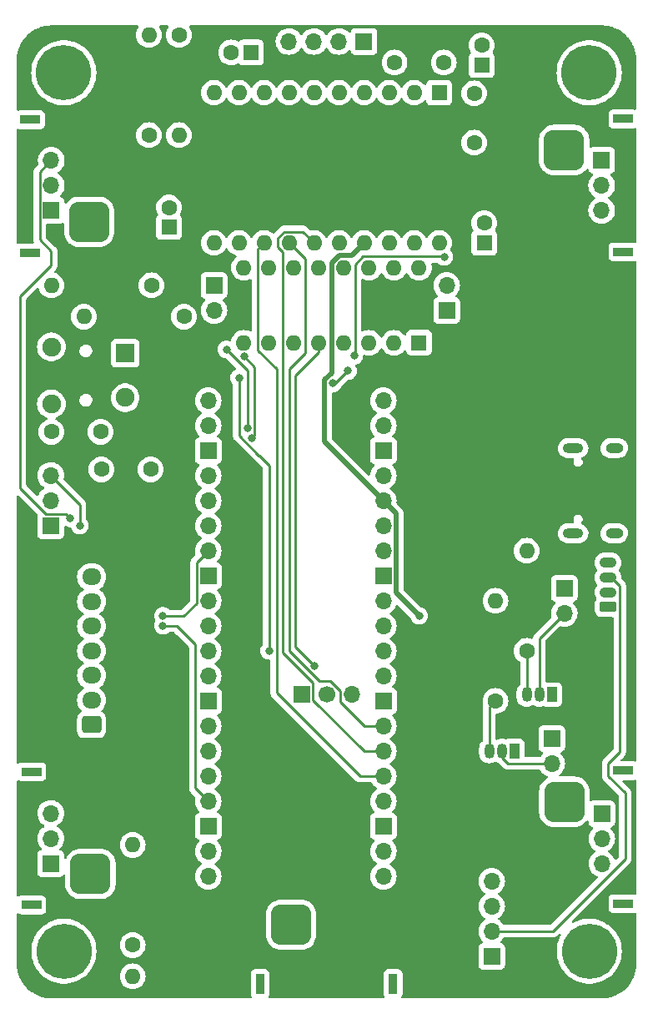
<source format=gbr>
%TF.GenerationSoftware,KiCad,Pcbnew,7.0.2*%
%TF.CreationDate,2023-08-07T19:48:10+09:00*%
%TF.ProjectId,TurtlePico,54757274-6c65-4506-9963-6f2e6b696361,rev?*%
%TF.SameCoordinates,Original*%
%TF.FileFunction,Copper,L4,Bot*%
%TF.FilePolarity,Positive*%
%FSLAX46Y46*%
G04 Gerber Fmt 4.6, Leading zero omitted, Abs format (unit mm)*
G04 Created by KiCad (PCBNEW 7.0.2) date 2023-08-07 19:48:10*
%MOMM*%
%LPD*%
G01*
G04 APERTURE LIST*
G04 Aperture macros list*
%AMRoundRect*
0 Rectangle with rounded corners*
0 $1 Rounding radius*
0 $2 $3 $4 $5 $6 $7 $8 $9 X,Y pos of 4 corners*
0 Add a 4 corners polygon primitive as box body*
4,1,4,$2,$3,$4,$5,$6,$7,$8,$9,$2,$3,0*
0 Add four circle primitives for the rounded corners*
1,1,$1+$1,$2,$3*
1,1,$1+$1,$4,$5*
1,1,$1+$1,$6,$7*
1,1,$1+$1,$8,$9*
0 Add four rect primitives between the rounded corners*
20,1,$1+$1,$2,$3,$4,$5,0*
20,1,$1+$1,$4,$5,$6,$7,0*
20,1,$1+$1,$6,$7,$8,$9,0*
20,1,$1+$1,$8,$9,$2,$3,0*%
G04 Aperture macros list end*
%TA.AperFunction,ComponentPad*%
%ADD10C,5.600000*%
%TD*%
%TA.AperFunction,ComponentPad*%
%ADD11C,1.600000*%
%TD*%
%TA.AperFunction,ComponentPad*%
%ADD12O,1.600000X1.600000*%
%TD*%
%TA.AperFunction,ComponentPad*%
%ADD13R,1.700000X1.700000*%
%TD*%
%TA.AperFunction,ComponentPad*%
%ADD14O,1.700000X1.700000*%
%TD*%
%TA.AperFunction,ComponentPad*%
%ADD15O,1.800000X1.000000*%
%TD*%
%TA.AperFunction,ComponentPad*%
%ADD16O,2.100000X1.000000*%
%TD*%
%TA.AperFunction,ComponentPad*%
%ADD17R,1.900000X1.900000*%
%TD*%
%TA.AperFunction,ComponentPad*%
%ADD18C,1.900000*%
%TD*%
%TA.AperFunction,ComponentPad*%
%ADD19R,1.600000X1.600000*%
%TD*%
%TA.AperFunction,ComponentPad*%
%ADD20C,1.700000*%
%TD*%
%TA.AperFunction,ComponentPad*%
%ADD21RoundRect,0.250000X0.615000X-0.265000X0.615000X0.265000X-0.615000X0.265000X-0.615000X-0.265000X0*%
%TD*%
%TA.AperFunction,ComponentPad*%
%ADD22O,1.730000X1.030000*%
%TD*%
%TA.AperFunction,ComponentPad*%
%ADD23R,2.000000X0.900000*%
%TD*%
%TA.AperFunction,ComponentPad*%
%ADD24RoundRect,1.025000X1.025000X-1.025000X1.025000X1.025000X-1.025000X1.025000X-1.025000X-1.025000X0*%
%TD*%
%TA.AperFunction,ComponentPad*%
%ADD25C,4.100000*%
%TD*%
%TA.AperFunction,ComponentPad*%
%ADD26R,1.050000X1.500000*%
%TD*%
%TA.AperFunction,ComponentPad*%
%ADD27O,1.050000X1.500000*%
%TD*%
%TA.AperFunction,ComponentPad*%
%ADD28RoundRect,1.025000X-1.025000X1.025000X-1.025000X-1.025000X1.025000X-1.025000X1.025000X1.025000X0*%
%TD*%
%TA.AperFunction,ComponentPad*%
%ADD29RoundRect,0.250000X0.725000X-0.600000X0.725000X0.600000X-0.725000X0.600000X-0.725000X-0.600000X0*%
%TD*%
%TA.AperFunction,ComponentPad*%
%ADD30O,1.950000X1.700000*%
%TD*%
%TA.AperFunction,ComponentPad*%
%ADD31R,0.900000X2.000000*%
%TD*%
%TA.AperFunction,ComponentPad*%
%ADD32RoundRect,1.025000X-1.025000X-1.025000X1.025000X-1.025000X1.025000X1.025000X-1.025000X1.025000X0*%
%TD*%
%TA.AperFunction,ViaPad*%
%ADD33C,0.800000*%
%TD*%
%TA.AperFunction,Conductor*%
%ADD34C,0.500000*%
%TD*%
%TA.AperFunction,Conductor*%
%ADD35C,0.250000*%
%TD*%
G04 APERTURE END LIST*
D10*
%TO.P,REF\u002A\u002A,1*%
%TO.N,GND*%
X119380000Y-134620000D03*
%TD*%
D11*
%TO.P,R5,1*%
%TO.N,/GP14*%
X128016000Y-51816000D03*
D12*
%TO.P,R5,2*%
%TO.N,GND*%
X128016000Y-41656000D03*
%TD*%
D13*
%TO.P,J13,1,Pin_1*%
%TO.N,/GP3*%
X173990000Y-120650000D03*
D14*
%TO.P,J13,2,Pin_2*%
%TO.N,+5V*%
X173990000Y-123190000D03*
%TO.P,J13,3,Pin_3*%
%TO.N,GND*%
X173990000Y-125730000D03*
%TD*%
D11*
%TO.P,R6,1*%
%TO.N,Net-(J8-Pin_3)*%
X131064000Y-41656000D03*
D12*
%TO.P,R6,2*%
%TO.N,/GP14*%
X131064000Y-51816000D03*
%TD*%
D10*
%TO.P,REF\u002A\u002A,1*%
%TO.N,GND*%
X172720000Y-134620000D03*
%TD*%
D15*
%TO.P,J1,S1,SHIELD*%
%TO.N,GND*%
X175260000Y-92206000D03*
%TO.P,J1,S2,SHIELD*%
X175260000Y-83566000D03*
D16*
%TO.P,J1,S3,SHIELD*%
X171080000Y-92206000D03*
%TO.P,J1,S4,SHIELD*%
X171080000Y-83566000D03*
%TD*%
D17*
%TO.P,J5,R*%
%TO.N,Net-(C5-Pad1)*%
X125610000Y-73950000D03*
D18*
%TO.P,J5,S*%
%TO.N,GND*%
X125610000Y-78450000D03*
%TO.P,J5,T*%
%TO.N,Net-(C4-Pad1)*%
X118110000Y-73300000D03*
X118110000Y-79100000D03*
%TD*%
D13*
%TO.P,J10,1,Pin_1*%
%TO.N,Net-(J10-Pin_1)*%
X134620000Y-67056000D03*
D14*
%TO.P,J10,2,Pin_2*%
%TO.N,Net-(J10-Pin_2)*%
X134620000Y-69596000D03*
%TD*%
D13*
%TO.P,J9,1,Pin_1*%
%TO.N,Net-(J9-Pin_1)*%
X158242000Y-69596000D03*
D14*
%TO.P,J9,2,Pin_2*%
%TO.N,Net-(J9-Pin_2)*%
X158242000Y-67056000D03*
%TD*%
D13*
%TO.P,J14,1,Pin_1*%
%TO.N,GND*%
X118100000Y-59461000D03*
D14*
%TO.P,J14,2,Pin_2*%
%TO.N,+5V*%
X118100000Y-56921000D03*
%TO.P,J14,3,Pin_3*%
%TO.N,/GP4*%
X118100000Y-54381000D03*
%TD*%
D11*
%TO.P,C5,1*%
%TO.N,Net-(C5-Pad1)*%
X128190000Y-85725000D03*
%TO.P,C5,2*%
%TO.N,GND*%
X123190000Y-85725000D03*
%TD*%
D19*
%TO.P,C7,1*%
%TO.N,+3.3V*%
X162052000Y-62738000D03*
D11*
%TO.P,C7,2*%
%TO.N,GND*%
X162052000Y-60738000D03*
%TD*%
%TO.P,R4,1*%
%TO.N,Net-(U2-OUTL)*%
X128270000Y-67056000D03*
D12*
%TO.P,R4,2*%
%TO.N,Net-(C4-Pad1)*%
X118110000Y-67056000D03*
%TD*%
D11*
%TO.P,C1,1*%
%TO.N,Net-(U2-CAPP)*%
X157948000Y-44450000D03*
%TO.P,C1,2*%
%TO.N,Net-(U2-CAPM)*%
X152948000Y-44450000D03*
%TD*%
D13*
%TO.P,J7,1,Pin_1*%
%TO.N,+5V*%
X162814000Y-135128000D03*
D14*
%TO.P,J7,2,Pin_2*%
%TO.N,/GP16*%
X162814000Y-132588000D03*
%TO.P,J7,3,Pin_3*%
%TO.N,GND*%
X162814000Y-130048000D03*
%TO.P,J7,4,Pin_4*%
%TO.N,/GP17*%
X162814000Y-127508000D03*
%TD*%
D13*
%TO.P,J12,1,Pin_1*%
%TO.N,/GP2*%
X173980000Y-54381000D03*
D14*
%TO.P,J12,2,Pin_2*%
%TO.N,+5V*%
X173980000Y-56921000D03*
%TO.P,J12,3,Pin_3*%
%TO.N,GND*%
X173980000Y-59461000D03*
%TD*%
D13*
%TO.P,J3,1,Pin_1*%
%TO.N,+5V*%
X168910000Y-113030000D03*
D14*
%TO.P,J3,2,Pin_2*%
%TO.N,Net-(J3-Pin_2)*%
X168910000Y-115570000D03*
%TD*%
D13*
%TO.P,J8,1,Pin_1*%
%TO.N,+5V*%
X149850000Y-42316000D03*
D14*
%TO.P,J8,2,Pin_2*%
%TO.N,/GP15*%
X147310000Y-42316000D03*
%TO.P,J8,3,Pin_3*%
%TO.N,Net-(J8-Pin_3)*%
X144770000Y-42316000D03*
%TO.P,J8,4,Pin_4*%
%TO.N,GND*%
X142230000Y-42316000D03*
%TD*%
D13*
%TO.P,J11,1,Pin_1*%
%TO.N,GND*%
X118040000Y-91425000D03*
D14*
%TO.P,J11,2,Pin_2*%
%TO.N,+5V*%
X118040000Y-88885000D03*
%TO.P,J11,3,Pin_3*%
%TO.N,/GP7*%
X118040000Y-86345000D03*
%TD*%
%TO.P,U1,1,GPIO0*%
%TO.N,/GP0*%
X134035900Y-78755000D03*
%TO.P,U1,2,GPIO1*%
%TO.N,/GP1*%
X134035900Y-81295000D03*
D13*
%TO.P,U1,3,GND*%
%TO.N,GND*%
X134035900Y-83835000D03*
D14*
%TO.P,U1,4,GPIO2*%
%TO.N,/GP2*%
X134035900Y-86375000D03*
%TO.P,U1,5,GPIO3*%
%TO.N,/GP3*%
X134035900Y-88915000D03*
%TO.P,U1,6,GPIO4*%
%TO.N,/GP4*%
X134035900Y-91455000D03*
%TO.P,U1,7,GPIO5*%
%TO.N,/GP5*%
X134035900Y-93995000D03*
D13*
%TO.P,U1,8,GND*%
%TO.N,GND*%
X134035900Y-96535000D03*
D14*
%TO.P,U1,9,GPIO6*%
%TO.N,/GP6*%
X134035900Y-99075000D03*
%TO.P,U1,10,GPIO7*%
%TO.N,/GP7*%
X134035900Y-101615000D03*
%TO.P,U1,11,GPIO8*%
%TO.N,/GP8*%
X134035900Y-104155000D03*
%TO.P,U1,12,GPIO9*%
%TO.N,/GP9*%
X134035900Y-106695000D03*
D13*
%TO.P,U1,13,GND*%
%TO.N,GND*%
X134035900Y-109235000D03*
D14*
%TO.P,U1,14,GPIO10*%
%TO.N,/GP10*%
X134035900Y-111775000D03*
%TO.P,U1,15,GPIO11*%
%TO.N,/GP11*%
X134035900Y-114315000D03*
%TO.P,U1,16,GPIO12*%
%TO.N,/GP12*%
X134035900Y-116855000D03*
%TO.P,U1,17,GPIO13*%
%TO.N,/GP13*%
X134035900Y-119395000D03*
D13*
%TO.P,U1,18,GND*%
%TO.N,GND*%
X134035900Y-121935000D03*
D14*
%TO.P,U1,19,GPIO14*%
%TO.N,/GP14*%
X134035900Y-124475000D03*
%TO.P,U1,20,GPIO15*%
%TO.N,/GP15*%
X134035900Y-127015000D03*
%TO.P,U1,21,GPIO16*%
%TO.N,/GP16*%
X151815900Y-127015000D03*
%TO.P,U1,22,GPIO17*%
%TO.N,/GP17*%
X151815900Y-124475000D03*
D13*
%TO.P,U1,23,GND*%
%TO.N,GND*%
X151815900Y-121935000D03*
D14*
%TO.P,U1,24,GPIO18*%
%TO.N,/GP18*%
X151815900Y-119395000D03*
%TO.P,U1,25,GPIO19*%
%TO.N,/GP19*%
X151815900Y-116855000D03*
%TO.P,U1,26,GPIO20*%
%TO.N,/GP20*%
X151815900Y-114315000D03*
%TO.P,U1,27,GPIO21*%
%TO.N,/GP21*%
X151815900Y-111775000D03*
D13*
%TO.P,U1,28,GND*%
%TO.N,GND*%
X151815900Y-109235000D03*
D14*
%TO.P,U1,29,GPIO22*%
%TO.N,/GP22*%
X151815900Y-106695000D03*
%TO.P,U1,30,RUN*%
%TO.N,unconnected-(U1-RUN-Pad30)*%
X151815900Y-104155000D03*
%TO.P,U1,31,GPIO26_ADC0*%
%TO.N,/GP26*%
X151815900Y-101615000D03*
%TO.P,U1,32,GPIO27_ADC1*%
%TO.N,/GP27*%
X151815900Y-99075000D03*
D13*
%TO.P,U1,33,AGND*%
%TO.N,unconnected-(U1-AGND-Pad33)*%
X151815900Y-96535000D03*
D14*
%TO.P,U1,34,GPIO28_ADC2*%
%TO.N,/GP28*%
X151815900Y-93995000D03*
%TO.P,U1,35,ADC_VREF*%
%TO.N,unconnected-(U1-ADC_VREF-Pad35)*%
X151815900Y-91455000D03*
%TO.P,U1,36,3V3*%
%TO.N,+3.3V*%
X151815900Y-88915000D03*
%TO.P,U1,37,3V3_EN*%
%TO.N,unconnected-(U1-3V3_EN-Pad37)*%
X151815900Y-86375000D03*
D13*
%TO.P,U1,38,GND*%
%TO.N,GND*%
X151815900Y-83835000D03*
D14*
%TO.P,U1,39,VSYS*%
%TO.N,unconnected-(U1-VSYS-Pad39)*%
X151815900Y-81295000D03*
%TO.P,U1,40,VBUS*%
%TO.N,+5V*%
X151815900Y-78755000D03*
D13*
%TO.P,U1,41,SWCLK*%
%TO.N,unconnected-(U1-SWCLK-Pad41)*%
X143510000Y-108585000D03*
D20*
%TO.P,U1,42,GND*%
%TO.N,unconnected-(U1-GND-Pad42)*%
X146050000Y-108585000D03*
D14*
%TO.P,U1,43,SWDIO*%
%TO.N,unconnected-(U1-SWDIO-Pad43)*%
X148590000Y-108585000D03*
%TD*%
D19*
%TO.P,C3,1*%
%TO.N,Net-(U2-LDOO)*%
X130048000Y-61153112D03*
D11*
%TO.P,C3,2*%
%TO.N,GND*%
X130048000Y-59153112D03*
%TD*%
D13*
%TO.P,J15,1,Pin_1*%
%TO.N,GND*%
X118040000Y-125715000D03*
D14*
%TO.P,J15,2,Pin_2*%
%TO.N,+5V*%
X118040000Y-123175000D03*
%TO.P,J15,3,Pin_3*%
%TO.N,/GP5*%
X118040000Y-120635000D03*
%TD*%
D13*
%TO.P,J2,1,Pin_1*%
%TO.N,+5V*%
X170180000Y-97790000D03*
D14*
%TO.P,J2,2,Pin_2*%
%TO.N,Net-(J2-Pin_2)*%
X170180000Y-100330000D03*
%TD*%
D19*
%TO.P,U2,1,CPVDD*%
%TO.N,+3.3V*%
X157475000Y-47508000D03*
D12*
%TO.P,U2,2,CAPP*%
%TO.N,Net-(U2-CAPP)*%
X154935000Y-47508000D03*
%TO.P,U2,3,CPGND*%
%TO.N,GND*%
X152395000Y-47508000D03*
%TO.P,U2,4,CAPM*%
%TO.N,Net-(U2-CAPM)*%
X149855000Y-47508000D03*
%TO.P,U2,5,VNEG*%
%TO.N,Net-(U2-VNEG)*%
X147315000Y-47508000D03*
%TO.P,U2,6,OUTL*%
%TO.N,Net-(U2-OUTL)*%
X144775000Y-47508000D03*
%TO.P,U2,7,OUTR*%
%TO.N,Net-(U2-OUTR)*%
X142235000Y-47508000D03*
%TO.P,U2,8,AVDD*%
%TO.N,+3.3V*%
X139695000Y-47508000D03*
%TO.P,U2,9,AGND*%
%TO.N,GND*%
X137155000Y-47508000D03*
%TO.P,U2,10,DEMP*%
X134615000Y-47508000D03*
%TO.P,U2,11,FLT*%
X134615000Y-62748000D03*
%TO.P,U2,12,SCK*%
X137155000Y-62748000D03*
%TO.P,U2,13,BCK*%
%TO.N,/GP19*%
X139695000Y-62748000D03*
%TO.P,U2,14,DIN*%
%TO.N,/GP21*%
X142235000Y-62748000D03*
%TO.P,U2,15,LRCK*%
%TO.N,/GP20*%
X144775000Y-62748000D03*
%TO.P,U2,16,FMT*%
%TO.N,GND*%
X147315000Y-62748000D03*
%TO.P,U2,17,XSMT*%
%TO.N,+3.3V*%
X149855000Y-62748000D03*
%TO.P,U2,18,LDOO*%
%TO.N,Net-(U2-LDOO)*%
X152395000Y-62748000D03*
%TO.P,U2,19,DGND*%
%TO.N,GND*%
X154935000Y-62748000D03*
%TO.P,U2,20,DVDD*%
%TO.N,+3.3V*%
X157475000Y-62748000D03*
%TD*%
D10*
%TO.P,REF\u002A\u002A,1*%
%TO.N,GND*%
X119370000Y-45491000D03*
%TD*%
%TO.P,REF\u002A\u002A,1*%
%TO.N,GND*%
X172710000Y-45491000D03*
%TD*%
D19*
%TO.P,C8,1*%
%TO.N,+3.3V*%
X161798000Y-44704000D03*
D11*
%TO.P,C8,2*%
%TO.N,GND*%
X161798000Y-42704000D03*
%TD*%
D19*
%TO.P,C6,1*%
%TO.N,+3.3V*%
X138369113Y-43434000D03*
D11*
%TO.P,C6,2*%
%TO.N,GND*%
X136369113Y-43434000D03*
%TD*%
%TO.P,R3,1*%
%TO.N,Net-(U2-OUTR)*%
X131572000Y-70231000D03*
D12*
%TO.P,R3,2*%
%TO.N,Net-(C5-Pad1)*%
X121412000Y-70231000D03*
%TD*%
D21*
%TO.P,J6,1,Pin_1*%
%TO.N,+5V*%
X174625000Y-99695000D03*
D22*
%TO.P,J6,2,Pin_2*%
%TO.N,GND*%
X174625000Y-98195000D03*
%TO.P,J6,3,Pin_3*%
%TO.N,/GP16*%
X174625000Y-96695000D03*
%TO.P,J6,4,Pin_4*%
%TO.N,/GP17*%
X174625000Y-95195000D03*
%TD*%
D11*
%TO.P,C2,1*%
%TO.N,Net-(U2-VNEG)*%
X161036000Y-52578000D03*
%TO.P,C2,2*%
%TO.N,GND*%
X161036000Y-47578000D03*
%TD*%
%TO.P,C4,1*%
%TO.N,Net-(C4-Pad1)*%
X118110000Y-81915000D03*
%TO.P,C4,2*%
%TO.N,GND*%
X123110000Y-81915000D03*
%TD*%
D23*
%TO.P,J19,*%
%TO.N,*%
X176180000Y-129794000D03*
X176180000Y-116294000D03*
D24*
%TO.P,J19,1,Pin_1*%
%TO.N,GND*%
X170180000Y-119444000D03*
D25*
%TO.P,J19,2,Pin_2*%
%TO.N,+12V*%
X170180000Y-126644000D03*
%TD*%
D19*
%TO.P,U3,1,LARGE*%
%TO.N,GND*%
X155433000Y-72888000D03*
D12*
%TO.P,U3,2,MODE*%
%TO.N,+5V*%
X152893000Y-72888000D03*
%TO.P,U3,3,STBY*%
X150353000Y-72888000D03*
%TO.P,U3,4,IN4/PHA_B*%
%TO.N,/GP1*%
X147813000Y-72888000D03*
%TO.P,U3,5,IN3/ENB_B*%
%TO.N,/GP18*%
X145273000Y-72888000D03*
%TO.P,U3,6,IN1/ENB_A*%
X142733000Y-72888000D03*
%TO.P,U3,7,IN2/PHA_A*%
%TO.N,/GP0*%
X140193000Y-72888000D03*
%TO.P,U3,8,GND*%
%TO.N,GND*%
X137653000Y-72888000D03*
%TO.P,U3,9,GND*%
X137653000Y-65268000D03*
%TO.P,U3,10,GND*%
X140193000Y-65268000D03*
%TO.P,U3,11,OUT2*%
%TO.N,Net-(J10-Pin_2)*%
X142733000Y-65268000D03*
%TO.P,U3,12,OUT1*%
%TO.N,Net-(J10-Pin_1)*%
X145273000Y-65268000D03*
%TO.P,U3,13,OUT3*%
%TO.N,Net-(J9-Pin_2)*%
X147813000Y-65268000D03*
%TO.P,U3,14,OUT4*%
%TO.N,Net-(J9-Pin_1)*%
X150353000Y-65268000D03*
%TO.P,U3,15,VM*%
%TO.N,+5V*%
X152893000Y-65268000D03*
%TO.P,U3,16,VM*%
X155433000Y-65268000D03*
%TD*%
D26*
%TO.P,Q2,1,E*%
%TO.N,GND*%
X165100000Y-114300000D03*
D27*
%TO.P,Q2,2,C*%
%TO.N,Net-(J3-Pin_2)*%
X163830000Y-114300000D03*
%TO.P,Q2,3,B*%
%TO.N,Net-(Q2-B)*%
X162560000Y-114300000D03*
%TD*%
D23*
%TO.P,J20,*%
%TO.N,*%
X115951000Y-50254000D03*
X115951000Y-63754000D03*
D28*
%TO.P,J20,1,Pin_1*%
%TO.N,GND*%
X121951000Y-60604000D03*
D25*
%TO.P,J20,2,Pin_2*%
%TO.N,+12V*%
X121951000Y-53404000D03*
%TD*%
D11*
%TO.P,R2,1*%
%TO.N,Net-(Q2-B)*%
X163195000Y-109220000D03*
D12*
%TO.P,R2,2*%
%TO.N,/GP27*%
X163195000Y-99060000D03*
%TD*%
D11*
%TO.P,R1,1*%
%TO.N,Net-(Q1-B)*%
X166370000Y-104140000D03*
D12*
%TO.P,R1,2*%
%TO.N,/GP28*%
X166370000Y-93980000D03*
%TD*%
D29*
%TO.P,J4,1,Pin_1*%
%TO.N,+5V*%
X122195000Y-111640000D03*
D30*
%TO.P,J4,2,Pin_2*%
%TO.N,GND*%
X122195000Y-109140000D03*
%TO.P,J4,3,Pin_3*%
%TO.N,/GP11*%
X122195000Y-106640000D03*
%TO.P,J4,4,Pin_4*%
%TO.N,/GP10*%
X122195000Y-104140000D03*
%TO.P,J4,5,Pin_5*%
%TO.N,/GP13*%
X122195000Y-101640000D03*
%TO.P,J4,6,Pin_6*%
%TO.N,/GP9*%
X122195000Y-99140000D03*
%TO.P,J4,7,Pin_7*%
%TO.N,/GP8*%
X122195000Y-96640000D03*
%TD*%
D23*
%TO.P,J21,*%
%TO.N,*%
X116078000Y-116421000D03*
X116078000Y-129921000D03*
D28*
%TO.P,J21,1,Pin_1*%
%TO.N,GND*%
X122078000Y-126771000D03*
D25*
%TO.P,J21,2,Pin_2*%
%TO.N,+12V*%
X122078000Y-119571000D03*
%TD*%
D23*
%TO.P,J18,*%
%TO.N,*%
X176170000Y-63671000D03*
X176170000Y-50171000D03*
D24*
%TO.P,J18,1,Pin_1*%
%TO.N,GND*%
X170170000Y-53321000D03*
D25*
%TO.P,J18,2,Pin_2*%
%TO.N,+12V*%
X170170000Y-60521000D03*
%TD*%
D11*
%TO.P,R8,1*%
%TO.N,/GP26*%
X126365000Y-133985000D03*
D12*
%TO.P,R8,2*%
%TO.N,GND*%
X126365000Y-123825000D03*
%TD*%
D11*
%TO.P,R7,1*%
%TO.N,+12V*%
X136525000Y-137160000D03*
D12*
%TO.P,R7,2*%
%TO.N,/GP26*%
X126365000Y-137160000D03*
%TD*%
D26*
%TO.P,Q1,1,E*%
%TO.N,GND*%
X168910000Y-108585000D03*
D27*
%TO.P,Q1,2,C*%
%TO.N,Net-(J2-Pin_2)*%
X167640000Y-108585000D03*
%TO.P,Q1,3,B*%
%TO.N,Net-(Q1-B)*%
X166370000Y-108585000D03*
%TD*%
D31*
%TO.P,J17,*%
%TO.N,*%
X139300000Y-137915000D03*
X152800000Y-137915000D03*
D32*
%TO.P,J17,1,Pin_1*%
%TO.N,GND*%
X142450000Y-131915000D03*
D25*
%TO.P,J17,2,Pin_2*%
%TO.N,+12V*%
X149650000Y-131915000D03*
%TD*%
D33*
%TO.N,+3.3V*%
X155448000Y-100584000D03*
%TO.N,/GP13*%
X129436400Y-101600000D03*
%TO.N,/GP11*%
X146685000Y-77004500D03*
X148216243Y-75736743D03*
%TO.N,/GP15*%
X138430000Y-82550000D03*
X137669399Y-74287407D03*
%TO.N,/GP7*%
X121001237Y-91425000D03*
%TO.N,/GP2*%
X157988000Y-64168500D03*
X148844000Y-74205500D03*
%TO.N,/GP3*%
X137160000Y-76454000D03*
X140208000Y-104140000D03*
%TO.N,/GP4*%
X120015000Y-90700500D03*
%TO.N,/GP5*%
X129436400Y-100600497D03*
%TO.N,/GP14*%
X138026239Y-81511239D03*
X135890000Y-73562907D03*
%TO.N,/GP18*%
X144784299Y-105659701D03*
%TD*%
D34*
%TO.N,+3.3V*%
X147315233Y-63998000D02*
X148605000Y-63998000D01*
X146563000Y-64750233D02*
X147315233Y-63998000D01*
X153115900Y-90215000D02*
X151815900Y-88915000D01*
X146563000Y-75924418D02*
X146563000Y-64750233D01*
X153115900Y-98251900D02*
X153115900Y-90215000D01*
X155448000Y-100584000D02*
X153115900Y-98251900D01*
X146563000Y-75924418D02*
X145835000Y-76652418D01*
X148605000Y-63998000D02*
X149855000Y-62748000D01*
X145835000Y-82934100D02*
X151815900Y-88915000D01*
X145835000Y-76652418D02*
X145835000Y-82934100D01*
D35*
%TO.N,Net-(J2-Pin_2)*%
X167640000Y-108585000D02*
X167640000Y-102870000D01*
X167640000Y-102870000D02*
X170180000Y-100330000D01*
%TO.N,Net-(J3-Pin_2)*%
X164445000Y-115570000D02*
X168910000Y-115570000D01*
X163830000Y-114955000D02*
X164445000Y-115570000D01*
X163830000Y-114300000D02*
X163830000Y-114955000D01*
%TO.N,/GP13*%
X131318000Y-102108000D02*
X130810000Y-101600000D01*
X132715000Y-103505000D02*
X131318000Y-102108000D01*
X132715000Y-118074100D02*
X132715000Y-103505000D01*
X134035900Y-119395000D02*
X132715000Y-118074100D01*
X130810000Y-101600000D02*
X129436400Y-101600000D01*
%TO.N,/GP11*%
X146685000Y-77004500D02*
X146948486Y-77004500D01*
X146948486Y-77004500D02*
X148216243Y-75736743D01*
%TO.N,/GP16*%
X174625000Y-96695000D02*
X174975000Y-96695000D01*
X169037000Y-132588000D02*
X162814000Y-132588000D01*
X175815000Y-97535000D02*
X175815000Y-114380000D01*
X176365000Y-125260000D02*
X169037000Y-132588000D01*
X174975000Y-96695000D02*
X175815000Y-97535000D01*
X174625000Y-116840000D02*
X176365000Y-118580000D01*
X175815000Y-114380000D02*
X174625000Y-115570000D01*
X176365000Y-118580000D02*
X176365000Y-125260000D01*
X174625000Y-115570000D02*
X174625000Y-116840000D01*
%TO.N,/GP15*%
X138430000Y-82550000D02*
X138751239Y-82228761D01*
X138751239Y-75886239D02*
X138751239Y-75369247D01*
X138751239Y-82228761D02*
X138751239Y-75886239D01*
X138751239Y-75369247D02*
X137669399Y-74287407D01*
%TO.N,/GP7*%
X118040000Y-86345000D02*
X121001237Y-89306237D01*
X121001237Y-89306237D02*
X121001237Y-91425000D01*
%TO.N,/GP2*%
X148938000Y-74111500D02*
X148938000Y-64930000D01*
X148844000Y-74205500D02*
X148938000Y-74111500D01*
X148938000Y-64930000D02*
X149725000Y-64143000D01*
X149725000Y-64143000D02*
X157962500Y-64143000D01*
X157962500Y-64143000D02*
X157988000Y-64168500D01*
%TO.N,/GP3*%
X137160000Y-82305305D02*
X139182695Y-84328000D01*
X139182695Y-84328000D02*
X139192000Y-84328000D01*
X139192000Y-84328000D02*
X140208000Y-85344000D01*
X137160000Y-82305305D02*
X137160000Y-76454000D01*
X140208000Y-90932000D02*
X140208000Y-85344000D01*
X140208000Y-104140000D02*
X140208000Y-90932000D01*
%TO.N,/GP4*%
X120015000Y-90700500D02*
X119564500Y-90250000D01*
X116925000Y-55556000D02*
X118100000Y-54381000D01*
X118100000Y-65024000D02*
X118100000Y-63627000D01*
X114935000Y-68189000D02*
X118100000Y-65024000D01*
X119564500Y-90250000D02*
X117555000Y-90250000D01*
X114935000Y-87630000D02*
X114935000Y-68189000D01*
X117555000Y-90250000D02*
X114935000Y-87630000D01*
X116925000Y-62452000D02*
X116925000Y-55556000D01*
X118100000Y-63627000D02*
X116925000Y-62452000D01*
%TO.N,/GP5*%
X132860900Y-99295100D02*
X131555503Y-100600497D01*
X131555503Y-100600497D02*
X129436400Y-100600497D01*
X132860900Y-95170000D02*
X132860900Y-99295100D01*
X134035900Y-93995000D02*
X132860900Y-95170000D01*
%TO.N,Net-(Q1-B)*%
X166370000Y-108585000D02*
X166370000Y-104140000D01*
%TO.N,Net-(Q2-B)*%
X163195000Y-109220000D02*
X162560000Y-109855000D01*
X162560000Y-109855000D02*
X162560000Y-114300000D01*
%TO.N,/GP14*%
X138026239Y-75797635D02*
X138026239Y-75699146D01*
X138026239Y-81511239D02*
X138026239Y-75797635D01*
X138026239Y-75699146D02*
X135890000Y-73562907D01*
%TO.N,/GP18*%
X142875000Y-103750402D02*
X144784299Y-105659701D01*
X145273000Y-73802000D02*
X145273000Y-72888000D01*
X145273000Y-73802000D02*
X142875000Y-76200000D01*
X142875000Y-76200000D02*
X142875000Y-103750402D01*
%TO.N,/GP19*%
X140970000Y-75565000D02*
X140970000Y-108395000D01*
X139065000Y-63378000D02*
X139695000Y-62748000D01*
X139065000Y-73660000D02*
X139065000Y-63378000D01*
X149430000Y-116855000D02*
X151815900Y-116855000D01*
X139065000Y-73660000D02*
X140970000Y-75565000D01*
X140970000Y-108395000D02*
X149430000Y-116855000D01*
%TO.N,/GP20*%
X141769009Y-61623000D02*
X143650000Y-61623000D01*
X141600000Y-104325000D02*
X144685000Y-107410000D01*
X141110000Y-63213991D02*
X141110000Y-62282009D01*
X149875000Y-114315000D02*
X151815900Y-114315000D01*
X141600000Y-63703991D02*
X141110000Y-63213991D01*
X144685000Y-109125000D02*
X149875000Y-114315000D01*
X141110000Y-62282009D02*
X141769009Y-61623000D01*
X141600000Y-104325000D02*
X141600000Y-63703991D01*
X144685000Y-107410000D02*
X144685000Y-109125000D01*
X143650000Y-61623000D02*
X144775000Y-62748000D01*
%TO.N,/GP21*%
X142240000Y-75565000D02*
X142240000Y-104140000D01*
X151815900Y-111775000D02*
X149875000Y-111775000D01*
X143858000Y-73947000D02*
X142240000Y-75565000D01*
X142240000Y-104140000D02*
X145288000Y-107188000D01*
X145288000Y-107188000D02*
X146399000Y-107188000D01*
X147415000Y-109315000D02*
X147415000Y-108204000D01*
X146399000Y-107188000D02*
X147415000Y-108204000D01*
X143858000Y-64371000D02*
X142235000Y-62748000D01*
X143858000Y-73947000D02*
X143858000Y-64371000D01*
X149875000Y-111775000D02*
X147415000Y-109315000D01*
%TD*%
%TA.AperFunction,Conductor*%
%TO.N,+12V*%
G36*
X126869041Y-40686488D02*
G01*
X126936077Y-40706173D01*
X126981832Y-40758977D01*
X126991776Y-40828135D01*
X126970614Y-40881610D01*
X126885432Y-41003265D01*
X126789261Y-41209502D01*
X126730364Y-41429310D01*
X126710531Y-41655999D01*
X126730364Y-41882689D01*
X126789261Y-42102497D01*
X126885432Y-42308735D01*
X127015953Y-42495140D01*
X127176859Y-42656046D01*
X127363264Y-42786567D01*
X127363265Y-42786567D01*
X127363266Y-42786568D01*
X127569504Y-42882739D01*
X127789308Y-42941635D01*
X127896602Y-42951022D01*
X128015999Y-42961468D01*
X128015999Y-42961467D01*
X128016000Y-42961468D01*
X128242692Y-42941635D01*
X128462496Y-42882739D01*
X128668734Y-42786568D01*
X128855139Y-42656047D01*
X129016047Y-42495139D01*
X129146568Y-42308734D01*
X129242739Y-42102496D01*
X129301635Y-41882692D01*
X129321468Y-41656000D01*
X129301635Y-41429308D01*
X129242739Y-41209504D01*
X129146568Y-41003266D01*
X129130933Y-40980937D01*
X129061386Y-40881612D01*
X129039059Y-40815406D01*
X129056069Y-40747638D01*
X129107018Y-40699826D01*
X129162961Y-40686489D01*
X129917039Y-40686489D01*
X129984078Y-40706174D01*
X130029833Y-40758978D01*
X130039777Y-40828136D01*
X130018614Y-40881612D01*
X129933432Y-41003264D01*
X129837261Y-41209502D01*
X129778364Y-41429310D01*
X129758531Y-41655999D01*
X129778364Y-41882689D01*
X129837261Y-42102497D01*
X129933432Y-42308735D01*
X130063953Y-42495140D01*
X130224859Y-42656046D01*
X130411264Y-42786567D01*
X130411265Y-42786567D01*
X130411266Y-42786568D01*
X130617504Y-42882739D01*
X130837308Y-42941635D01*
X131064000Y-42961468D01*
X131290692Y-42941635D01*
X131510496Y-42882739D01*
X131716734Y-42786568D01*
X131903139Y-42656047D01*
X132064047Y-42495139D01*
X132194568Y-42308734D01*
X132290739Y-42102496D01*
X132349635Y-41882692D01*
X132369468Y-41656000D01*
X132349635Y-41429308D01*
X132290739Y-41209504D01*
X132194568Y-41003266D01*
X132109385Y-40881611D01*
X132087059Y-40815407D01*
X132104069Y-40747640D01*
X132155017Y-40699827D01*
X132210960Y-40686490D01*
X173917740Y-40686498D01*
X173917744Y-40686500D01*
X173942405Y-40686500D01*
X173986949Y-40686500D01*
X173993032Y-40686648D01*
X174327909Y-40703100D01*
X174340017Y-40704292D01*
X174504329Y-40728666D01*
X174668642Y-40753040D01*
X174680576Y-40755414D01*
X174841293Y-40795671D01*
X175002858Y-40836141D01*
X175014486Y-40839669D01*
X175327290Y-40951591D01*
X175338519Y-40956242D01*
X175638877Y-41098300D01*
X175649585Y-41104024D01*
X175934494Y-41274792D01*
X175934544Y-41274822D01*
X175944659Y-41281580D01*
X176132079Y-41420581D01*
X176211514Y-41479494D01*
X176220920Y-41487214D01*
X176467084Y-41710324D01*
X176475675Y-41718915D01*
X176624111Y-41882689D01*
X176698785Y-41965079D01*
X176706505Y-41974485D01*
X176904417Y-42241337D01*
X176911177Y-42251455D01*
X176942331Y-42303432D01*
X177081957Y-42536385D01*
X177081968Y-42536402D01*
X177087703Y-42547130D01*
X177110277Y-42594859D01*
X177229754Y-42847473D01*
X177234410Y-42858716D01*
X177346327Y-43171503D01*
X177349860Y-43183148D01*
X177430585Y-43505423D01*
X177432959Y-43517357D01*
X177481706Y-43845981D01*
X177482899Y-43858091D01*
X177499351Y-44192966D01*
X177499500Y-44199051D01*
X177499500Y-49131122D01*
X177479815Y-49198161D01*
X177427011Y-49243916D01*
X177357853Y-49253860D01*
X177332167Y-49247304D01*
X177277485Y-49226909D01*
X177221166Y-49220854D01*
X177221165Y-49220853D01*
X177217873Y-49220500D01*
X177214550Y-49220500D01*
X175125439Y-49220500D01*
X175125420Y-49220500D01*
X175122128Y-49220501D01*
X175118848Y-49220853D01*
X175118840Y-49220854D01*
X175062515Y-49226909D01*
X174927669Y-49277204D01*
X174812454Y-49363454D01*
X174726204Y-49478668D01*
X174726203Y-49478669D01*
X174726204Y-49478669D01*
X174675909Y-49613517D01*
X174669500Y-49673127D01*
X174669500Y-49676448D01*
X174669500Y-49676449D01*
X174669500Y-50665560D01*
X174669500Y-50665578D01*
X174669501Y-50668872D01*
X174675909Y-50728483D01*
X174726204Y-50863331D01*
X174812454Y-50978546D01*
X174927669Y-51064796D01*
X175062517Y-51115091D01*
X175122127Y-51121500D01*
X177217872Y-51121499D01*
X177277483Y-51115091D01*
X177332167Y-51094694D01*
X177401858Y-51089711D01*
X177463181Y-51123196D01*
X177496666Y-51184519D01*
X177499500Y-51210877D01*
X177499500Y-62631122D01*
X177479815Y-62698161D01*
X177427011Y-62743916D01*
X177357853Y-62753860D01*
X177332167Y-62747304D01*
X177277485Y-62726909D01*
X177221166Y-62720854D01*
X177221165Y-62720853D01*
X177217873Y-62720500D01*
X177214550Y-62720500D01*
X175125439Y-62720500D01*
X175125420Y-62720500D01*
X175122128Y-62720501D01*
X175118848Y-62720853D01*
X175118840Y-62720854D01*
X175062515Y-62726909D01*
X174927669Y-62777204D01*
X174812454Y-62863454D01*
X174726204Y-62978668D01*
X174675909Y-63113516D01*
X174670943Y-63159709D01*
X174669500Y-63173127D01*
X174669500Y-63176448D01*
X174669500Y-63176449D01*
X174669500Y-64165560D01*
X174669500Y-64165578D01*
X174669501Y-64168872D01*
X174669853Y-64172152D01*
X174669854Y-64172159D01*
X174675909Y-64228484D01*
X174690630Y-64267953D01*
X174726204Y-64363331D01*
X174812454Y-64478546D01*
X174927669Y-64564796D01*
X175062517Y-64615091D01*
X175122127Y-64621500D01*
X177217872Y-64621499D01*
X177277483Y-64615091D01*
X177332167Y-64594694D01*
X177401858Y-64589711D01*
X177463181Y-64623196D01*
X177496666Y-64684519D01*
X177499500Y-64710877D01*
X177499500Y-115250392D01*
X177479815Y-115317431D01*
X177427011Y-115363186D01*
X177357853Y-115373130D01*
X177332168Y-115366574D01*
X177287487Y-115349909D01*
X177231166Y-115343854D01*
X177231165Y-115343853D01*
X177227873Y-115343500D01*
X177224551Y-115343500D01*
X176035451Y-115343500D01*
X175968412Y-115323815D01*
X175922657Y-115271011D01*
X175912713Y-115201853D01*
X175941738Y-115138297D01*
X175947770Y-115131819D01*
X176198792Y-114880797D01*
X176214885Y-114867906D01*
X176216873Y-114865787D01*
X176216877Y-114865786D01*
X176262949Y-114816723D01*
X176265534Y-114814055D01*
X176285120Y-114794471D01*
X176287585Y-114791292D01*
X176295167Y-114782416D01*
X176295214Y-114782366D01*
X176325062Y-114750582D01*
X176334717Y-114733018D01*
X176345394Y-114716764D01*
X176357673Y-114700936D01*
X176375018Y-114660852D01*
X176380160Y-114650356D01*
X176401197Y-114612092D01*
X176406179Y-114592684D01*
X176412481Y-114574280D01*
X176420437Y-114555896D01*
X176427269Y-114512752D01*
X176429633Y-114501338D01*
X176440500Y-114459019D01*
X176440500Y-114438982D01*
X176442027Y-114419584D01*
X176445160Y-114399804D01*
X176441050Y-114356324D01*
X176440500Y-114344655D01*
X176440500Y-97617739D01*
X176442763Y-97597238D01*
X176440561Y-97527143D01*
X176440500Y-97523249D01*
X176440500Y-97499544D01*
X176440500Y-97495650D01*
X176439998Y-97491681D01*
X176439080Y-97480024D01*
X176438874Y-97473458D01*
X176437709Y-97436372D01*
X176432119Y-97417134D01*
X176428174Y-97398082D01*
X176425664Y-97378208D01*
X176409578Y-97337581D01*
X176405805Y-97326560D01*
X176393617Y-97284610D01*
X176383421Y-97267369D01*
X176374863Y-97249902D01*
X176367486Y-97231268D01*
X176341798Y-97195912D01*
X176335409Y-97186184D01*
X176313170Y-97148579D01*
X176299006Y-97134415D01*
X176286369Y-97119620D01*
X176274595Y-97103414D01*
X176252938Y-97085498D01*
X176240935Y-97075568D01*
X176232305Y-97067714D01*
X176024706Y-96860115D01*
X175991221Y-96798792D01*
X175988984Y-96760282D01*
X175995414Y-96695000D01*
X175975807Y-96495927D01*
X175917740Y-96304504D01*
X175823443Y-96128088D01*
X175737744Y-96023663D01*
X175710432Y-95959353D01*
X175722223Y-95890486D01*
X175737739Y-95866342D01*
X175823443Y-95761912D01*
X175917740Y-95585496D01*
X175975807Y-95394073D01*
X175995414Y-95195000D01*
X175975807Y-94995927D01*
X175917740Y-94804504D01*
X175823443Y-94628088D01*
X175759992Y-94550773D01*
X175696542Y-94473457D01*
X175602331Y-94396141D01*
X175541912Y-94346557D01*
X175365496Y-94252260D01*
X175269784Y-94223226D01*
X175174071Y-94194192D01*
X175027927Y-94179798D01*
X175027910Y-94179797D01*
X175024893Y-94179500D01*
X174225107Y-94179500D01*
X174222090Y-94179797D01*
X174222072Y-94179798D01*
X174075928Y-94194192D01*
X173884501Y-94252261D01*
X173708089Y-94346556D01*
X173553457Y-94473457D01*
X173426556Y-94628089D01*
X173332261Y-94804501D01*
X173274192Y-94995928D01*
X173254586Y-95195000D01*
X173274192Y-95394071D01*
X173274193Y-95394073D01*
X173332260Y-95585496D01*
X173426557Y-95761912D01*
X173432045Y-95768599D01*
X173512255Y-95866336D01*
X173539567Y-95930646D01*
X173527776Y-95999513D01*
X173512255Y-96023664D01*
X173426556Y-96128089D01*
X173332261Y-96304501D01*
X173274192Y-96495928D01*
X173254586Y-96694999D01*
X173274192Y-96894071D01*
X173332261Y-97085498D01*
X173350500Y-97119620D01*
X173426557Y-97261912D01*
X173445185Y-97284610D01*
X173512255Y-97366336D01*
X173539567Y-97430646D01*
X173527776Y-97499513D01*
X173512255Y-97523664D01*
X173426556Y-97628089D01*
X173332261Y-97804501D01*
X173274192Y-97995928D01*
X173254586Y-98194999D01*
X173274192Y-98394071D01*
X173332261Y-98585498D01*
X173426556Y-98761911D01*
X173440976Y-98779482D01*
X173468288Y-98843793D01*
X173456496Y-98912660D01*
X173432807Y-98945824D01*
X173417288Y-98961344D01*
X173325186Y-99110665D01*
X173270000Y-99277202D01*
X173259819Y-99376858D01*
X173259817Y-99376878D01*
X173259500Y-99379991D01*
X173259500Y-99383138D01*
X173259500Y-99383139D01*
X173259500Y-100006858D01*
X173259500Y-100006877D01*
X173259501Y-100010008D01*
X173259820Y-100013140D01*
X173259821Y-100013141D01*
X173270000Y-100112796D01*
X173325186Y-100279334D01*
X173417288Y-100428657D01*
X173541342Y-100552711D01*
X173579919Y-100576505D01*
X173690666Y-100644814D01*
X173802017Y-100681712D01*
X173857202Y-100699999D01*
X173956858Y-100710180D01*
X173956859Y-100710180D01*
X173959991Y-100710500D01*
X175065500Y-100710499D01*
X175132539Y-100730184D01*
X175178294Y-100782987D01*
X175189500Y-100834499D01*
X175189500Y-114069546D01*
X175169815Y-114136585D01*
X175153181Y-114157227D01*
X174241208Y-115069199D01*
X174225110Y-115082096D01*
X174177096Y-115133225D01*
X174174392Y-115136016D01*
X174157628Y-115152780D01*
X174157621Y-115152787D01*
X174154880Y-115155529D01*
X174152499Y-115158597D01*
X174152490Y-115158608D01*
X174152411Y-115158711D01*
X174144842Y-115167572D01*
X174114935Y-115199420D01*
X174105285Y-115216974D01*
X174094609Y-115233228D01*
X174082326Y-115249063D01*
X174064975Y-115289158D01*
X174059838Y-115299644D01*
X174038802Y-115337907D01*
X174033821Y-115357309D01*
X174027520Y-115375711D01*
X174019561Y-115394102D01*
X174012728Y-115437242D01*
X174010360Y-115448674D01*
X173999500Y-115490977D01*
X173999500Y-115511016D01*
X173997973Y-115530414D01*
X173994840Y-115550194D01*
X173998950Y-115593673D01*
X173999500Y-115605343D01*
X173999500Y-116757256D01*
X173997235Y-116777766D01*
X173999439Y-116847872D01*
X173999500Y-116851767D01*
X173999500Y-116879350D01*
X173999988Y-116883219D01*
X173999989Y-116883225D01*
X174000004Y-116883343D01*
X174000918Y-116894967D01*
X174002290Y-116938626D01*
X174007879Y-116957860D01*
X174011825Y-116976916D01*
X174014335Y-116996792D01*
X174030414Y-117037404D01*
X174034197Y-117048451D01*
X174046382Y-117090391D01*
X174056580Y-117107635D01*
X174065136Y-117125100D01*
X174072514Y-117143732D01*
X174072515Y-117143733D01*
X174098180Y-117179059D01*
X174104593Y-117188822D01*
X174126826Y-117226416D01*
X174126829Y-117226419D01*
X174126830Y-117226420D01*
X174140995Y-117240585D01*
X174153627Y-117255375D01*
X174165406Y-117271587D01*
X174199058Y-117299426D01*
X174207699Y-117307289D01*
X175703181Y-118802771D01*
X175736666Y-118864094D01*
X175739500Y-118890452D01*
X175739500Y-124949547D01*
X175719815Y-125016586D01*
X175703181Y-125037228D01*
X175455961Y-125284447D01*
X175394638Y-125317932D01*
X175324946Y-125312948D01*
X175269013Y-125271076D01*
X175255898Y-125249171D01*
X175164035Y-125052171D01*
X175028495Y-124858599D01*
X174861401Y-124691505D01*
X174675839Y-124561573D01*
X174632216Y-124506998D01*
X174625022Y-124437500D01*
X174656545Y-124375145D01*
X174675837Y-124358428D01*
X174861401Y-124228495D01*
X175028495Y-124061401D01*
X175164035Y-123867830D01*
X175263903Y-123653663D01*
X175325063Y-123425408D01*
X175345659Y-123190000D01*
X175344107Y-123172266D01*
X175325063Y-122954592D01*
X175293329Y-122836159D01*
X175263903Y-122726337D01*
X175164035Y-122512171D01*
X175028495Y-122318599D01*
X174906569Y-122196673D01*
X174873084Y-122135350D01*
X174878068Y-122065658D01*
X174919940Y-122009725D01*
X174950915Y-121992810D01*
X175082331Y-121943796D01*
X175197546Y-121857546D01*
X175283796Y-121742331D01*
X175334091Y-121607483D01*
X175340500Y-121547873D01*
X175340499Y-119752128D01*
X175334091Y-119692517D01*
X175283796Y-119557669D01*
X175197546Y-119442454D01*
X175082331Y-119356204D01*
X174947483Y-119305909D01*
X174891938Y-119299937D01*
X174891166Y-119299854D01*
X174891165Y-119299853D01*
X174887873Y-119299500D01*
X174884550Y-119299500D01*
X173095439Y-119299500D01*
X173095420Y-119299500D01*
X173092128Y-119299501D01*
X173088848Y-119299853D01*
X173088840Y-119299854D01*
X173032515Y-119305909D01*
X172897832Y-119356143D01*
X172828140Y-119361127D01*
X172766817Y-119327642D01*
X172733333Y-119266319D01*
X172730499Y-119239961D01*
X172730499Y-118350894D01*
X172730499Y-118350892D01*
X172730499Y-118348706D01*
X172720281Y-118203966D01*
X172666165Y-117963683D01*
X172574205Y-117735191D01*
X172446784Y-117524411D01*
X172426177Y-117500185D01*
X172388747Y-117456180D01*
X172287201Y-117336799D01*
X172157435Y-117226420D01*
X172099592Y-117177218D01*
X172044201Y-117143733D01*
X171888809Y-117049795D01*
X171871521Y-117042837D01*
X171660316Y-116957834D01*
X171420034Y-116903719D01*
X171277478Y-116893654D01*
X171277474Y-116893653D01*
X171275295Y-116893500D01*
X171273107Y-116893500D01*
X169767649Y-116893500D01*
X169700610Y-116873815D01*
X169654855Y-116821011D01*
X169644911Y-116751853D01*
X169673936Y-116688297D01*
X169696520Y-116667928D01*
X169781401Y-116608495D01*
X169948495Y-116441401D01*
X170084035Y-116247830D01*
X170183903Y-116033663D01*
X170245063Y-115805408D01*
X170265659Y-115570000D01*
X170245063Y-115334592D01*
X170183903Y-115106337D01*
X170084035Y-114892171D01*
X169948495Y-114698599D01*
X169826569Y-114576673D01*
X169793084Y-114515350D01*
X169798068Y-114445658D01*
X169839940Y-114389725D01*
X169870915Y-114372810D01*
X170002331Y-114323796D01*
X170117546Y-114237546D01*
X170203796Y-114122331D01*
X170254091Y-113987483D01*
X170260500Y-113927873D01*
X170260499Y-112132128D01*
X170254091Y-112072517D01*
X170203796Y-111937669D01*
X170117546Y-111822454D01*
X170002331Y-111736204D01*
X169867483Y-111685909D01*
X169807873Y-111679500D01*
X169804550Y-111679500D01*
X168015439Y-111679500D01*
X168015420Y-111679500D01*
X168012128Y-111679501D01*
X168008848Y-111679853D01*
X168008840Y-111679854D01*
X167952515Y-111685909D01*
X167817669Y-111736204D01*
X167702454Y-111822454D01*
X167616204Y-111937668D01*
X167565910Y-112072515D01*
X167565909Y-112072517D01*
X167559500Y-112132127D01*
X167559500Y-112135448D01*
X167559500Y-112135449D01*
X167559500Y-113924560D01*
X167559500Y-113924578D01*
X167559501Y-113927872D01*
X167565909Y-113987483D01*
X167616204Y-114122331D01*
X167702454Y-114237546D01*
X167817669Y-114323796D01*
X167929907Y-114365658D01*
X167949082Y-114372810D01*
X168005016Y-114414681D01*
X168029433Y-114480146D01*
X168014581Y-114548419D01*
X167993431Y-114576673D01*
X167871503Y-114698601D01*
X167809830Y-114786680D01*
X167746351Y-114877339D01*
X167736349Y-114891623D01*
X167681772Y-114935248D01*
X167634774Y-114944500D01*
X166249500Y-114944500D01*
X166182461Y-114924815D01*
X166136706Y-114872011D01*
X166125500Y-114820500D01*
X166125499Y-113505439D01*
X166125499Y-113502128D01*
X166119091Y-113442517D01*
X166068796Y-113307669D01*
X165982546Y-113192454D01*
X165867331Y-113106204D01*
X165732483Y-113055909D01*
X165672873Y-113049500D01*
X165669550Y-113049500D01*
X164530439Y-113049500D01*
X164530420Y-113049500D01*
X164527128Y-113049501D01*
X164523848Y-113049853D01*
X164523840Y-113049854D01*
X164467515Y-113055909D01*
X164315964Y-113112434D01*
X164315587Y-113111424D01*
X164270257Y-113128329D01*
X164225424Y-113123305D01*
X164031031Y-113064337D01*
X163830000Y-113044538D01*
X163628968Y-113064337D01*
X163537784Y-113091998D01*
X163435659Y-113122977D01*
X163402006Y-113140965D01*
X163367952Y-113159167D01*
X163299549Y-113173408D01*
X163234306Y-113148407D01*
X163192936Y-113092102D01*
X163185500Y-113049808D01*
X163185500Y-110639924D01*
X163205185Y-110572885D01*
X163257989Y-110527130D01*
X163298693Y-110516396D01*
X163421692Y-110505635D01*
X163641496Y-110446739D01*
X163847734Y-110350568D01*
X164034139Y-110220047D01*
X164195047Y-110059139D01*
X164325568Y-109872734D01*
X164421739Y-109666496D01*
X164480635Y-109446692D01*
X164500468Y-109220000D01*
X164480635Y-108993308D01*
X164421739Y-108773504D01*
X164325568Y-108567266D01*
X164294773Y-108523285D01*
X164195046Y-108380859D01*
X164034140Y-108219953D01*
X163847735Y-108089432D01*
X163641497Y-107993261D01*
X163421689Y-107934364D01*
X163194999Y-107914531D01*
X162968310Y-107934364D01*
X162748502Y-107993261D01*
X162542264Y-108089432D01*
X162355859Y-108219953D01*
X162194953Y-108380859D01*
X162064432Y-108567264D01*
X161968261Y-108773502D01*
X161909364Y-108993310D01*
X161889531Y-109219999D01*
X161909364Y-109446690D01*
X161954084Y-109613590D01*
X161956782Y-109665083D01*
X161947728Y-109722241D01*
X161945360Y-109733674D01*
X161934500Y-109775977D01*
X161934500Y-109796016D01*
X161932973Y-109815414D01*
X161929840Y-109835194D01*
X161933950Y-109878673D01*
X161934500Y-109890343D01*
X161934500Y-113203054D01*
X161914815Y-113270093D01*
X161889166Y-113298907D01*
X161831350Y-113346355D01*
X161703201Y-113502506D01*
X161607978Y-113680656D01*
X161549337Y-113873968D01*
X161534798Y-114021585D01*
X161534797Y-114021603D01*
X161534500Y-114024620D01*
X161534500Y-114575380D01*
X161534797Y-114578397D01*
X161534798Y-114578414D01*
X161549337Y-114726031D01*
X161569165Y-114791395D01*
X161596287Y-114880805D01*
X161607978Y-114919343D01*
X161612703Y-114928183D01*
X161703202Y-115097494D01*
X161731372Y-115131819D01*
X161831352Y-115253647D01*
X161909074Y-115317431D01*
X161987506Y-115381798D01*
X162165659Y-115477023D01*
X162358967Y-115535662D01*
X162560000Y-115555462D01*
X162761033Y-115535662D01*
X162954341Y-115477023D01*
X163132494Y-115381798D01*
X163132499Y-115381793D01*
X163136545Y-115379631D01*
X163204948Y-115365389D01*
X163253453Y-115379631D01*
X163257503Y-115381796D01*
X163257506Y-115381798D01*
X163357593Y-115435296D01*
X163435660Y-115477024D01*
X163451544Y-115481842D01*
X163503231Y-115512821D01*
X163795816Y-115805407D01*
X163944196Y-115953787D01*
X163957096Y-115969888D01*
X164008223Y-116017900D01*
X164011020Y-116020611D01*
X164030529Y-116040120D01*
X164033709Y-116042587D01*
X164042571Y-116050155D01*
X164074417Y-116080061D01*
X164074418Y-116080062D01*
X164091970Y-116089711D01*
X164108238Y-116100397D01*
X164124064Y-116112673D01*
X164164146Y-116130017D01*
X164174633Y-116135155D01*
X164212907Y-116156197D01*
X164221410Y-116158379D01*
X164232308Y-116161178D01*
X164250713Y-116167478D01*
X164269104Y-116175437D01*
X164312250Y-116182270D01*
X164323668Y-116184635D01*
X164365981Y-116195500D01*
X164386016Y-116195500D01*
X164405415Y-116197027D01*
X164425196Y-116200160D01*
X164468674Y-116196050D01*
X164480344Y-116195500D01*
X167634773Y-116195500D01*
X167701812Y-116215185D01*
X167736345Y-116248373D01*
X167871505Y-116441401D01*
X168038599Y-116608495D01*
X168232170Y-116744035D01*
X168441966Y-116841864D01*
X168494403Y-116888035D01*
X168513555Y-116955229D01*
X168493339Y-117022110D01*
X168453710Y-117060361D01*
X168260409Y-117177217D01*
X168072799Y-117336799D01*
X167913218Y-117524407D01*
X167785794Y-117735192D01*
X167693834Y-117963683D01*
X167639719Y-118203965D01*
X167631210Y-118324491D01*
X167629500Y-118348705D01*
X167629500Y-118350891D01*
X167629500Y-118350892D01*
X167629500Y-120537105D01*
X167629500Y-120537133D01*
X167629501Y-120539294D01*
X167629654Y-120541472D01*
X167629655Y-120541478D01*
X167639719Y-120684033D01*
X167693834Y-120924316D01*
X167785794Y-121152807D01*
X167913218Y-121363592D01*
X167937490Y-121392127D01*
X168072799Y-121551201D01*
X168260411Y-121710784D01*
X168471191Y-121838205D01*
X168699683Y-121930165D01*
X168939966Y-121984281D01*
X169084705Y-121994500D01*
X171275294Y-121994499D01*
X171420034Y-121984281D01*
X171660317Y-121930165D01*
X171888809Y-121838205D01*
X172099589Y-121710784D01*
X172287201Y-121551201D01*
X172421051Y-121393840D01*
X172479477Y-121355533D01*
X172549344Y-121354893D01*
X172608465Y-121392127D01*
X172638071Y-121455415D01*
X172639500Y-121474183D01*
X172639500Y-121544559D01*
X172639500Y-121544577D01*
X172639501Y-121547872D01*
X172639853Y-121551152D01*
X172639854Y-121551159D01*
X172639859Y-121551201D01*
X172645909Y-121607483D01*
X172696204Y-121742331D01*
X172782454Y-121857546D01*
X172897669Y-121943796D01*
X173006212Y-121984280D01*
X173029082Y-121992810D01*
X173085016Y-122034681D01*
X173109433Y-122100146D01*
X173094581Y-122168419D01*
X173073431Y-122196673D01*
X172951503Y-122318601D01*
X172815965Y-122512170D01*
X172716097Y-122726336D01*
X172654936Y-122954592D01*
X172634340Y-123189999D01*
X172654936Y-123425407D01*
X172699709Y-123592501D01*
X172716097Y-123653663D01*
X172815965Y-123867830D01*
X172951505Y-124061401D01*
X173118599Y-124228495D01*
X173304160Y-124358426D01*
X173347783Y-124413002D01*
X173354976Y-124482501D01*
X173323454Y-124544855D01*
X173304158Y-124561575D01*
X173157681Y-124664140D01*
X173118595Y-124691508D01*
X172951505Y-124858598D01*
X172815965Y-125052170D01*
X172716097Y-125266336D01*
X172654936Y-125494592D01*
X172634340Y-125730000D01*
X172654936Y-125965407D01*
X172657910Y-125976505D01*
X172716097Y-126193663D01*
X172815965Y-126407830D01*
X172951505Y-126601401D01*
X173118599Y-126768495D01*
X173312170Y-126904035D01*
X173509171Y-126995898D01*
X173561610Y-127042070D01*
X173580762Y-127109264D01*
X173560546Y-127176145D01*
X173544447Y-127195961D01*
X168814228Y-131926181D01*
X168752905Y-131959666D01*
X168726547Y-131962500D01*
X164089226Y-131962500D01*
X164022187Y-131942815D01*
X163987651Y-131909623D01*
X163852494Y-131716598D01*
X163685401Y-131549505D01*
X163658085Y-131530378D01*
X163499839Y-131419573D01*
X163456216Y-131364998D01*
X163449022Y-131295500D01*
X163480545Y-131233145D01*
X163499837Y-131216428D01*
X163685401Y-131086495D01*
X163852495Y-130919401D01*
X163988035Y-130725830D01*
X164087903Y-130511663D01*
X164149063Y-130283408D01*
X164169659Y-130048000D01*
X164149063Y-129812592D01*
X164087903Y-129584337D01*
X163988035Y-129370171D01*
X163852495Y-129176599D01*
X163685401Y-129009505D01*
X163499839Y-128879573D01*
X163456215Y-128824997D01*
X163449023Y-128755498D01*
X163480545Y-128693144D01*
X163499831Y-128676432D01*
X163685401Y-128546495D01*
X163852495Y-128379401D01*
X163988035Y-128185830D01*
X164087903Y-127971663D01*
X164149063Y-127743408D01*
X164169659Y-127508000D01*
X164149063Y-127272592D01*
X164087903Y-127044337D01*
X163988035Y-126830171D01*
X163852495Y-126636599D01*
X163685401Y-126469505D01*
X163491830Y-126333965D01*
X163277663Y-126234097D01*
X163216502Y-126217709D01*
X163049407Y-126172936D01*
X162814000Y-126152340D01*
X162578592Y-126172936D01*
X162350336Y-126234097D01*
X162136170Y-126333965D01*
X161942598Y-126469505D01*
X161775505Y-126636598D01*
X161639965Y-126830170D01*
X161540097Y-127044336D01*
X161478936Y-127272592D01*
X161458340Y-127507999D01*
X161478936Y-127743407D01*
X161511277Y-127864105D01*
X161540097Y-127971663D01*
X161639965Y-128185830D01*
X161775505Y-128379401D01*
X161942599Y-128546495D01*
X162128160Y-128676426D01*
X162171783Y-128731002D01*
X162178976Y-128800501D01*
X162147454Y-128862855D01*
X162128160Y-128879574D01*
X161975520Y-128986454D01*
X161942595Y-129009508D01*
X161775505Y-129176598D01*
X161639965Y-129370170D01*
X161540097Y-129584336D01*
X161478936Y-129812592D01*
X161458340Y-130048000D01*
X161478936Y-130283407D01*
X161523709Y-130450502D01*
X161540097Y-130511663D01*
X161639965Y-130725830D01*
X161775505Y-130919401D01*
X161942599Y-131086495D01*
X162128160Y-131216426D01*
X162171783Y-131271002D01*
X162178976Y-131340501D01*
X162147454Y-131402855D01*
X162128158Y-131419575D01*
X161964569Y-131534122D01*
X161942595Y-131549508D01*
X161775505Y-131716598D01*
X161639965Y-131910170D01*
X161540097Y-132124336D01*
X161478936Y-132352592D01*
X161458340Y-132588000D01*
X161478936Y-132823407D01*
X161513670Y-132953034D01*
X161540097Y-133051663D01*
X161639965Y-133265830D01*
X161775505Y-133459401D01*
X161775508Y-133459403D01*
X161775508Y-133459404D01*
X161897430Y-133581326D01*
X161930915Y-133642649D01*
X161925931Y-133712341D01*
X161884059Y-133768274D01*
X161853083Y-133785189D01*
X161721669Y-133834204D01*
X161606454Y-133920454D01*
X161520204Y-134035668D01*
X161469910Y-134170515D01*
X161469909Y-134170517D01*
X161463500Y-134230127D01*
X161463500Y-134233448D01*
X161463500Y-134233449D01*
X161463500Y-136022560D01*
X161463500Y-136022578D01*
X161463501Y-136025872D01*
X161463853Y-136029152D01*
X161463854Y-136029159D01*
X161469324Y-136080040D01*
X161469909Y-136085483D01*
X161520204Y-136220331D01*
X161606454Y-136335546D01*
X161721669Y-136421796D01*
X161856517Y-136472091D01*
X161916127Y-136478500D01*
X163711872Y-136478499D01*
X163771483Y-136472091D01*
X163906331Y-136421796D01*
X164021546Y-136335546D01*
X164107796Y-136220331D01*
X164158091Y-136085483D01*
X164164500Y-136025873D01*
X164164499Y-134230128D01*
X164158091Y-134170517D01*
X164107796Y-134035669D01*
X164021546Y-133920454D01*
X163906331Y-133834204D01*
X163844898Y-133811291D01*
X163774916Y-133785189D01*
X163718983Y-133743317D01*
X163694566Y-133677853D01*
X163709418Y-133609580D01*
X163730563Y-133581332D01*
X163852495Y-133459401D01*
X163987653Y-133266374D01*
X164042229Y-133222752D01*
X164089227Y-133213500D01*
X168954256Y-133213500D01*
X168974762Y-133215764D01*
X168977665Y-133215672D01*
X168977667Y-133215673D01*
X169044872Y-133213561D01*
X169048768Y-133213500D01*
X169072448Y-133213500D01*
X169076350Y-133213500D01*
X169080313Y-133212999D01*
X169091962Y-133212080D01*
X169135627Y-133210709D01*
X169154859Y-133205120D01*
X169173918Y-133201174D01*
X169180196Y-133200381D01*
X169193792Y-133198664D01*
X169234407Y-133182582D01*
X169245444Y-133178803D01*
X169287390Y-133166618D01*
X169304629Y-133156422D01*
X169322102Y-133147862D01*
X169340732Y-133140486D01*
X169376064Y-133114814D01*
X169385830Y-133108400D01*
X169423418Y-133086171D01*
X169423417Y-133086171D01*
X169423420Y-133086170D01*
X169437585Y-133072004D01*
X169452373Y-133059373D01*
X169468587Y-133047594D01*
X169496438Y-133013926D01*
X169504279Y-133005309D01*
X169635391Y-132874197D01*
X169696712Y-132840714D01*
X169766404Y-132845698D01*
X169822337Y-132887570D01*
X169846754Y-132953034D01*
X169832626Y-133019962D01*
X169721719Y-133229154D01*
X169720147Y-133232120D01*
X169718906Y-133235232D01*
X169718902Y-133235243D01*
X169598073Y-133538502D01*
X169587676Y-133564597D01*
X169586775Y-133567841D01*
X169586773Y-133567848D01*
X169492828Y-133906209D01*
X169491929Y-133909448D01*
X169491388Y-133912747D01*
X169491384Y-133912766D01*
X169434573Y-134259302D01*
X169434028Y-134262629D01*
X169433846Y-134265979D01*
X169433845Y-134265992D01*
X169414834Y-134616643D01*
X169414652Y-134620000D01*
X169414834Y-134623356D01*
X169433845Y-134974007D01*
X169433846Y-134974018D01*
X169434028Y-134977371D01*
X169434572Y-134980692D01*
X169434573Y-134980697D01*
X169491384Y-135327233D01*
X169491387Y-135327248D01*
X169491929Y-135330552D01*
X169587676Y-135675403D01*
X169588924Y-135678535D01*
X169659047Y-135854532D01*
X169720147Y-136007880D01*
X169721721Y-136010849D01*
X169721722Y-136010851D01*
X169727930Y-136022560D01*
X169887789Y-136324085D01*
X169889676Y-136326868D01*
X169889679Y-136326873D01*
X170057689Y-136574669D01*
X170088635Y-136620311D01*
X170320332Y-136893086D01*
X170322763Y-136895389D01*
X170322769Y-136895395D01*
X170362796Y-136933310D01*
X170580163Y-137139211D01*
X170865081Y-137355800D01*
X171171747Y-137540315D01*
X171496565Y-137690591D01*
X171835726Y-137804868D01*
X172185254Y-137881805D01*
X172541052Y-137920500D01*
X172544410Y-137920500D01*
X172895590Y-137920500D01*
X172898948Y-137920500D01*
X173254746Y-137881805D01*
X173604274Y-137804868D01*
X173943435Y-137690591D01*
X174268253Y-137540315D01*
X174574919Y-137355800D01*
X174859837Y-137139211D01*
X175119668Y-136893086D01*
X175351365Y-136620311D01*
X175552211Y-136324085D01*
X175719853Y-136007880D01*
X175852324Y-135675403D01*
X175948071Y-135330552D01*
X176005972Y-134977371D01*
X176025348Y-134620000D01*
X176005972Y-134262629D01*
X175948071Y-133909448D01*
X175852324Y-133564597D01*
X175719853Y-133232120D01*
X175552211Y-132915915D01*
X175351365Y-132619689D01*
X175119668Y-132346914D01*
X175117235Y-132344609D01*
X175117230Y-132344604D01*
X174862267Y-132103091D01*
X174859837Y-132100789D01*
X174609082Y-131910170D01*
X174577587Y-131886228D01*
X174577585Y-131886226D01*
X174574919Y-131884200D01*
X174572045Y-131882471D01*
X174572041Y-131882468D01*
X174271135Y-131701419D01*
X174271134Y-131701418D01*
X174268253Y-131699685D01*
X174265197Y-131698271D01*
X173946490Y-131550822D01*
X173946483Y-131550819D01*
X173943435Y-131549409D01*
X173855005Y-131519613D01*
X173607457Y-131436204D01*
X173607448Y-131436201D01*
X173604274Y-131435132D01*
X173601006Y-131434412D01*
X173600993Y-131434409D01*
X173258033Y-131358918D01*
X173258023Y-131358916D01*
X173254746Y-131358195D01*
X172898948Y-131319500D01*
X172541052Y-131319500D01*
X172537715Y-131319862D01*
X172537713Y-131319863D01*
X172188600Y-131357831D01*
X172188598Y-131357831D01*
X172185254Y-131358195D01*
X172181979Y-131358915D01*
X172181966Y-131358918D01*
X171839006Y-131434409D01*
X171838988Y-131434413D01*
X171835726Y-131435132D01*
X171832555Y-131436200D01*
X171832542Y-131436204D01*
X171499752Y-131548335D01*
X171499749Y-131548336D01*
X171496565Y-131549409D01*
X171493522Y-131550816D01*
X171493509Y-131550822D01*
X171174802Y-131698271D01*
X171174792Y-131698275D01*
X171171747Y-131699685D01*
X171168874Y-131701413D01*
X171168860Y-131701421D01*
X171130818Y-131724310D01*
X171063226Y-131742005D01*
X170996798Y-131720347D01*
X170952623Y-131666214D01*
X170944728Y-131596792D01*
X170975619Y-131534122D01*
X170979181Y-131530407D01*
X176748789Y-125760800D01*
X176764885Y-125747906D01*
X176766873Y-125745787D01*
X176766877Y-125745786D01*
X176812949Y-125696723D01*
X176815534Y-125694055D01*
X176835120Y-125674471D01*
X176837585Y-125671292D01*
X176845167Y-125662416D01*
X176863001Y-125643425D01*
X176875062Y-125630582D01*
X176884712Y-125613027D01*
X176895400Y-125596757D01*
X176907671Y-125580938D01*
X176907673Y-125580936D01*
X176925026Y-125540832D01*
X176930157Y-125530362D01*
X176939430Y-125513495D01*
X176951197Y-125492092D01*
X176956175Y-125472699D01*
X176962481Y-125454282D01*
X176964018Y-125450728D01*
X176970438Y-125435896D01*
X176977272Y-125392745D01*
X176979635Y-125381331D01*
X176990500Y-125339019D01*
X176990500Y-125318982D01*
X176992027Y-125299584D01*
X176995160Y-125279804D01*
X176991050Y-125236324D01*
X176990500Y-125224655D01*
X176990500Y-118662743D01*
X176992764Y-118642239D01*
X176990561Y-118572112D01*
X176990500Y-118568218D01*
X176990500Y-118544541D01*
X176990500Y-118544540D01*
X176990500Y-118540650D01*
X176989998Y-118536683D01*
X176989081Y-118525027D01*
X176989036Y-118523598D01*
X176987710Y-118481373D01*
X176982118Y-118462126D01*
X176978174Y-118443085D01*
X176975664Y-118423208D01*
X176959579Y-118382583D01*
X176955808Y-118371568D01*
X176943618Y-118329610D01*
X176933414Y-118312355D01*
X176924861Y-118294895D01*
X176917486Y-118276268D01*
X176891808Y-118240925D01*
X176885401Y-118231171D01*
X176879365Y-118220965D01*
X176863170Y-118193580D01*
X176849005Y-118179416D01*
X176836367Y-118164617D01*
X176824595Y-118148413D01*
X176790941Y-118120573D01*
X176782299Y-118112709D01*
X176125771Y-117456180D01*
X176092286Y-117394857D01*
X176097270Y-117325165D01*
X176139142Y-117269232D01*
X176204606Y-117244815D01*
X176213452Y-117244499D01*
X177224561Y-117244499D01*
X177227872Y-117244499D01*
X177287483Y-117238091D01*
X177332167Y-117221424D01*
X177401857Y-117216439D01*
X177463180Y-117249924D01*
X177496666Y-117311246D01*
X177499500Y-117337606D01*
X177499500Y-128750392D01*
X177479815Y-128817431D01*
X177427011Y-128863186D01*
X177357853Y-128873130D01*
X177332168Y-128866574D01*
X177287487Y-128849909D01*
X177231166Y-128843854D01*
X177231165Y-128843853D01*
X177227873Y-128843500D01*
X177224550Y-128843500D01*
X175135439Y-128843500D01*
X175135420Y-128843500D01*
X175132128Y-128843501D01*
X175128848Y-128843853D01*
X175128840Y-128843854D01*
X175072515Y-128849909D01*
X174937669Y-128900204D01*
X174822454Y-128986454D01*
X174736204Y-129101668D01*
X174712507Y-129165205D01*
X174685909Y-129236517D01*
X174679500Y-129296127D01*
X174679500Y-129299448D01*
X174679500Y-129299449D01*
X174679500Y-130288560D01*
X174679500Y-130288578D01*
X174679501Y-130291872D01*
X174685909Y-130351483D01*
X174736204Y-130486331D01*
X174822454Y-130601546D01*
X174937669Y-130687796D01*
X175072517Y-130738091D01*
X175132127Y-130744500D01*
X177227872Y-130744499D01*
X177287483Y-130738091D01*
X177332167Y-130721424D01*
X177401857Y-130716439D01*
X177463180Y-130749924D01*
X177496666Y-130811246D01*
X177499500Y-130837606D01*
X177499500Y-135886948D01*
X177499351Y-135893033D01*
X177482899Y-136227908D01*
X177481706Y-136240018D01*
X177432959Y-136568642D01*
X177430585Y-136580576D01*
X177349860Y-136902851D01*
X177346327Y-136914496D01*
X177234410Y-137227283D01*
X177229754Y-137238526D01*
X177087705Y-137538865D01*
X177081968Y-137549597D01*
X176911177Y-137834544D01*
X176904417Y-137844662D01*
X176706505Y-138111514D01*
X176698785Y-138120920D01*
X176475682Y-138367077D01*
X176467077Y-138375682D01*
X176220920Y-138598785D01*
X176211514Y-138606505D01*
X175944662Y-138804417D01*
X175934544Y-138811177D01*
X175649597Y-138981968D01*
X175638865Y-138987705D01*
X175338526Y-139129754D01*
X175327283Y-139134410D01*
X175014496Y-139246327D01*
X175002851Y-139249860D01*
X174680576Y-139330585D01*
X174668642Y-139332959D01*
X174340018Y-139381706D01*
X174327908Y-139382899D01*
X174011645Y-139398436D01*
X173993032Y-139399351D01*
X173986949Y-139399500D01*
X153760230Y-139399500D01*
X153693191Y-139379815D01*
X153647436Y-139327011D01*
X153637492Y-139257853D01*
X153660961Y-139201191D01*
X153693796Y-139157331D01*
X153744091Y-139022483D01*
X153750500Y-138962873D01*
X153750499Y-136867128D01*
X153744091Y-136807517D01*
X153693796Y-136672669D01*
X153607546Y-136557454D01*
X153492331Y-136471204D01*
X153357483Y-136420909D01*
X153297873Y-136414500D01*
X153294550Y-136414500D01*
X152305439Y-136414500D01*
X152305420Y-136414500D01*
X152302128Y-136414501D01*
X152298848Y-136414853D01*
X152298840Y-136414854D01*
X152242515Y-136420909D01*
X152107669Y-136471204D01*
X151992454Y-136557454D01*
X151906204Y-136672668D01*
X151855910Y-136807515D01*
X151855909Y-136807517D01*
X151849500Y-136867127D01*
X151849500Y-136870448D01*
X151849500Y-136870449D01*
X151849500Y-138959560D01*
X151849500Y-138959578D01*
X151849501Y-138962872D01*
X151849853Y-138966152D01*
X151849854Y-138966159D01*
X151855909Y-139022484D01*
X151897655Y-139134410D01*
X151906204Y-139157331D01*
X151939037Y-139201191D01*
X151963454Y-139266653D01*
X151948603Y-139334926D01*
X151899198Y-139384332D01*
X151839770Y-139399500D01*
X140260230Y-139399500D01*
X140193191Y-139379815D01*
X140147436Y-139327011D01*
X140137492Y-139257853D01*
X140160961Y-139201191D01*
X140193796Y-139157331D01*
X140244091Y-139022483D01*
X140250500Y-138962873D01*
X140250499Y-136867128D01*
X140244091Y-136807517D01*
X140193796Y-136672669D01*
X140107546Y-136557454D01*
X139992331Y-136471204D01*
X139857483Y-136420909D01*
X139797873Y-136414500D01*
X139794550Y-136414500D01*
X138805439Y-136414500D01*
X138805420Y-136414500D01*
X138802128Y-136414501D01*
X138798848Y-136414853D01*
X138798840Y-136414854D01*
X138742515Y-136420909D01*
X138607669Y-136471204D01*
X138492454Y-136557454D01*
X138406204Y-136672668D01*
X138355910Y-136807515D01*
X138355909Y-136807517D01*
X138349500Y-136867127D01*
X138349500Y-136870448D01*
X138349500Y-136870449D01*
X138349500Y-138959560D01*
X138349500Y-138959578D01*
X138349501Y-138962872D01*
X138349853Y-138966152D01*
X138349854Y-138966159D01*
X138355909Y-139022484D01*
X138397655Y-139134410D01*
X138406204Y-139157331D01*
X138439037Y-139201191D01*
X138463454Y-139266653D01*
X138448603Y-139334926D01*
X138399198Y-139384332D01*
X138339770Y-139399500D01*
X118113051Y-139399500D01*
X118106967Y-139399351D01*
X118087259Y-139398382D01*
X117772091Y-139382899D01*
X117759981Y-139381706D01*
X117431357Y-139332959D01*
X117419423Y-139330585D01*
X117097148Y-139249860D01*
X117085503Y-139246327D01*
X116772716Y-139134410D01*
X116761473Y-139129754D01*
X116604951Y-139055725D01*
X116461130Y-138987703D01*
X116450407Y-138981970D01*
X116165455Y-138811177D01*
X116155337Y-138804417D01*
X115888485Y-138606505D01*
X115879079Y-138598785D01*
X115731986Y-138465468D01*
X115632915Y-138375675D01*
X115624324Y-138367084D01*
X115401214Y-138120920D01*
X115393494Y-138111514D01*
X115230931Y-137892324D01*
X115195580Y-137844659D01*
X115188822Y-137834544D01*
X115102540Y-137690591D01*
X115018024Y-137549585D01*
X115012300Y-137538877D01*
X114870242Y-137238519D01*
X114865589Y-137227283D01*
X114841515Y-137160000D01*
X114753669Y-136914486D01*
X114750139Y-136902851D01*
X114748271Y-136895395D01*
X114692482Y-136672669D01*
X114669414Y-136580576D01*
X114667040Y-136568642D01*
X114618293Y-136240018D01*
X114617100Y-136227907D01*
X114600649Y-135893032D01*
X114600500Y-135886948D01*
X114600500Y-135817968D01*
X114600499Y-135817852D01*
X114600499Y-134620000D01*
X116074652Y-134620000D01*
X116074834Y-134623356D01*
X116093845Y-134974007D01*
X116093846Y-134974018D01*
X116094028Y-134977371D01*
X116094572Y-134980692D01*
X116094573Y-134980697D01*
X116151384Y-135327233D01*
X116151387Y-135327248D01*
X116151929Y-135330552D01*
X116247676Y-135675403D01*
X116248924Y-135678535D01*
X116319047Y-135854532D01*
X116380147Y-136007880D01*
X116381721Y-136010849D01*
X116381722Y-136010851D01*
X116387930Y-136022560D01*
X116547789Y-136324085D01*
X116549676Y-136326868D01*
X116549679Y-136326873D01*
X116717689Y-136574669D01*
X116748635Y-136620311D01*
X116980332Y-136893086D01*
X116982763Y-136895389D01*
X116982769Y-136895395D01*
X117022796Y-136933310D01*
X117240163Y-137139211D01*
X117525081Y-137355800D01*
X117831747Y-137540315D01*
X118156565Y-137690591D01*
X118495726Y-137804868D01*
X118845254Y-137881805D01*
X119201052Y-137920500D01*
X119204410Y-137920500D01*
X119555590Y-137920500D01*
X119558948Y-137920500D01*
X119914746Y-137881805D01*
X120264274Y-137804868D01*
X120603435Y-137690591D01*
X120928253Y-137540315D01*
X121234919Y-137355800D01*
X121492491Y-137159999D01*
X125059531Y-137159999D01*
X125079364Y-137386689D01*
X125138261Y-137606497D01*
X125234432Y-137812735D01*
X125364953Y-137999140D01*
X125525859Y-138160046D01*
X125712264Y-138290567D01*
X125712265Y-138290567D01*
X125712266Y-138290568D01*
X125918504Y-138386739D01*
X126138308Y-138445635D01*
X126365000Y-138465468D01*
X126591692Y-138445635D01*
X126811496Y-138386739D01*
X127017734Y-138290568D01*
X127204139Y-138160047D01*
X127365047Y-137999139D01*
X127495568Y-137812734D01*
X127591739Y-137606496D01*
X127650635Y-137386692D01*
X127670468Y-137160000D01*
X127650635Y-136933308D01*
X127591739Y-136713504D01*
X127495568Y-136507266D01*
X127475426Y-136478499D01*
X127365046Y-136320859D01*
X127204140Y-136159953D01*
X127017735Y-136029432D01*
X126811497Y-135933261D01*
X126591689Y-135874364D01*
X126365000Y-135854531D01*
X126138310Y-135874364D01*
X125918502Y-135933261D01*
X125712264Y-136029432D01*
X125525859Y-136159953D01*
X125364953Y-136320859D01*
X125234432Y-136507264D01*
X125138261Y-136713502D01*
X125079364Y-136933310D01*
X125059531Y-137159999D01*
X121492491Y-137159999D01*
X121519837Y-137139211D01*
X121779668Y-136893086D01*
X122011365Y-136620311D01*
X122212211Y-136324085D01*
X122379853Y-136007880D01*
X122512324Y-135675403D01*
X122608071Y-135330552D01*
X122665972Y-134977371D01*
X122685348Y-134620000D01*
X122665972Y-134262629D01*
X122620457Y-133985000D01*
X125059531Y-133985000D01*
X125079364Y-134211689D01*
X125138261Y-134431497D01*
X125234432Y-134637735D01*
X125364953Y-134824140D01*
X125525859Y-134985046D01*
X125712264Y-135115567D01*
X125712265Y-135115567D01*
X125712266Y-135115568D01*
X125918504Y-135211739D01*
X126138308Y-135270635D01*
X126365000Y-135290468D01*
X126591692Y-135270635D01*
X126811496Y-135211739D01*
X127017734Y-135115568D01*
X127204139Y-134985047D01*
X127365047Y-134824139D01*
X127495568Y-134637734D01*
X127591739Y-134431496D01*
X127650635Y-134211692D01*
X127670468Y-133985000D01*
X127650635Y-133758308D01*
X127591739Y-133538504D01*
X127495568Y-133332266D01*
X127449050Y-133265830D01*
X127365046Y-133145859D01*
X127227320Y-133008133D01*
X139899500Y-133008133D01*
X139899501Y-133010294D01*
X139899654Y-133012472D01*
X139899655Y-133012478D01*
X139909719Y-133155033D01*
X139963834Y-133395316D01*
X140038697Y-133581326D01*
X140055795Y-133623809D01*
X140148705Y-133777501D01*
X140183218Y-133834592D01*
X140244136Y-133906209D01*
X140342799Y-134022201D01*
X140476574Y-134135990D01*
X140517162Y-134170515D01*
X140530411Y-134181784D01*
X140741191Y-134309205D01*
X140969683Y-134401165D01*
X141209966Y-134455281D01*
X141354705Y-134465500D01*
X143545294Y-134465499D01*
X143690034Y-134455281D01*
X143930317Y-134401165D01*
X144158809Y-134309205D01*
X144369589Y-134181784D01*
X144557201Y-134022201D01*
X144716784Y-133834589D01*
X144844205Y-133623809D01*
X144936165Y-133395317D01*
X144990281Y-133155034D01*
X145000500Y-133010295D01*
X145000499Y-130819706D01*
X144990281Y-130674966D01*
X144936165Y-130434683D01*
X144844205Y-130206191D01*
X144716784Y-129995411D01*
X144557201Y-129807799D01*
X144443410Y-129711008D01*
X144369592Y-129648218D01*
X144263920Y-129584337D01*
X144158809Y-129520795D01*
X144158807Y-129520794D01*
X143930316Y-129428834D01*
X143690034Y-129374719D01*
X143547478Y-129364654D01*
X143547474Y-129364653D01*
X143545295Y-129364500D01*
X143543107Y-129364500D01*
X141356894Y-129364500D01*
X141356865Y-129364500D01*
X141354706Y-129364501D01*
X141352528Y-129364654D01*
X141352521Y-129364655D01*
X141209966Y-129374719D01*
X140969683Y-129428834D01*
X140741192Y-129520794D01*
X140530407Y-129648218D01*
X140342799Y-129807799D01*
X140183218Y-129995407D01*
X140055794Y-130206192D01*
X139963834Y-130434683D01*
X139909719Y-130674965D01*
X139899847Y-130814796D01*
X139899500Y-130819705D01*
X139899500Y-130821891D01*
X139899500Y-130821892D01*
X139899500Y-133008105D01*
X139899500Y-133008133D01*
X127227320Y-133008133D01*
X127204140Y-132984953D01*
X127017735Y-132854432D01*
X126811497Y-132758261D01*
X126591689Y-132699364D01*
X126365000Y-132679531D01*
X126138310Y-132699364D01*
X125918502Y-132758261D01*
X125712264Y-132854432D01*
X125525859Y-132984953D01*
X125364953Y-133145859D01*
X125234432Y-133332264D01*
X125138261Y-133538502D01*
X125079364Y-133758310D01*
X125059531Y-133985000D01*
X122620457Y-133985000D01*
X122608071Y-133909448D01*
X122512324Y-133564597D01*
X122379853Y-133232120D01*
X122212211Y-132915915D01*
X122011365Y-132619689D01*
X121779668Y-132346914D01*
X121777235Y-132344609D01*
X121777230Y-132344604D01*
X121522267Y-132103091D01*
X121519837Y-132100789D01*
X121269082Y-131910170D01*
X121237587Y-131886228D01*
X121237585Y-131886226D01*
X121234919Y-131884200D01*
X121232045Y-131882471D01*
X121232041Y-131882468D01*
X120931135Y-131701419D01*
X120931134Y-131701418D01*
X120928253Y-131699685D01*
X120925197Y-131698271D01*
X120606490Y-131550822D01*
X120606483Y-131550819D01*
X120603435Y-131549409D01*
X120515005Y-131519613D01*
X120267457Y-131436204D01*
X120267448Y-131436201D01*
X120264274Y-131435132D01*
X120261006Y-131434412D01*
X120260993Y-131434409D01*
X119918033Y-131358918D01*
X119918023Y-131358916D01*
X119914746Y-131358195D01*
X119558948Y-131319500D01*
X119201052Y-131319500D01*
X119197715Y-131319862D01*
X119197713Y-131319863D01*
X118848600Y-131357831D01*
X118848598Y-131357831D01*
X118845254Y-131358195D01*
X118841979Y-131358915D01*
X118841966Y-131358918D01*
X118499006Y-131434409D01*
X118498988Y-131434413D01*
X118495726Y-131435132D01*
X118492555Y-131436200D01*
X118492542Y-131436204D01*
X118159752Y-131548335D01*
X118159749Y-131548336D01*
X118156565Y-131549409D01*
X118153522Y-131550816D01*
X118153509Y-131550822D01*
X117834802Y-131698271D01*
X117834792Y-131698275D01*
X117831747Y-131699685D01*
X117828873Y-131701414D01*
X117828864Y-131701419D01*
X117527958Y-131882468D01*
X117527945Y-131882476D01*
X117525081Y-131884200D01*
X117522423Y-131886220D01*
X117522412Y-131886228D01*
X117242822Y-132098767D01*
X117242814Y-132098773D01*
X117240163Y-132100789D01*
X117237739Y-132103084D01*
X117237732Y-132103091D01*
X116982769Y-132344604D01*
X116982754Y-132344619D01*
X116980332Y-132346914D01*
X116978169Y-132349459D01*
X116978158Y-132349472D01*
X116750808Y-132617130D01*
X116750802Y-132617137D01*
X116748635Y-132619689D01*
X116746755Y-132622461D01*
X116746748Y-132622471D01*
X116549679Y-132913126D01*
X116549671Y-132913138D01*
X116547789Y-132915915D01*
X116546214Y-132918885D01*
X116546212Y-132918889D01*
X116381722Y-133229148D01*
X116381719Y-133229154D01*
X116380147Y-133232120D01*
X116378906Y-133235232D01*
X116378902Y-133235243D01*
X116258073Y-133538502D01*
X116247676Y-133564597D01*
X116246775Y-133567841D01*
X116246773Y-133567848D01*
X116152828Y-133906209D01*
X116151929Y-133909448D01*
X116151388Y-133912747D01*
X116151384Y-133912766D01*
X116094573Y-134259302D01*
X116094028Y-134262629D01*
X116093846Y-134265979D01*
X116093845Y-134265992D01*
X116074834Y-134616643D01*
X116074652Y-134620000D01*
X114600499Y-134620000D01*
X114600499Y-130886469D01*
X114620184Y-130819430D01*
X114672988Y-130773675D01*
X114742146Y-130763731D01*
X114798807Y-130787201D01*
X114835669Y-130814796D01*
X114970517Y-130865091D01*
X115030127Y-130871500D01*
X117125872Y-130871499D01*
X117185483Y-130865091D01*
X117320331Y-130814796D01*
X117435546Y-130728546D01*
X117521796Y-130613331D01*
X117572091Y-130478483D01*
X117578500Y-130418873D01*
X117578499Y-129423128D01*
X117572091Y-129363517D01*
X117521796Y-129228669D01*
X117435546Y-129113454D01*
X117320331Y-129027204D01*
X117185483Y-128976909D01*
X117125873Y-128970500D01*
X117122550Y-128970500D01*
X115033439Y-128970500D01*
X115033420Y-128970500D01*
X115030128Y-128970501D01*
X115026848Y-128970853D01*
X115026840Y-128970854D01*
X114970515Y-128976909D01*
X114835669Y-129027204D01*
X114798808Y-129054798D01*
X114733343Y-129079214D01*
X114665070Y-129064362D01*
X114615665Y-129014956D01*
X114600498Y-128955533D01*
X114600498Y-123175000D01*
X116684340Y-123175000D01*
X116704936Y-123410407D01*
X116724032Y-123481673D01*
X116766097Y-123638663D01*
X116865965Y-123852830D01*
X117001505Y-124046401D01*
X117001508Y-124046404D01*
X117123430Y-124168326D01*
X117156915Y-124229649D01*
X117151931Y-124299341D01*
X117110059Y-124355274D01*
X117079083Y-124372189D01*
X116947669Y-124421204D01*
X116832454Y-124507454D01*
X116746204Y-124622668D01*
X116695910Y-124757515D01*
X116695909Y-124757517D01*
X116689500Y-124817127D01*
X116689500Y-124820448D01*
X116689500Y-124820449D01*
X116689500Y-126609560D01*
X116689500Y-126609578D01*
X116689501Y-126612872D01*
X116689853Y-126616152D01*
X116689854Y-126616159D01*
X116695909Y-126672483D01*
X116746204Y-126807331D01*
X116832454Y-126922546D01*
X116947669Y-127008796D01*
X117082517Y-127059091D01*
X117142127Y-127065500D01*
X118937872Y-127065499D01*
X118997483Y-127059091D01*
X119132331Y-127008796D01*
X119247546Y-126922546D01*
X119304234Y-126846819D01*
X119360166Y-126804949D01*
X119429858Y-126799965D01*
X119491181Y-126833449D01*
X119524666Y-126894772D01*
X119527500Y-126921131D01*
X119527500Y-127864105D01*
X119527500Y-127864133D01*
X119527501Y-127866294D01*
X119527654Y-127868472D01*
X119527655Y-127868478D01*
X119537719Y-128011033D01*
X119591834Y-128251316D01*
X119683794Y-128479807D01*
X119811218Y-128690592D01*
X119866428Y-128755498D01*
X119970799Y-128878201D01*
X120104574Y-128991990D01*
X120145972Y-129027204D01*
X120158411Y-129037784D01*
X120369191Y-129165205D01*
X120597683Y-129257165D01*
X120837966Y-129311281D01*
X120982705Y-129321500D01*
X123173294Y-129321499D01*
X123318034Y-129311281D01*
X123558317Y-129257165D01*
X123786809Y-129165205D01*
X123997589Y-129037784D01*
X124185201Y-128878201D01*
X124344784Y-128690589D01*
X124472205Y-128479809D01*
X124564165Y-128251317D01*
X124618281Y-128011034D01*
X124628500Y-127866295D01*
X124628499Y-125675706D01*
X124618281Y-125530966D01*
X124564165Y-125290683D01*
X124472205Y-125062191D01*
X124344784Y-124851411D01*
X124185201Y-124663799D01*
X124071410Y-124567008D01*
X123997592Y-124504218D01*
X123860270Y-124421204D01*
X123786809Y-124376795D01*
X123786807Y-124376794D01*
X123558316Y-124284834D01*
X123318034Y-124230719D01*
X123175478Y-124220654D01*
X123175474Y-124220653D01*
X123173295Y-124220500D01*
X123171107Y-124220500D01*
X120984894Y-124220500D01*
X120984865Y-124220500D01*
X120982706Y-124220501D01*
X120980528Y-124220654D01*
X120980521Y-124220655D01*
X120837966Y-124230719D01*
X120597683Y-124284834D01*
X120369192Y-124376794D01*
X120158407Y-124504218D01*
X119970799Y-124663799D01*
X119811218Y-124851407D01*
X119683794Y-125062192D01*
X119629532Y-125197016D01*
X119586241Y-125251858D01*
X119520172Y-125274589D01*
X119452302Y-125257992D01*
X119404179Y-125207337D01*
X119390499Y-125150719D01*
X119390499Y-124820439D01*
X119390499Y-124817128D01*
X119384091Y-124757517D01*
X119333796Y-124622669D01*
X119247546Y-124507454D01*
X119132331Y-124421204D01*
X119070898Y-124398291D01*
X119000916Y-124372189D01*
X118944983Y-124330317D01*
X118920566Y-124264853D01*
X118935418Y-124196580D01*
X118956563Y-124168332D01*
X119078495Y-124046401D01*
X119214035Y-123852830D01*
X119227012Y-123825000D01*
X125059531Y-123825000D01*
X125079364Y-124051689D01*
X125138261Y-124271497D01*
X125234432Y-124477735D01*
X125364953Y-124664140D01*
X125525859Y-124825046D01*
X125712264Y-124955567D01*
X125712265Y-124955567D01*
X125712266Y-124955568D01*
X125918504Y-125051739D01*
X126138308Y-125110635D01*
X126365000Y-125130468D01*
X126591692Y-125110635D01*
X126811496Y-125051739D01*
X127017734Y-124955568D01*
X127204139Y-124825047D01*
X127365047Y-124664139D01*
X127495568Y-124477734D01*
X127591739Y-124271496D01*
X127650635Y-124051692D01*
X127670468Y-123825000D01*
X127650635Y-123598308D01*
X127591739Y-123378504D01*
X127495568Y-123172266D01*
X127474758Y-123142545D01*
X127365046Y-122985859D01*
X127204140Y-122824953D01*
X127017735Y-122694432D01*
X126811497Y-122598261D01*
X126591689Y-122539364D01*
X126365000Y-122519531D01*
X126138310Y-122539364D01*
X125918502Y-122598261D01*
X125712264Y-122694432D01*
X125525859Y-122824953D01*
X125364953Y-122985859D01*
X125234432Y-123172264D01*
X125138261Y-123378502D01*
X125079364Y-123598310D01*
X125059531Y-123825000D01*
X119227012Y-123825000D01*
X119313903Y-123638663D01*
X119375063Y-123410408D01*
X119395659Y-123175000D01*
X119375063Y-122939592D01*
X119313903Y-122711337D01*
X119214035Y-122497171D01*
X119078495Y-122303599D01*
X118911401Y-122136505D01*
X118725839Y-122006573D01*
X118682216Y-121951998D01*
X118675022Y-121882500D01*
X118706545Y-121820145D01*
X118725837Y-121803428D01*
X118911401Y-121673495D01*
X119078495Y-121506401D01*
X119214035Y-121312830D01*
X119313903Y-121098663D01*
X119375063Y-120870408D01*
X119395659Y-120635000D01*
X119375063Y-120399592D01*
X119313903Y-120171337D01*
X119214035Y-119957171D01*
X119078495Y-119763599D01*
X118911401Y-119596505D01*
X118717830Y-119460965D01*
X118503663Y-119361097D01*
X118442502Y-119344709D01*
X118275407Y-119299936D01*
X118039999Y-119279340D01*
X117804592Y-119299936D01*
X117576336Y-119361097D01*
X117362170Y-119460965D01*
X117168598Y-119596505D01*
X117001505Y-119763598D01*
X116865965Y-119957170D01*
X116766097Y-120171336D01*
X116704936Y-120399592D01*
X116684340Y-120635000D01*
X116704936Y-120870407D01*
X116748726Y-121033833D01*
X116766097Y-121098663D01*
X116865965Y-121312830D01*
X117001505Y-121506401D01*
X117168599Y-121673495D01*
X117354160Y-121803426D01*
X117397783Y-121858002D01*
X117404976Y-121927501D01*
X117373454Y-121989855D01*
X117354158Y-122006575D01*
X117269780Y-122065658D01*
X117168595Y-122136508D01*
X117001505Y-122303598D01*
X116865965Y-122497170D01*
X116766097Y-122711336D01*
X116704936Y-122939592D01*
X116684340Y-123175000D01*
X114600498Y-123175000D01*
X114600497Y-117386467D01*
X114620182Y-117319429D01*
X114672986Y-117273674D01*
X114742144Y-117263730D01*
X114798805Y-117287199D01*
X114835669Y-117314796D01*
X114970517Y-117365091D01*
X115030127Y-117371500D01*
X117125872Y-117371499D01*
X117185483Y-117365091D01*
X117320331Y-117314796D01*
X117435546Y-117228546D01*
X117521796Y-117113331D01*
X117572091Y-116978483D01*
X117578500Y-116918873D01*
X117578499Y-115923128D01*
X117572091Y-115863517D01*
X117521796Y-115728669D01*
X117435546Y-115613454D01*
X117320331Y-115527204D01*
X117185483Y-115476909D01*
X117125873Y-115470500D01*
X117122550Y-115470500D01*
X115033439Y-115470500D01*
X115033420Y-115470500D01*
X115030128Y-115470501D01*
X115026848Y-115470853D01*
X115026840Y-115470854D01*
X114970515Y-115476909D01*
X114835667Y-115527204D01*
X114798805Y-115554799D01*
X114733340Y-115579215D01*
X114665068Y-115564362D01*
X114615663Y-115514956D01*
X114600496Y-115455534D01*
X114600495Y-109139999D01*
X120714340Y-109139999D01*
X120734936Y-109375407D01*
X120796097Y-109603663D01*
X120895965Y-109817829D01*
X121031505Y-110011401D01*
X121178705Y-110158601D01*
X121212190Y-110219924D01*
X121207206Y-110289616D01*
X121165334Y-110345549D01*
X121156121Y-110351821D01*
X121001341Y-110447289D01*
X120877288Y-110571342D01*
X120785186Y-110720665D01*
X120730000Y-110887202D01*
X120719819Y-110986858D01*
X120719817Y-110986878D01*
X120719500Y-110989991D01*
X120719500Y-110993138D01*
X120719500Y-110993139D01*
X120719500Y-112286859D01*
X120719500Y-112286878D01*
X120719501Y-112290008D01*
X120719820Y-112293140D01*
X120719821Y-112293141D01*
X120730000Y-112392796D01*
X120785186Y-112559334D01*
X120877288Y-112708657D01*
X121001342Y-112832711D01*
X121001344Y-112832712D01*
X121150666Y-112924814D01*
X121257288Y-112960145D01*
X121317202Y-112979999D01*
X121416858Y-112990180D01*
X121416859Y-112990180D01*
X121419991Y-112990500D01*
X122970008Y-112990499D01*
X123072797Y-112979999D01*
X123239334Y-112924814D01*
X123388656Y-112832712D01*
X123512712Y-112708656D01*
X123604814Y-112559334D01*
X123659999Y-112392797D01*
X123670500Y-112290009D01*
X123670499Y-110989992D01*
X123659999Y-110887203D01*
X123604814Y-110720666D01*
X123530982Y-110600965D01*
X123512711Y-110571342D01*
X123388657Y-110447288D01*
X123233879Y-110351821D01*
X123187154Y-110299873D01*
X123175931Y-110230911D01*
X123203775Y-110166828D01*
X123211272Y-110158623D01*
X123358495Y-110011401D01*
X123494035Y-109817830D01*
X123593903Y-109603663D01*
X123655063Y-109375408D01*
X123675659Y-109140000D01*
X123655063Y-108904592D01*
X123593903Y-108676337D01*
X123494035Y-108462171D01*
X123358495Y-108268599D01*
X123191401Y-108101505D01*
X123034401Y-107991573D01*
X122990778Y-107936998D01*
X122983584Y-107867500D01*
X123015107Y-107805145D01*
X123034398Y-107788428D01*
X123191401Y-107678495D01*
X123358495Y-107511401D01*
X123494035Y-107317830D01*
X123593903Y-107103663D01*
X123655063Y-106875408D01*
X123675659Y-106640000D01*
X123668878Y-106562500D01*
X123655063Y-106404592D01*
X123622630Y-106283549D01*
X123593903Y-106176337D01*
X123494035Y-105962171D01*
X123358495Y-105768599D01*
X123191401Y-105601505D01*
X123034401Y-105491573D01*
X122990778Y-105436998D01*
X122983584Y-105367500D01*
X123015107Y-105305145D01*
X123034398Y-105288428D01*
X123191401Y-105178495D01*
X123358495Y-105011401D01*
X123494035Y-104817830D01*
X123593903Y-104603663D01*
X123655063Y-104375408D01*
X123675659Y-104140000D01*
X123655063Y-103904592D01*
X123593903Y-103676337D01*
X123494035Y-103462171D01*
X123358495Y-103268599D01*
X123191401Y-103101505D01*
X123034401Y-102991573D01*
X122990778Y-102936998D01*
X122983584Y-102867500D01*
X123015107Y-102805145D01*
X123034398Y-102788428D01*
X123191401Y-102678495D01*
X123358495Y-102511401D01*
X123494035Y-102317830D01*
X123593903Y-102103663D01*
X123655063Y-101875408D01*
X123675659Y-101640000D01*
X123672159Y-101600000D01*
X128530940Y-101600000D01*
X128534803Y-101636752D01*
X128550726Y-101788257D01*
X128609220Y-101968284D01*
X128703866Y-102132216D01*
X128830529Y-102272889D01*
X128983669Y-102384151D01*
X129156597Y-102461144D01*
X129341752Y-102500500D01*
X129341754Y-102500500D01*
X129531048Y-102500500D01*
X129705970Y-102463319D01*
X129716203Y-102461144D01*
X129889130Y-102384151D01*
X130042271Y-102272888D01*
X130047998Y-102266527D01*
X130107484Y-102229879D01*
X130140147Y-102225500D01*
X130499548Y-102225500D01*
X130566587Y-102245185D01*
X130587224Y-102261814D01*
X130836810Y-102511401D01*
X130909760Y-102584351D01*
X130909767Y-102584357D01*
X132053181Y-103727771D01*
X132086666Y-103789094D01*
X132089500Y-103815452D01*
X132089499Y-117991356D01*
X132087235Y-118011863D01*
X132089439Y-118081972D01*
X132089500Y-118085867D01*
X132089500Y-118113450D01*
X132089988Y-118117319D01*
X132089989Y-118117325D01*
X132090004Y-118117443D01*
X132090918Y-118129067D01*
X132092290Y-118172726D01*
X132097879Y-118191960D01*
X132101825Y-118211016D01*
X132104335Y-118230892D01*
X132120414Y-118271504D01*
X132124197Y-118282551D01*
X132136382Y-118324491D01*
X132146580Y-118341735D01*
X132155136Y-118359200D01*
X132162514Y-118377832D01*
X132162515Y-118377833D01*
X132188180Y-118413159D01*
X132194593Y-118422922D01*
X132216826Y-118460516D01*
X132216829Y-118460519D01*
X132216830Y-118460520D01*
X132230995Y-118474685D01*
X132243627Y-118489475D01*
X132255406Y-118505687D01*
X132289058Y-118533526D01*
X132297699Y-118541389D01*
X132695662Y-118939352D01*
X132729147Y-119000675D01*
X132727756Y-119059126D01*
X132700836Y-119159593D01*
X132680240Y-119395000D01*
X132700836Y-119630407D01*
X132736525Y-119763598D01*
X132761997Y-119858663D01*
X132861865Y-120072830D01*
X132997405Y-120266401D01*
X132997408Y-120266404D01*
X133119330Y-120388326D01*
X133152815Y-120449649D01*
X133147831Y-120519341D01*
X133105959Y-120575274D01*
X133074983Y-120592189D01*
X132943569Y-120641204D01*
X132828354Y-120727454D01*
X132742104Y-120842668D01*
X132691810Y-120977515D01*
X132691809Y-120977517D01*
X132685400Y-121037127D01*
X132685400Y-121040448D01*
X132685400Y-121040449D01*
X132685400Y-122829560D01*
X132685400Y-122829578D01*
X132685401Y-122832872D01*
X132685753Y-122836152D01*
X132685754Y-122836159D01*
X132691809Y-122892484D01*
X132714974Y-122954592D01*
X132742104Y-123027331D01*
X132828354Y-123142546D01*
X132943569Y-123228796D01*
X133055807Y-123270658D01*
X133074982Y-123277810D01*
X133130916Y-123319681D01*
X133155333Y-123385146D01*
X133140481Y-123453419D01*
X133119331Y-123481673D01*
X132997403Y-123603601D01*
X132861865Y-123797170D01*
X132761997Y-124011336D01*
X132700836Y-124239592D01*
X132680240Y-124474999D01*
X132700836Y-124710407D01*
X132728549Y-124813833D01*
X132761997Y-124938663D01*
X132861865Y-125152830D01*
X132997405Y-125346401D01*
X133164499Y-125513495D01*
X133350060Y-125643426D01*
X133393683Y-125698002D01*
X133400876Y-125767501D01*
X133369354Y-125829855D01*
X133350059Y-125846575D01*
X133164495Y-125976508D01*
X132997405Y-126143598D01*
X132861865Y-126337170D01*
X132761997Y-126551336D01*
X132700836Y-126779592D01*
X132680240Y-127015000D01*
X132700836Y-127250407D01*
X132745609Y-127417501D01*
X132761997Y-127478663D01*
X132861865Y-127692830D01*
X132997405Y-127886401D01*
X133164499Y-128053495D01*
X133358070Y-128189035D01*
X133572237Y-128288903D01*
X133800492Y-128350063D01*
X134035900Y-128370659D01*
X134271308Y-128350063D01*
X134499563Y-128288903D01*
X134713730Y-128189035D01*
X134907301Y-128053495D01*
X135074395Y-127886401D01*
X135209935Y-127692830D01*
X135309803Y-127478663D01*
X135370963Y-127250408D01*
X135391559Y-127015000D01*
X135370963Y-126779592D01*
X135309803Y-126551337D01*
X135209935Y-126337171D01*
X135074395Y-126143599D01*
X134907301Y-125976505D01*
X134721739Y-125846573D01*
X134678116Y-125791998D01*
X134670922Y-125722500D01*
X134702445Y-125660145D01*
X134721737Y-125643428D01*
X134907301Y-125513495D01*
X135074395Y-125346401D01*
X135209935Y-125152830D01*
X135309803Y-124938663D01*
X135370963Y-124710408D01*
X135391559Y-124475000D01*
X135376190Y-124299341D01*
X135370963Y-124239592D01*
X135309803Y-124011337D01*
X135209935Y-123797171D01*
X135074395Y-123603599D01*
X134952469Y-123481672D01*
X134918984Y-123420350D01*
X134923968Y-123350658D01*
X134965840Y-123294725D01*
X134996815Y-123277810D01*
X135128231Y-123228796D01*
X135243446Y-123142546D01*
X135329696Y-123027331D01*
X135379991Y-122892483D01*
X135386400Y-122832873D01*
X135386399Y-121037128D01*
X135379991Y-120977517D01*
X135329696Y-120842669D01*
X135243446Y-120727454D01*
X135128231Y-120641204D01*
X135066798Y-120618291D01*
X134996816Y-120592189D01*
X134940883Y-120550317D01*
X134916466Y-120484853D01*
X134931318Y-120416580D01*
X134952463Y-120388332D01*
X135074395Y-120266401D01*
X135209935Y-120072830D01*
X135309803Y-119858663D01*
X135370963Y-119630408D01*
X135391559Y-119395000D01*
X135388595Y-119361127D01*
X135370963Y-119159592D01*
X135309803Y-118931337D01*
X135209935Y-118717171D01*
X135074395Y-118523599D01*
X134907301Y-118356505D01*
X134721739Y-118226573D01*
X134678116Y-118171998D01*
X134670922Y-118102500D01*
X134702445Y-118040145D01*
X134721737Y-118023428D01*
X134907301Y-117893495D01*
X135074395Y-117726401D01*
X135209935Y-117532830D01*
X135309803Y-117318663D01*
X135370963Y-117090408D01*
X135391559Y-116855000D01*
X135370963Y-116619592D01*
X135309803Y-116391337D01*
X135209935Y-116177171D01*
X135074395Y-115983599D01*
X134907301Y-115816505D01*
X134721739Y-115686573D01*
X134678116Y-115631998D01*
X134670922Y-115562500D01*
X134702445Y-115500145D01*
X134721737Y-115483428D01*
X134907301Y-115353495D01*
X135074395Y-115186401D01*
X135209935Y-114992830D01*
X135309803Y-114778663D01*
X135370963Y-114550408D01*
X135391559Y-114315000D01*
X135370963Y-114079592D01*
X135309803Y-113851337D01*
X135209935Y-113637171D01*
X135074395Y-113443599D01*
X134907301Y-113276505D01*
X134721739Y-113146573D01*
X134678116Y-113091998D01*
X134670922Y-113022500D01*
X134702445Y-112960145D01*
X134721737Y-112943428D01*
X134907301Y-112813495D01*
X135074395Y-112646401D01*
X135209935Y-112452830D01*
X135309803Y-112238663D01*
X135370963Y-112010408D01*
X135391559Y-111775000D01*
X135370963Y-111539592D01*
X135309803Y-111311337D01*
X135209935Y-111097171D01*
X135074395Y-110903599D01*
X134952469Y-110781673D01*
X134918984Y-110720350D01*
X134923968Y-110650658D01*
X134965840Y-110594725D01*
X134996815Y-110577810D01*
X135128231Y-110528796D01*
X135243446Y-110442546D01*
X135329696Y-110327331D01*
X135379991Y-110192483D01*
X135386400Y-110132873D01*
X135386399Y-108337128D01*
X135379991Y-108277517D01*
X135329696Y-108142669D01*
X135243446Y-108027454D01*
X135128231Y-107941204D01*
X135036984Y-107907171D01*
X134996816Y-107892189D01*
X134940883Y-107850317D01*
X134916466Y-107784853D01*
X134931318Y-107716580D01*
X134952463Y-107688332D01*
X135074395Y-107566401D01*
X135209935Y-107372830D01*
X135309803Y-107158663D01*
X135370963Y-106930408D01*
X135391559Y-106695000D01*
X135388810Y-106663585D01*
X135370963Y-106459592D01*
X135334414Y-106323188D01*
X135309803Y-106231337D01*
X135209935Y-106017171D01*
X135074395Y-105823599D01*
X134907301Y-105656505D01*
X134721739Y-105526573D01*
X134678116Y-105471998D01*
X134670922Y-105402500D01*
X134702445Y-105340145D01*
X134721737Y-105323428D01*
X134907301Y-105193495D01*
X135074395Y-105026401D01*
X135209935Y-104832830D01*
X135309803Y-104618663D01*
X135370963Y-104390408D01*
X135391559Y-104155000D01*
X135370963Y-103919592D01*
X135309803Y-103691337D01*
X135209935Y-103477171D01*
X135074395Y-103283599D01*
X134907301Y-103116505D01*
X134721739Y-102986573D01*
X134678116Y-102931998D01*
X134670922Y-102862500D01*
X134702445Y-102800145D01*
X134721737Y-102783428D01*
X134907301Y-102653495D01*
X135074395Y-102486401D01*
X135209935Y-102292830D01*
X135309803Y-102078663D01*
X135370963Y-101850408D01*
X135391559Y-101615000D01*
X135370963Y-101379592D01*
X135309803Y-101151337D01*
X135209935Y-100937171D01*
X135074395Y-100743599D01*
X134907301Y-100576505D01*
X134721739Y-100446573D01*
X134678117Y-100391998D01*
X134670924Y-100322499D01*
X134702446Y-100260145D01*
X134721737Y-100243428D01*
X134907301Y-100113495D01*
X135074395Y-99946401D01*
X135209935Y-99752830D01*
X135309803Y-99538663D01*
X135370963Y-99310408D01*
X135391559Y-99075000D01*
X135384782Y-98997546D01*
X135370963Y-98839592D01*
X135350149Y-98761912D01*
X135309803Y-98611337D01*
X135209935Y-98397171D01*
X135074395Y-98203599D01*
X134952469Y-98081673D01*
X134918984Y-98020350D01*
X134923968Y-97950658D01*
X134965840Y-97894725D01*
X134996815Y-97877810D01*
X135128231Y-97828796D01*
X135243446Y-97742546D01*
X135329696Y-97627331D01*
X135379991Y-97492483D01*
X135386400Y-97432873D01*
X135386399Y-95637128D01*
X135379991Y-95577517D01*
X135329696Y-95442669D01*
X135243446Y-95327454D01*
X135128231Y-95241204D01*
X135066798Y-95218291D01*
X134996816Y-95192189D01*
X134940883Y-95150317D01*
X134916466Y-95084853D01*
X134931318Y-95016580D01*
X134952463Y-94988332D01*
X135074395Y-94866401D01*
X135209935Y-94672830D01*
X135309803Y-94458663D01*
X135370963Y-94230408D01*
X135391559Y-93995000D01*
X135370963Y-93759592D01*
X135309803Y-93531337D01*
X135209935Y-93317171D01*
X135074395Y-93123599D01*
X134907301Y-92956505D01*
X134721739Y-92826573D01*
X134678116Y-92771998D01*
X134670922Y-92702500D01*
X134702445Y-92640145D01*
X134721737Y-92623428D01*
X134907301Y-92493495D01*
X135074395Y-92326401D01*
X135209935Y-92132830D01*
X135309803Y-91918663D01*
X135370963Y-91690408D01*
X135391559Y-91455000D01*
X135390504Y-91442947D01*
X135370963Y-91219592D01*
X135360389Y-91180130D01*
X135309803Y-90991337D01*
X135209935Y-90777171D01*
X135074395Y-90583599D01*
X134907301Y-90416505D01*
X134721739Y-90286573D01*
X134678117Y-90231998D01*
X134670924Y-90162499D01*
X134702446Y-90100145D01*
X134721737Y-90083428D01*
X134907301Y-89953495D01*
X135074395Y-89786401D01*
X135209935Y-89592830D01*
X135309803Y-89378663D01*
X135370963Y-89150408D01*
X135391559Y-88915000D01*
X135370963Y-88679592D01*
X135309803Y-88451337D01*
X135209935Y-88237171D01*
X135074395Y-88043599D01*
X134907301Y-87876505D01*
X134721739Y-87746573D01*
X134678116Y-87691998D01*
X134670922Y-87622500D01*
X134702445Y-87560145D01*
X134721737Y-87543428D01*
X134907301Y-87413495D01*
X135074395Y-87246401D01*
X135209935Y-87052830D01*
X135309803Y-86838663D01*
X135370963Y-86610408D01*
X135391559Y-86375000D01*
X135370963Y-86139592D01*
X135309803Y-85911337D01*
X135209935Y-85697171D01*
X135074395Y-85503599D01*
X134952469Y-85381673D01*
X134918984Y-85320350D01*
X134923968Y-85250658D01*
X134965840Y-85194725D01*
X134996815Y-85177810D01*
X135128231Y-85128796D01*
X135243446Y-85042546D01*
X135329696Y-84927331D01*
X135379991Y-84792483D01*
X135386400Y-84732873D01*
X135386399Y-82937128D01*
X135379991Y-82877517D01*
X135329696Y-82742669D01*
X135243446Y-82627454D01*
X135128231Y-82541204D01*
X135054639Y-82513756D01*
X134996816Y-82492189D01*
X134940883Y-82450317D01*
X134916466Y-82384853D01*
X134931318Y-82316580D01*
X134952463Y-82288332D01*
X135074395Y-82166401D01*
X135209935Y-81972830D01*
X135309803Y-81758663D01*
X135370963Y-81530408D01*
X135391559Y-81295000D01*
X135370963Y-81059592D01*
X135309803Y-80831337D01*
X135209935Y-80617171D01*
X135074395Y-80423599D01*
X134907301Y-80256505D01*
X134721739Y-80126573D01*
X134678117Y-80071998D01*
X134670924Y-80002499D01*
X134702446Y-79940145D01*
X134721737Y-79923428D01*
X134907301Y-79793495D01*
X135074395Y-79626401D01*
X135209935Y-79432830D01*
X135309803Y-79218663D01*
X135370963Y-78990408D01*
X135391559Y-78755000D01*
X135370963Y-78519592D01*
X135309803Y-78291337D01*
X135209935Y-78077171D01*
X135074395Y-77883599D01*
X134907301Y-77716505D01*
X134713730Y-77580965D01*
X134499563Y-77481097D01*
X134438401Y-77464709D01*
X134271307Y-77419936D01*
X134035900Y-77399340D01*
X133800492Y-77419936D01*
X133572236Y-77481097D01*
X133358070Y-77580965D01*
X133164498Y-77716505D01*
X132997405Y-77883598D01*
X132861865Y-78077170D01*
X132761997Y-78291336D01*
X132700836Y-78519592D01*
X132680240Y-78755000D01*
X132700836Y-78990407D01*
X132745609Y-79157502D01*
X132761997Y-79218663D01*
X132861865Y-79432830D01*
X132997405Y-79626401D01*
X133164499Y-79793495D01*
X133350060Y-79923426D01*
X133393683Y-79978002D01*
X133400876Y-80047501D01*
X133369354Y-80109855D01*
X133350059Y-80126575D01*
X133164495Y-80256508D01*
X132997405Y-80423598D01*
X132861865Y-80617170D01*
X132761997Y-80831336D01*
X132700836Y-81059592D01*
X132680240Y-81294999D01*
X132700836Y-81530407D01*
X132743146Y-81688308D01*
X132761997Y-81758663D01*
X132861865Y-81972830D01*
X132997405Y-82166401D01*
X132997408Y-82166404D01*
X133119330Y-82288326D01*
X133152815Y-82349649D01*
X133147831Y-82419341D01*
X133105959Y-82475274D01*
X133074983Y-82492189D01*
X132943569Y-82541204D01*
X132828354Y-82627454D01*
X132742104Y-82742668D01*
X132691809Y-82877516D01*
X132691604Y-82879428D01*
X132685400Y-82937127D01*
X132685400Y-82940448D01*
X132685400Y-82940449D01*
X132685400Y-84729560D01*
X132685400Y-84729578D01*
X132685401Y-84732872D01*
X132685753Y-84736152D01*
X132685754Y-84736159D01*
X132691809Y-84792484D01*
X132693284Y-84796439D01*
X132742104Y-84927331D01*
X132828354Y-85042546D01*
X132943569Y-85128796D01*
X133055807Y-85170658D01*
X133074982Y-85177810D01*
X133130916Y-85219681D01*
X133155333Y-85285146D01*
X133140481Y-85353419D01*
X133119331Y-85381673D01*
X132997403Y-85503601D01*
X132861865Y-85697170D01*
X132761997Y-85911336D01*
X132700836Y-86139592D01*
X132680240Y-86375000D01*
X132700836Y-86610407D01*
X132745609Y-86777501D01*
X132761997Y-86838663D01*
X132861865Y-87052830D01*
X132997405Y-87246401D01*
X133164499Y-87413495D01*
X133350060Y-87543426D01*
X133393683Y-87598002D01*
X133400876Y-87667501D01*
X133369354Y-87729855D01*
X133350058Y-87746575D01*
X133207340Y-87846508D01*
X133164495Y-87876508D01*
X132997405Y-88043598D01*
X132861865Y-88237170D01*
X132761997Y-88451336D01*
X132700836Y-88679592D01*
X132680240Y-88915000D01*
X132700836Y-89150407D01*
X132711008Y-89188368D01*
X132761997Y-89378663D01*
X132861865Y-89592830D01*
X132997405Y-89786401D01*
X133164499Y-89953495D01*
X133350060Y-90083426D01*
X133393683Y-90138002D01*
X133400876Y-90207501D01*
X133369354Y-90269855D01*
X133350059Y-90286575D01*
X133164495Y-90416508D01*
X132997405Y-90583598D01*
X132861865Y-90777170D01*
X132761997Y-90991336D01*
X132700836Y-91219592D01*
X132680240Y-91454999D01*
X132700836Y-91690407D01*
X132745402Y-91856729D01*
X132761997Y-91918663D01*
X132861865Y-92132830D01*
X132997405Y-92326401D01*
X133164499Y-92493495D01*
X133350060Y-92623426D01*
X133393683Y-92678002D01*
X133400876Y-92747501D01*
X133369354Y-92809855D01*
X133350058Y-92826575D01*
X133246817Y-92898866D01*
X133164495Y-92956508D01*
X132997405Y-93123598D01*
X132861865Y-93317170D01*
X132761997Y-93531336D01*
X132700836Y-93759592D01*
X132680240Y-93994999D01*
X132700836Y-94230408D01*
X132727755Y-94330873D01*
X132726092Y-94400722D01*
X132695661Y-94450646D01*
X132477108Y-94669199D01*
X132461010Y-94682096D01*
X132412996Y-94733225D01*
X132410292Y-94736016D01*
X132393528Y-94752780D01*
X132393521Y-94752787D01*
X132390780Y-94755529D01*
X132388399Y-94758597D01*
X132388390Y-94758608D01*
X132388311Y-94758711D01*
X132380742Y-94767572D01*
X132350835Y-94799420D01*
X132341185Y-94816974D01*
X132330509Y-94833228D01*
X132318226Y-94849063D01*
X132300875Y-94889158D01*
X132295738Y-94899644D01*
X132274702Y-94937907D01*
X132269721Y-94957309D01*
X132263420Y-94975711D01*
X132255461Y-94994102D01*
X132248628Y-95037242D01*
X132246260Y-95048674D01*
X132235400Y-95090977D01*
X132235400Y-95111016D01*
X132233872Y-95130414D01*
X132230740Y-95150196D01*
X132232521Y-95169035D01*
X132234850Y-95193673D01*
X132235400Y-95205343D01*
X132235400Y-98984647D01*
X132215715Y-99051686D01*
X132199081Y-99072328D01*
X131332731Y-99938678D01*
X131271408Y-99972163D01*
X131245050Y-99974997D01*
X130140147Y-99974997D01*
X130073108Y-99955312D01*
X130047999Y-99933970D01*
X130042271Y-99927609D01*
X129889130Y-99816346D01*
X129889129Y-99816345D01*
X129889127Y-99816344D01*
X129716202Y-99739352D01*
X129531048Y-99699997D01*
X129531046Y-99699997D01*
X129341754Y-99699997D01*
X129341752Y-99699997D01*
X129156597Y-99739352D01*
X128983669Y-99816345D01*
X128830529Y-99927607D01*
X128703866Y-100068280D01*
X128609220Y-100232212D01*
X128550726Y-100412239D01*
X128530940Y-100600497D01*
X128550726Y-100788754D01*
X128609220Y-100968781D01*
X128649327Y-101038248D01*
X128665800Y-101106149D01*
X128649328Y-101162247D01*
X128609220Y-101231716D01*
X128550726Y-101411742D01*
X128543079Y-101484500D01*
X128530940Y-101600000D01*
X123672159Y-101600000D01*
X123655063Y-101404592D01*
X123593903Y-101176337D01*
X123494035Y-100962171D01*
X123358495Y-100768599D01*
X123191401Y-100601505D01*
X123034401Y-100491573D01*
X122990778Y-100436998D01*
X122983584Y-100367500D01*
X123015107Y-100305145D01*
X123034398Y-100288428D01*
X123191401Y-100178495D01*
X123358495Y-100011401D01*
X123494035Y-99817830D01*
X123593903Y-99603663D01*
X123655063Y-99375408D01*
X123675659Y-99140000D01*
X123673092Y-99110665D01*
X123655063Y-98904592D01*
X123638772Y-98843793D01*
X123593903Y-98676337D01*
X123494035Y-98462171D01*
X123358495Y-98268599D01*
X123191401Y-98101505D01*
X123034401Y-97991573D01*
X122990778Y-97936998D01*
X122983584Y-97867500D01*
X123015107Y-97805145D01*
X123034398Y-97788428D01*
X123191401Y-97678495D01*
X123358495Y-97511401D01*
X123494035Y-97317830D01*
X123593903Y-97103663D01*
X123655063Y-96875408D01*
X123675659Y-96640000D01*
X123655063Y-96404592D01*
X123593903Y-96176337D01*
X123494035Y-95962171D01*
X123358495Y-95768599D01*
X123191401Y-95601505D01*
X122997829Y-95465965D01*
X122783663Y-95366097D01*
X122783662Y-95366097D01*
X122555407Y-95304936D01*
X122381667Y-95289736D01*
X122381659Y-95289735D01*
X122378966Y-95289500D01*
X122011034Y-95289500D01*
X122008341Y-95289735D01*
X122008332Y-95289736D01*
X121834592Y-95304936D01*
X121606336Y-95366097D01*
X121392170Y-95465965D01*
X121198598Y-95601505D01*
X121031508Y-95768595D01*
X121031505Y-95768598D01*
X121031505Y-95768599D01*
X120897938Y-95959353D01*
X120895964Y-95962172D01*
X120796097Y-96176337D01*
X120734936Y-96404592D01*
X120714340Y-96640000D01*
X120734936Y-96875407D01*
X120796097Y-97103663D01*
X120895965Y-97317829D01*
X121031505Y-97511401D01*
X121198598Y-97678494D01*
X121355596Y-97788425D01*
X121399221Y-97843002D01*
X121406415Y-97912500D01*
X121374892Y-97974855D01*
X121355596Y-97991575D01*
X121198598Y-98101505D01*
X121031508Y-98268595D01*
X121031505Y-98268598D01*
X121031505Y-98268599D01*
X120934410Y-98407266D01*
X120895964Y-98462172D01*
X120796097Y-98676337D01*
X120734936Y-98904592D01*
X120714340Y-99140000D01*
X120734936Y-99375407D01*
X120796097Y-99603662D01*
X120796097Y-99603663D01*
X120895965Y-99817829D01*
X121031505Y-100011401D01*
X121198599Y-100178495D01*
X121275315Y-100232212D01*
X121355596Y-100288425D01*
X121399221Y-100343002D01*
X121406415Y-100412500D01*
X121374892Y-100474855D01*
X121355596Y-100491575D01*
X121198598Y-100601505D01*
X121031508Y-100768595D01*
X121031505Y-100768598D01*
X121031505Y-100768599D01*
X120902888Y-100952284D01*
X120895964Y-100962172D01*
X120796097Y-101176337D01*
X120734936Y-101404592D01*
X120714340Y-101639999D01*
X120734936Y-101875407D01*
X120789398Y-102078662D01*
X120796097Y-102103663D01*
X120895965Y-102317829D01*
X121031505Y-102511401D01*
X121198599Y-102678495D01*
X121348455Y-102783425D01*
X121355596Y-102788425D01*
X121399221Y-102843002D01*
X121406415Y-102912500D01*
X121374892Y-102974855D01*
X121355596Y-102991575D01*
X121198598Y-103101505D01*
X121031508Y-103268595D01*
X121031505Y-103268598D01*
X121031505Y-103268599D01*
X120911525Y-103439949D01*
X120895964Y-103462172D01*
X120796097Y-103676337D01*
X120734936Y-103904592D01*
X120714340Y-104140000D01*
X120734936Y-104375407D01*
X120791497Y-104586496D01*
X120796097Y-104603663D01*
X120895965Y-104817829D01*
X121031505Y-105011401D01*
X121198599Y-105178495D01*
X121335576Y-105274407D01*
X121355596Y-105288425D01*
X121399221Y-105343002D01*
X121406415Y-105412500D01*
X121374892Y-105474855D01*
X121355596Y-105491575D01*
X121198598Y-105601505D01*
X121031508Y-105768595D01*
X121031505Y-105768598D01*
X121031505Y-105768599D01*
X120992995Y-105823598D01*
X120895964Y-105962172D01*
X120796097Y-106176337D01*
X120734936Y-106404592D01*
X120714340Y-106640000D01*
X120734936Y-106875407D01*
X120774435Y-107022819D01*
X120796097Y-107103663D01*
X120895965Y-107317829D01*
X121031505Y-107511401D01*
X121198599Y-107678495D01*
X121300218Y-107749649D01*
X121355596Y-107788425D01*
X121399221Y-107843002D01*
X121406415Y-107912500D01*
X121374892Y-107974855D01*
X121355596Y-107991575D01*
X121198598Y-108101505D01*
X121031508Y-108268595D01*
X121031505Y-108268598D01*
X121031505Y-108268599D01*
X120912732Y-108438225D01*
X120895964Y-108462172D01*
X120796097Y-108676337D01*
X120734936Y-108904592D01*
X120714340Y-109139999D01*
X114600495Y-109139999D01*
X114600493Y-88479444D01*
X114620178Y-88412406D01*
X114672982Y-88366651D01*
X114742140Y-88356707D01*
X114805696Y-88385732D01*
X114812174Y-88391764D01*
X116691722Y-90271312D01*
X116725207Y-90332635D01*
X116720223Y-90402326D01*
X116695909Y-90467514D01*
X116695909Y-90467517D01*
X116689500Y-90527127D01*
X116689500Y-90530448D01*
X116689500Y-90530449D01*
X116689500Y-92319560D01*
X116689500Y-92319578D01*
X116689501Y-92322872D01*
X116689853Y-92326152D01*
X116689854Y-92326159D01*
X116693308Y-92358285D01*
X116695909Y-92382483D01*
X116746204Y-92517331D01*
X116832454Y-92632546D01*
X116947669Y-92718796D01*
X117082517Y-92769091D01*
X117142127Y-92775500D01*
X118937872Y-92775499D01*
X118997483Y-92769091D01*
X119132331Y-92718796D01*
X119247546Y-92632546D01*
X119333796Y-92517331D01*
X119384091Y-92382483D01*
X119390500Y-92322873D01*
X119390499Y-91599116D01*
X119410183Y-91532078D01*
X119462987Y-91486323D01*
X119532146Y-91476379D01*
X119564935Y-91485838D01*
X119735197Y-91561644D01*
X119920352Y-91601000D01*
X120021490Y-91601000D01*
X120088529Y-91620685D01*
X120134284Y-91673489D01*
X120139419Y-91686677D01*
X120147430Y-91711333D01*
X120174057Y-91793284D01*
X120268703Y-91957216D01*
X120395366Y-92097889D01*
X120548506Y-92209151D01*
X120721434Y-92286144D01*
X120906589Y-92325500D01*
X120906591Y-92325500D01*
X121095885Y-92325500D01*
X121219320Y-92299262D01*
X121281040Y-92286144D01*
X121453967Y-92209151D01*
X121528412Y-92155064D01*
X121607107Y-92097889D01*
X121733770Y-91957216D01*
X121828416Y-91793284D01*
X121838219Y-91763113D01*
X121886911Y-91613256D01*
X121906697Y-91425000D01*
X121886911Y-91236744D01*
X121828416Y-91056716D01*
X121828416Y-91056715D01*
X121733772Y-90892786D01*
X121690174Y-90844366D01*
X121658584Y-90809282D01*
X121628356Y-90746293D01*
X121626737Y-90726324D01*
X121626737Y-89388979D01*
X121629001Y-89368477D01*
X121628910Y-89365570D01*
X121626795Y-89298284D01*
X121626737Y-89294514D01*
X121626737Y-89266887D01*
X121626235Y-89262920D01*
X121625318Y-89251264D01*
X121624540Y-89226502D01*
X121623947Y-89207610D01*
X121618355Y-89188363D01*
X121614411Y-89169322D01*
X121611901Y-89149445D01*
X121595816Y-89108820D01*
X121592045Y-89097805D01*
X121579855Y-89055847D01*
X121569651Y-89038592D01*
X121561098Y-89021132D01*
X121553723Y-89002506D01*
X121553723Y-89002505D01*
X121528045Y-88967162D01*
X121521638Y-88957408D01*
X121499406Y-88919816D01*
X121485243Y-88905653D01*
X121472604Y-88890854D01*
X121460832Y-88874650D01*
X121427178Y-88846810D01*
X121418536Y-88838946D01*
X119380237Y-86800646D01*
X119346752Y-86739323D01*
X119348143Y-86680872D01*
X119375063Y-86580408D01*
X119395659Y-86345000D01*
X119394278Y-86329221D01*
X119375063Y-86109592D01*
X119332754Y-85951692D01*
X119313903Y-85881337D01*
X119241001Y-85725000D01*
X121884531Y-85725000D01*
X121904364Y-85951689D01*
X121963261Y-86171497D01*
X122059432Y-86377735D01*
X122189953Y-86564140D01*
X122350859Y-86725046D01*
X122537264Y-86855567D01*
X122537265Y-86855567D01*
X122537266Y-86855568D01*
X122743504Y-86951739D01*
X122963308Y-87010635D01*
X123114436Y-87023856D01*
X123189999Y-87030468D01*
X123189999Y-87030467D01*
X123190000Y-87030468D01*
X123416692Y-87010635D01*
X123636496Y-86951739D01*
X123842734Y-86855568D01*
X124029139Y-86725047D01*
X124190047Y-86564139D01*
X124320568Y-86377734D01*
X124416739Y-86171496D01*
X124475635Y-85951692D01*
X124495468Y-85725000D01*
X124495468Y-85724999D01*
X126884531Y-85724999D01*
X126904364Y-85951689D01*
X126963261Y-86171497D01*
X127059432Y-86377735D01*
X127189953Y-86564140D01*
X127350859Y-86725046D01*
X127537264Y-86855567D01*
X127537265Y-86855567D01*
X127537266Y-86855568D01*
X127743504Y-86951739D01*
X127963308Y-87010635D01*
X128190000Y-87030468D01*
X128416692Y-87010635D01*
X128636496Y-86951739D01*
X128842734Y-86855568D01*
X129029139Y-86725047D01*
X129190047Y-86564139D01*
X129320568Y-86377734D01*
X129416739Y-86171496D01*
X129475635Y-85951692D01*
X129495468Y-85725000D01*
X129475635Y-85498308D01*
X129416739Y-85278504D01*
X129320568Y-85072266D01*
X129319750Y-85071097D01*
X129190046Y-84885859D01*
X129029140Y-84724953D01*
X128842735Y-84594432D01*
X128636497Y-84498261D01*
X128416689Y-84439364D01*
X128190000Y-84419531D01*
X127963310Y-84439364D01*
X127743502Y-84498261D01*
X127537264Y-84594432D01*
X127350859Y-84724953D01*
X127189953Y-84885859D01*
X127059432Y-85072264D01*
X126963261Y-85278502D01*
X126904364Y-85498310D01*
X126884531Y-85724999D01*
X124495468Y-85724999D01*
X124475635Y-85498308D01*
X124416739Y-85278504D01*
X124320568Y-85072266D01*
X124319750Y-85071097D01*
X124190046Y-84885859D01*
X124029140Y-84724953D01*
X123842735Y-84594432D01*
X123636497Y-84498261D01*
X123416689Y-84439364D01*
X123189999Y-84419531D01*
X122963310Y-84439364D01*
X122743502Y-84498261D01*
X122537264Y-84594432D01*
X122350859Y-84724953D01*
X122189953Y-84885859D01*
X122059432Y-85072264D01*
X121963261Y-85278502D01*
X121904364Y-85498310D01*
X121884531Y-85725000D01*
X119241001Y-85725000D01*
X119214035Y-85667171D01*
X119078495Y-85473599D01*
X118911401Y-85306505D01*
X118717830Y-85170965D01*
X118503663Y-85071097D01*
X118442502Y-85054709D01*
X118275407Y-85009936D01*
X118040000Y-84989340D01*
X117804592Y-85009936D01*
X117576336Y-85071097D01*
X117362170Y-85170965D01*
X117168598Y-85306505D01*
X117001505Y-85473598D01*
X116865965Y-85667170D01*
X116766097Y-85881336D01*
X116704936Y-86109592D01*
X116684340Y-86344999D01*
X116704936Y-86580407D01*
X116704937Y-86580409D01*
X116766097Y-86808663D01*
X116865965Y-87022830D01*
X117001505Y-87216401D01*
X117168599Y-87383495D01*
X117354160Y-87513426D01*
X117397783Y-87568002D01*
X117404976Y-87637501D01*
X117373454Y-87699855D01*
X117354159Y-87716575D01*
X117168595Y-87846508D01*
X117001505Y-88013598D01*
X116865965Y-88207170D01*
X116791592Y-88366662D01*
X116745419Y-88419101D01*
X116678225Y-88438253D01*
X116611344Y-88418037D01*
X116591529Y-88401938D01*
X115596819Y-87407228D01*
X115563334Y-87345905D01*
X115560500Y-87319547D01*
X115560500Y-79100000D01*
X116654528Y-79100000D01*
X116674379Y-79339558D01*
X116674379Y-79339561D01*
X116674380Y-79339563D01*
X116733390Y-79572591D01*
X116829951Y-79792728D01*
X116961429Y-79993969D01*
X117124236Y-80170825D01*
X117124239Y-80170827D01*
X117313927Y-80318468D01*
X117313929Y-80318469D01*
X117313933Y-80318472D01*
X117525344Y-80432882D01*
X117629691Y-80468704D01*
X117686704Y-80509088D01*
X117712835Y-80573887D01*
X117699784Y-80642527D01*
X117651696Y-80693215D01*
X117641832Y-80698366D01*
X117457263Y-80784433D01*
X117270859Y-80914953D01*
X117109953Y-81075859D01*
X116979432Y-81262264D01*
X116883261Y-81468502D01*
X116824364Y-81688310D01*
X116804531Y-81915000D01*
X116824364Y-82141689D01*
X116883261Y-82361497D01*
X116979432Y-82567735D01*
X117109953Y-82754140D01*
X117270859Y-82915046D01*
X117457264Y-83045567D01*
X117457265Y-83045567D01*
X117457266Y-83045568D01*
X117663504Y-83141739D01*
X117883308Y-83200635D01*
X118110000Y-83220468D01*
X118336692Y-83200635D01*
X118556496Y-83141739D01*
X118762734Y-83045568D01*
X118949139Y-82915047D01*
X119110047Y-82754139D01*
X119240568Y-82567734D01*
X119336739Y-82361496D01*
X119395635Y-82141692D01*
X119415468Y-81915000D01*
X121804531Y-81915000D01*
X121824364Y-82141689D01*
X121883261Y-82361497D01*
X121979432Y-82567735D01*
X122109953Y-82754140D01*
X122270859Y-82915046D01*
X122457264Y-83045567D01*
X122457265Y-83045567D01*
X122457266Y-83045568D01*
X122663504Y-83141739D01*
X122883308Y-83200635D01*
X123110000Y-83220468D01*
X123336692Y-83200635D01*
X123556496Y-83141739D01*
X123762734Y-83045568D01*
X123949139Y-82915047D01*
X124110047Y-82754139D01*
X124240568Y-82567734D01*
X124336739Y-82361496D01*
X124395635Y-82141692D01*
X124415468Y-81915000D01*
X124395635Y-81688308D01*
X124336739Y-81468504D01*
X124240568Y-81262266D01*
X124110047Y-81075861D01*
X124110046Y-81075859D01*
X123949140Y-80914953D01*
X123762735Y-80784432D01*
X123556497Y-80688261D01*
X123336689Y-80629364D01*
X123110000Y-80609531D01*
X122883310Y-80629364D01*
X122663502Y-80688261D01*
X122457264Y-80784432D01*
X122270859Y-80914953D01*
X122109953Y-81075859D01*
X121979432Y-81262264D01*
X121883261Y-81468502D01*
X121824364Y-81688310D01*
X121804531Y-81915000D01*
X119415468Y-81915000D01*
X119395635Y-81688308D01*
X119336739Y-81468504D01*
X119240568Y-81262266D01*
X119110047Y-81075861D01*
X119110046Y-81075859D01*
X118949140Y-80914953D01*
X118762734Y-80784432D01*
X118578168Y-80698366D01*
X118525729Y-80652193D01*
X118506577Y-80584999D01*
X118526793Y-80518118D01*
X118579959Y-80472784D01*
X118590281Y-80468713D01*
X118694656Y-80432882D01*
X118906067Y-80318472D01*
X119095764Y-80170825D01*
X119258571Y-79993969D01*
X119390049Y-79792728D01*
X119486610Y-79572591D01*
X119545620Y-79339563D01*
X119565471Y-79100000D01*
X119545620Y-78860437D01*
X119494568Y-78658833D01*
X120955623Y-78658833D01*
X120965943Y-78822858D01*
X120991857Y-78902613D01*
X121016732Y-78979171D01*
X121050922Y-79033045D01*
X121104797Y-79117940D01*
X121168716Y-79177963D01*
X121224607Y-79230448D01*
X121368632Y-79309627D01*
X121368634Y-79309628D01*
X121527821Y-79350500D01*
X121527823Y-79350500D01*
X121647030Y-79350500D01*
X121650925Y-79350500D01*
X121752773Y-79337633D01*
X121773059Y-79335071D01*
X121849464Y-79304819D01*
X121925871Y-79274568D01*
X122058837Y-79177963D01*
X122163600Y-79051326D01*
X122233579Y-78902613D01*
X122264376Y-78741170D01*
X122254056Y-78577140D01*
X122212746Y-78450000D01*
X124154528Y-78450000D01*
X124174379Y-78689558D01*
X124174379Y-78689561D01*
X124174380Y-78689563D01*
X124233390Y-78922591D01*
X124329951Y-79142728D01*
X124461429Y-79343969D01*
X124624236Y-79520825D01*
X124624239Y-79520827D01*
X124813927Y-79668468D01*
X124813929Y-79668469D01*
X124813933Y-79668472D01*
X125025344Y-79782882D01*
X125252703Y-79860934D01*
X125489808Y-79900500D01*
X125489809Y-79900500D01*
X125730191Y-79900500D01*
X125730192Y-79900500D01*
X125967297Y-79860934D01*
X126194656Y-79782882D01*
X126406067Y-79668472D01*
X126595764Y-79520825D01*
X126758571Y-79343969D01*
X126890049Y-79142728D01*
X126986610Y-78922591D01*
X127045620Y-78689563D01*
X127065471Y-78450000D01*
X127045620Y-78210437D01*
X126986610Y-77977409D01*
X126890049Y-77757272D01*
X126758571Y-77556031D01*
X126595764Y-77379175D01*
X126533744Y-77330903D01*
X126406072Y-77231531D01*
X126406068Y-77231528D01*
X126406067Y-77231528D01*
X126194656Y-77117118D01*
X126194655Y-77117117D01*
X126194652Y-77117116D01*
X125967299Y-77039066D01*
X125809227Y-77012688D01*
X125730192Y-76999500D01*
X125489808Y-76999500D01*
X125430531Y-77009391D01*
X125252700Y-77039066D01*
X125025347Y-77117116D01*
X124813927Y-77231531D01*
X124624239Y-77379172D01*
X124624236Y-77379174D01*
X124624236Y-77379175D01*
X124461429Y-77556031D01*
X124329951Y-77757272D01*
X124233390Y-77977409D01*
X124204784Y-78090373D01*
X124174379Y-78210441D01*
X124154528Y-78450000D01*
X122212746Y-78450000D01*
X122203268Y-78420829D01*
X122149392Y-78335934D01*
X122115202Y-78282059D01*
X121995393Y-78169552D01*
X121851365Y-78090371D01*
X121692179Y-78049500D01*
X121692177Y-78049500D01*
X121569075Y-78049500D01*
X121565216Y-78049987D01*
X121565208Y-78049988D01*
X121446940Y-78064928D01*
X121294129Y-78125431D01*
X121161165Y-78222034D01*
X121056399Y-78348675D01*
X120993424Y-78482503D01*
X120986421Y-78497387D01*
X120971207Y-78577140D01*
X120955623Y-78658833D01*
X119494568Y-78658833D01*
X119486610Y-78627409D01*
X119390049Y-78407272D01*
X119258571Y-78206031D01*
X119095764Y-78029175D01*
X119029255Y-77977409D01*
X118906072Y-77881531D01*
X118906068Y-77881528D01*
X118906067Y-77881528D01*
X118694656Y-77767118D01*
X118694655Y-77767117D01*
X118694652Y-77767116D01*
X118467299Y-77689066D01*
X118309226Y-77662688D01*
X118230192Y-77649500D01*
X117989808Y-77649500D01*
X117930531Y-77659391D01*
X117752700Y-77689066D01*
X117525347Y-77767116D01*
X117313927Y-77881531D01*
X117124239Y-78029172D01*
X117124236Y-78029174D01*
X117124236Y-78029175D01*
X116961429Y-78206031D01*
X116829951Y-78407272D01*
X116733390Y-78627409D01*
X116717652Y-78689558D01*
X116674379Y-78860441D01*
X116654528Y-79100000D01*
X115560500Y-79100000D01*
X115560500Y-74944578D01*
X124159500Y-74944578D01*
X124159501Y-74947872D01*
X124159853Y-74951152D01*
X124159854Y-74951159D01*
X124165909Y-75007484D01*
X124187974Y-75066643D01*
X124216204Y-75142331D01*
X124302454Y-75257546D01*
X124417669Y-75343796D01*
X124552517Y-75394091D01*
X124612127Y-75400500D01*
X126607872Y-75400499D01*
X126667483Y-75394091D01*
X126802331Y-75343796D01*
X126917546Y-75257546D01*
X127003796Y-75142331D01*
X127054091Y-75007483D01*
X127060500Y-74947873D01*
X127060499Y-72952128D01*
X127054091Y-72892517D01*
X127003796Y-72757669D01*
X126917546Y-72642454D01*
X126802331Y-72556204D01*
X126667483Y-72505909D01*
X126607873Y-72499500D01*
X126604550Y-72499500D01*
X124615439Y-72499500D01*
X124615420Y-72499500D01*
X124612128Y-72499501D01*
X124608848Y-72499853D01*
X124608840Y-72499854D01*
X124552515Y-72505909D01*
X124417669Y-72556204D01*
X124302454Y-72642454D01*
X124216204Y-72757668D01*
X124165910Y-72892515D01*
X124165909Y-72892517D01*
X124159500Y-72952127D01*
X124159500Y-72955448D01*
X124159500Y-72955449D01*
X124159500Y-74944560D01*
X124159500Y-74944578D01*
X115560500Y-74944578D01*
X115560500Y-73299999D01*
X116654528Y-73299999D01*
X116674379Y-73539558D01*
X116674379Y-73539561D01*
X116674380Y-73539563D01*
X116733390Y-73772591D01*
X116829951Y-73992728D01*
X116961429Y-74193969D01*
X117124236Y-74370825D01*
X117131295Y-74376319D01*
X117313927Y-74518468D01*
X117313929Y-74518469D01*
X117313933Y-74518472D01*
X117525344Y-74632882D01*
X117525347Y-74632883D01*
X117706023Y-74694909D01*
X117752703Y-74710934D01*
X117989808Y-74750500D01*
X117989809Y-74750500D01*
X118230191Y-74750500D01*
X118230192Y-74750500D01*
X118467297Y-74710934D01*
X118694656Y-74632882D01*
X118906067Y-74518472D01*
X119095764Y-74370825D01*
X119258571Y-74193969D01*
X119390049Y-73992728D01*
X119486610Y-73772591D01*
X119515417Y-73658833D01*
X120955623Y-73658833D01*
X120965943Y-73822858D01*
X120965944Y-73822860D01*
X121016732Y-73979171D01*
X121025334Y-73992725D01*
X121104797Y-74117940D01*
X121201426Y-74208680D01*
X121224607Y-74230448D01*
X121328904Y-74287786D01*
X121368634Y-74309628D01*
X121527821Y-74350500D01*
X121527823Y-74350500D01*
X121647030Y-74350500D01*
X121650925Y-74350500D01*
X121754226Y-74337450D01*
X121773059Y-74335071D01*
X121851835Y-74303881D01*
X121925871Y-74274568D01*
X122058837Y-74177963D01*
X122163600Y-74051326D01*
X122233579Y-73902613D01*
X122264376Y-73741170D01*
X122263493Y-73727142D01*
X122254056Y-73577141D01*
X122242227Y-73540734D01*
X122203268Y-73420829D01*
X122148479Y-73334496D01*
X122115202Y-73282059D01*
X121995393Y-73169552D01*
X121851365Y-73090371D01*
X121692179Y-73049500D01*
X121692177Y-73049500D01*
X121569075Y-73049500D01*
X121565216Y-73049987D01*
X121565208Y-73049988D01*
X121446940Y-73064928D01*
X121294129Y-73125431D01*
X121161165Y-73222034D01*
X121056399Y-73348675D01*
X120993424Y-73482503D01*
X120986421Y-73497387D01*
X120971207Y-73577140D01*
X120955623Y-73658833D01*
X119515417Y-73658833D01*
X119545620Y-73539563D01*
X119565471Y-73300000D01*
X119545620Y-73060437D01*
X119486610Y-72827409D01*
X119390049Y-72607272D01*
X119258571Y-72406031D01*
X119095764Y-72229175D01*
X119074370Y-72212523D01*
X118906072Y-72081531D01*
X118906068Y-72081528D01*
X118906067Y-72081528D01*
X118694656Y-71967118D01*
X118694655Y-71967117D01*
X118694652Y-71967116D01*
X118467299Y-71889066D01*
X118309226Y-71862688D01*
X118230192Y-71849500D01*
X117989808Y-71849500D01*
X117930531Y-71859391D01*
X117752700Y-71889066D01*
X117525347Y-71967116D01*
X117313927Y-72081531D01*
X117124239Y-72229172D01*
X117124236Y-72229174D01*
X117124236Y-72229175D01*
X116961429Y-72406031D01*
X116900362Y-72499501D01*
X116829950Y-72607274D01*
X116791269Y-72695458D01*
X116733390Y-72827409D01*
X116701807Y-72952128D01*
X116674379Y-73060441D01*
X116654528Y-73299999D01*
X115560500Y-73299999D01*
X115560500Y-70230999D01*
X120106531Y-70230999D01*
X120126364Y-70457689D01*
X120185261Y-70677497D01*
X120281432Y-70883735D01*
X120411953Y-71070140D01*
X120572859Y-71231046D01*
X120759264Y-71361567D01*
X120759265Y-71361567D01*
X120759266Y-71361568D01*
X120965504Y-71457739D01*
X121185308Y-71516635D01*
X121321886Y-71528584D01*
X121411999Y-71536468D01*
X121411999Y-71536467D01*
X121412000Y-71536468D01*
X121638692Y-71516635D01*
X121858496Y-71457739D01*
X122064734Y-71361568D01*
X122251139Y-71231047D01*
X122412047Y-71070139D01*
X122542568Y-70883734D01*
X122638739Y-70677496D01*
X122697635Y-70457692D01*
X122717468Y-70231000D01*
X122717468Y-70230999D01*
X130266531Y-70230999D01*
X130286364Y-70457689D01*
X130345261Y-70677497D01*
X130441432Y-70883735D01*
X130571953Y-71070140D01*
X130732859Y-71231046D01*
X130919264Y-71361567D01*
X130919265Y-71361567D01*
X130919266Y-71361568D01*
X131125504Y-71457739D01*
X131345308Y-71516635D01*
X131572000Y-71536468D01*
X131798692Y-71516635D01*
X132018496Y-71457739D01*
X132224734Y-71361568D01*
X132411139Y-71231047D01*
X132572047Y-71070139D01*
X132702568Y-70883734D01*
X132798739Y-70677496D01*
X132857635Y-70457692D01*
X132877468Y-70231000D01*
X132857635Y-70004308D01*
X132798739Y-69784504D01*
X132710837Y-69595999D01*
X133264340Y-69595999D01*
X133284936Y-69831407D01*
X133329709Y-69998501D01*
X133346097Y-70059663D01*
X133445965Y-70273830D01*
X133581505Y-70467401D01*
X133748599Y-70634495D01*
X133942170Y-70770035D01*
X134156337Y-70869903D01*
X134384592Y-70931063D01*
X134620000Y-70951659D01*
X134855408Y-70931063D01*
X135083663Y-70869903D01*
X135297830Y-70770035D01*
X135491401Y-70634495D01*
X135658495Y-70467401D01*
X135794035Y-70273830D01*
X135893903Y-70059663D01*
X135955063Y-69831408D01*
X135975659Y-69596000D01*
X135955063Y-69360592D01*
X135893903Y-69132337D01*
X135794035Y-68918171D01*
X135658495Y-68724599D01*
X135536569Y-68602673D01*
X135503084Y-68541350D01*
X135508068Y-68471658D01*
X135549940Y-68415725D01*
X135580915Y-68398810D01*
X135712331Y-68349796D01*
X135827546Y-68263546D01*
X135913796Y-68148331D01*
X135964091Y-68013483D01*
X135970500Y-67953873D01*
X135970499Y-66158128D01*
X135964091Y-66098517D01*
X135913796Y-65963669D01*
X135827546Y-65848454D01*
X135712331Y-65762204D01*
X135577483Y-65711909D01*
X135577483Y-65711908D01*
X135521166Y-65705854D01*
X135521165Y-65705853D01*
X135517873Y-65705500D01*
X135514550Y-65705500D01*
X133725439Y-65705500D01*
X133725420Y-65705500D01*
X133722128Y-65705501D01*
X133718848Y-65705853D01*
X133718840Y-65705854D01*
X133662515Y-65711909D01*
X133527669Y-65762204D01*
X133412454Y-65848454D01*
X133326204Y-65963668D01*
X133275910Y-66098515D01*
X133275909Y-66098517D01*
X133269500Y-66158127D01*
X133269500Y-66161448D01*
X133269500Y-66161449D01*
X133269500Y-67950560D01*
X133269500Y-67950578D01*
X133269501Y-67953872D01*
X133269853Y-67957152D01*
X133269854Y-67957159D01*
X133275909Y-68013484D01*
X133291784Y-68056046D01*
X133326204Y-68148331D01*
X133412454Y-68263546D01*
X133527669Y-68349796D01*
X133631317Y-68388454D01*
X133659082Y-68398810D01*
X133715016Y-68440681D01*
X133739433Y-68506146D01*
X133724581Y-68574419D01*
X133703431Y-68602673D01*
X133581503Y-68724601D01*
X133445965Y-68918170D01*
X133346097Y-69132336D01*
X133284936Y-69360592D01*
X133264340Y-69595999D01*
X132710837Y-69595999D01*
X132702568Y-69578266D01*
X132572047Y-69391861D01*
X132572046Y-69391859D01*
X132411140Y-69230953D01*
X132224735Y-69100432D01*
X132018497Y-69004261D01*
X131798689Y-68945364D01*
X131571999Y-68925531D01*
X131345310Y-68945364D01*
X131125502Y-69004261D01*
X130919264Y-69100432D01*
X130732859Y-69230953D01*
X130571953Y-69391859D01*
X130441432Y-69578264D01*
X130345261Y-69784502D01*
X130286364Y-70004310D01*
X130266531Y-70230999D01*
X122717468Y-70230999D01*
X122697635Y-70004308D01*
X122638739Y-69784504D01*
X122542568Y-69578266D01*
X122412047Y-69391861D01*
X122412046Y-69391859D01*
X122251140Y-69230953D01*
X122064735Y-69100432D01*
X121858497Y-69004261D01*
X121638689Y-68945364D01*
X121412000Y-68925531D01*
X121185310Y-68945364D01*
X120965502Y-69004261D01*
X120759264Y-69100432D01*
X120572859Y-69230953D01*
X120411953Y-69391859D01*
X120281432Y-69578264D01*
X120185261Y-69784502D01*
X120126364Y-70004310D01*
X120106531Y-70230999D01*
X115560500Y-70230999D01*
X115560500Y-68499451D01*
X115580185Y-68432412D01*
X115596814Y-68411775D01*
X116651689Y-67356900D01*
X116713010Y-67323417D01*
X116782702Y-67328401D01*
X116838635Y-67370273D01*
X116859143Y-67412488D01*
X116870732Y-67455738D01*
X116883261Y-67502496D01*
X116883262Y-67502498D01*
X116979432Y-67708735D01*
X117109953Y-67895140D01*
X117270859Y-68056046D01*
X117457264Y-68186567D01*
X117457265Y-68186567D01*
X117457266Y-68186568D01*
X117663504Y-68282739D01*
X117883308Y-68341635D01*
X117976589Y-68349796D01*
X118109999Y-68361468D01*
X118109999Y-68361467D01*
X118110000Y-68361468D01*
X118336692Y-68341635D01*
X118556496Y-68282739D01*
X118762734Y-68186568D01*
X118949139Y-68056047D01*
X119110047Y-67895139D01*
X119240568Y-67708734D01*
X119336739Y-67502496D01*
X119395635Y-67282692D01*
X119415468Y-67056000D01*
X126964531Y-67056000D01*
X126984364Y-67282689D01*
X127043261Y-67502497D01*
X127139432Y-67708735D01*
X127269953Y-67895140D01*
X127430859Y-68056046D01*
X127617264Y-68186567D01*
X127617265Y-68186567D01*
X127617266Y-68186568D01*
X127823504Y-68282739D01*
X128043308Y-68341635D01*
X128270000Y-68361468D01*
X128496692Y-68341635D01*
X128716496Y-68282739D01*
X128922734Y-68186568D01*
X129109139Y-68056047D01*
X129270047Y-67895139D01*
X129400568Y-67708734D01*
X129496739Y-67502496D01*
X129555635Y-67282692D01*
X129575468Y-67056000D01*
X129555635Y-66829308D01*
X129496739Y-66609504D01*
X129400568Y-66403266D01*
X129397279Y-66398568D01*
X129270046Y-66216859D01*
X129109140Y-66055953D01*
X128922735Y-65925432D01*
X128716497Y-65829261D01*
X128496689Y-65770364D01*
X128270000Y-65750531D01*
X128043310Y-65770364D01*
X127823502Y-65829261D01*
X127617264Y-65925432D01*
X127430859Y-66055953D01*
X127269953Y-66216859D01*
X127139432Y-66403264D01*
X127043261Y-66609502D01*
X126984364Y-66829310D01*
X126964531Y-67056000D01*
X119415468Y-67056000D01*
X119395635Y-66829308D01*
X119336739Y-66609504D01*
X119240568Y-66403266D01*
X119237279Y-66398568D01*
X119110046Y-66216859D01*
X118949140Y-66055953D01*
X118762735Y-65925432D01*
X118556498Y-65829262D01*
X118556496Y-65829261D01*
X118515454Y-65818264D01*
X118466488Y-65805143D01*
X118406828Y-65768777D01*
X118376300Y-65705930D01*
X118384595Y-65636554D01*
X118410899Y-65597690D01*
X118483789Y-65524800D01*
X118499885Y-65511906D01*
X118501873Y-65509787D01*
X118501877Y-65509786D01*
X118547949Y-65460723D01*
X118550534Y-65458055D01*
X118570120Y-65438471D01*
X118572585Y-65435292D01*
X118580167Y-65426416D01*
X118610062Y-65394582D01*
X118619712Y-65377027D01*
X118630400Y-65360757D01*
X118642671Y-65344938D01*
X118642673Y-65344936D01*
X118660026Y-65304832D01*
X118665157Y-65294362D01*
X118686197Y-65256092D01*
X118691175Y-65236699D01*
X118697481Y-65218282D01*
X118699018Y-65214728D01*
X118705438Y-65199896D01*
X118712272Y-65156745D01*
X118714635Y-65145331D01*
X118725500Y-65103019D01*
X118725500Y-65082983D01*
X118727027Y-65063584D01*
X118730160Y-65043804D01*
X118726047Y-65000303D01*
X118725499Y-64988676D01*
X118725499Y-63709749D01*
X118727764Y-63689240D01*
X118725561Y-63619125D01*
X118725500Y-63615231D01*
X118725500Y-63591540D01*
X118725500Y-63587650D01*
X118724998Y-63583677D01*
X118724080Y-63572018D01*
X118723199Y-63543985D01*
X118722709Y-63528373D01*
X118717120Y-63509140D01*
X118713174Y-63490082D01*
X118710664Y-63470206D01*
X118694588Y-63429604D01*
X118690804Y-63418553D01*
X118684662Y-63397413D01*
X118678618Y-63376610D01*
X118668414Y-63359355D01*
X118659861Y-63341895D01*
X118652486Y-63323268D01*
X118626808Y-63287925D01*
X118620401Y-63278171D01*
X118598169Y-63240579D01*
X118584006Y-63226416D01*
X118571367Y-63211617D01*
X118559595Y-63195413D01*
X118525941Y-63167573D01*
X118517299Y-63159709D01*
X117586819Y-62229228D01*
X117553334Y-62167905D01*
X117550500Y-62141547D01*
X117550500Y-60935499D01*
X117570185Y-60868460D01*
X117622989Y-60822705D01*
X117674500Y-60811499D01*
X118994561Y-60811499D01*
X118997872Y-60811499D01*
X119057483Y-60805091D01*
X119192331Y-60754796D01*
X119202190Y-60747414D01*
X119267651Y-60722998D01*
X119335925Y-60737849D01*
X119385331Y-60787253D01*
X119400500Y-60846682D01*
X119400500Y-61697105D01*
X119400500Y-61697133D01*
X119400501Y-61699294D01*
X119400654Y-61701472D01*
X119400655Y-61701478D01*
X119410719Y-61844033D01*
X119464834Y-62084316D01*
X119552244Y-62301502D01*
X119556795Y-62312809D01*
X119667141Y-62495343D01*
X119684218Y-62523592D01*
X119723574Y-62569860D01*
X119843799Y-62711201D01*
X119959527Y-62809639D01*
X120022793Y-62863454D01*
X120031411Y-62870784D01*
X120242191Y-62998205D01*
X120470683Y-63090165D01*
X120710966Y-63144281D01*
X120855705Y-63154500D01*
X123046294Y-63154499D01*
X123191034Y-63144281D01*
X123431317Y-63090165D01*
X123659809Y-62998205D01*
X123870589Y-62870784D01*
X124014940Y-62747999D01*
X133309531Y-62747999D01*
X133329364Y-62974689D01*
X133388261Y-63194497D01*
X133484432Y-63400735D01*
X133614953Y-63587140D01*
X133775859Y-63748046D01*
X133962264Y-63878567D01*
X133962265Y-63878567D01*
X133962266Y-63878568D01*
X134168504Y-63974739D01*
X134388308Y-64033635D01*
X134615000Y-64053468D01*
X134841692Y-64033635D01*
X135061496Y-63974739D01*
X135267734Y-63878568D01*
X135454139Y-63748047D01*
X135615047Y-63587139D01*
X135745568Y-63400734D01*
X135772618Y-63342724D01*
X135818790Y-63290285D01*
X135885983Y-63271133D01*
X135952865Y-63291348D01*
X135997382Y-63342725D01*
X136024431Y-63400733D01*
X136154953Y-63587140D01*
X136315859Y-63748046D01*
X136502264Y-63878567D01*
X136502265Y-63878567D01*
X136502266Y-63878568D01*
X136708504Y-63974739D01*
X136830702Y-64007481D01*
X136890362Y-64043846D01*
X136920891Y-64106692D01*
X136912597Y-64176068D01*
X136869732Y-64228830D01*
X136813861Y-64267951D01*
X136652953Y-64428859D01*
X136522432Y-64615264D01*
X136426261Y-64821502D01*
X136367364Y-65041310D01*
X136347531Y-65268000D01*
X136367364Y-65494689D01*
X136426261Y-65714497D01*
X136522432Y-65920735D01*
X136652953Y-66107140D01*
X136813859Y-66268046D01*
X137000264Y-66398567D01*
X137000265Y-66398567D01*
X137000266Y-66398568D01*
X137206504Y-66494739D01*
X137426308Y-66553635D01*
X137577436Y-66566856D01*
X137652999Y-66573468D01*
X137652999Y-66573467D01*
X137653000Y-66573468D01*
X137879692Y-66553635D01*
X138099496Y-66494739D01*
X138263098Y-66418449D01*
X138332172Y-66407958D01*
X138395956Y-66436477D01*
X138434196Y-66494953D01*
X138439500Y-66530832D01*
X138439500Y-71625167D01*
X138419815Y-71692206D01*
X138367011Y-71737961D01*
X138297853Y-71747905D01*
X138263095Y-71737549D01*
X138099497Y-71661261D01*
X137879689Y-71602364D01*
X137653000Y-71582531D01*
X137426310Y-71602364D01*
X137206502Y-71661261D01*
X137000264Y-71757432D01*
X136813859Y-71887953D01*
X136652953Y-72048859D01*
X136522432Y-72235264D01*
X136426261Y-72441502D01*
X136374200Y-72635798D01*
X136337835Y-72695458D01*
X136274988Y-72725987D01*
X136205612Y-72717692D01*
X136203990Y-72716984D01*
X136169800Y-72701761D01*
X135984648Y-72662407D01*
X135984646Y-72662407D01*
X135795354Y-72662407D01*
X135795352Y-72662407D01*
X135610197Y-72701762D01*
X135437269Y-72778755D01*
X135284129Y-72890017D01*
X135157466Y-73030690D01*
X135062820Y-73194622D01*
X135004326Y-73374649D01*
X134984540Y-73562906D01*
X135004326Y-73751164D01*
X135062820Y-73931191D01*
X135157466Y-74095123D01*
X135284129Y-74235796D01*
X135437269Y-74347058D01*
X135610197Y-74424051D01*
X135795352Y-74463407D01*
X135795354Y-74463407D01*
X135854548Y-74463407D01*
X135921587Y-74483092D01*
X135942228Y-74499725D01*
X136859982Y-75417479D01*
X136893466Y-75478801D01*
X136888482Y-75548493D01*
X136846610Y-75604426D01*
X136822736Y-75618438D01*
X136707269Y-75669848D01*
X136554129Y-75781110D01*
X136427466Y-75921783D01*
X136332820Y-76085715D01*
X136274326Y-76265742D01*
X136254540Y-76454000D01*
X136274326Y-76642257D01*
X136332820Y-76822284D01*
X136427464Y-76986213D01*
X136502650Y-77069714D01*
X136532880Y-77132706D01*
X136534500Y-77152687D01*
X136534500Y-82222561D01*
X136532235Y-82243071D01*
X136534439Y-82313177D01*
X136534500Y-82317072D01*
X136534500Y-82344655D01*
X136534988Y-82348524D01*
X136534989Y-82348530D01*
X136535004Y-82348648D01*
X136535918Y-82360272D01*
X136537290Y-82403931D01*
X136542879Y-82423165D01*
X136546825Y-82442221D01*
X136549335Y-82462097D01*
X136565414Y-82502709D01*
X136569197Y-82513756D01*
X136581382Y-82555696D01*
X136591580Y-82572940D01*
X136600136Y-82590405D01*
X136607514Y-82609037D01*
X136607515Y-82609038D01*
X136633180Y-82644364D01*
X136639593Y-82654127D01*
X136661826Y-82691721D01*
X136661829Y-82691724D01*
X136661830Y-82691725D01*
X136675995Y-82705890D01*
X136688627Y-82720680D01*
X136700406Y-82736892D01*
X136734058Y-82764731D01*
X136742699Y-82772594D01*
X138681892Y-84711787D01*
X138694793Y-84727889D01*
X138696907Y-84729874D01*
X138696909Y-84729877D01*
X138726365Y-84757538D01*
X138745935Y-84775916D01*
X138748731Y-84778626D01*
X138768225Y-84798120D01*
X138771310Y-84800513D01*
X138771396Y-84800580D01*
X138780268Y-84808158D01*
X138815921Y-84841638D01*
X138836495Y-84857085D01*
X139546182Y-85566772D01*
X139579666Y-85628093D01*
X139582500Y-85654451D01*
X139582500Y-103441312D01*
X139562815Y-103508351D01*
X139550650Y-103524284D01*
X139475466Y-103607783D01*
X139380820Y-103771715D01*
X139322326Y-103951742D01*
X139302540Y-104140000D01*
X139322326Y-104328257D01*
X139380820Y-104508284D01*
X139475466Y-104672216D01*
X139602129Y-104812889D01*
X139755269Y-104924151D01*
X139928197Y-105001144D01*
X140113352Y-105040500D01*
X140220500Y-105040500D01*
X140287539Y-105060185D01*
X140333294Y-105112989D01*
X140344500Y-105164500D01*
X140344500Y-108312256D01*
X140342235Y-108332766D01*
X140344439Y-108402872D01*
X140344500Y-108406767D01*
X140344500Y-108434350D01*
X140344988Y-108438219D01*
X140344989Y-108438225D01*
X140345004Y-108438343D01*
X140345918Y-108449967D01*
X140347290Y-108493626D01*
X140352879Y-108512860D01*
X140356825Y-108531916D01*
X140359335Y-108551792D01*
X140375414Y-108592404D01*
X140379197Y-108603451D01*
X140391382Y-108645391D01*
X140401580Y-108662635D01*
X140410136Y-108680100D01*
X140417514Y-108698732D01*
X140417515Y-108698733D01*
X140443180Y-108734059D01*
X140449593Y-108743822D01*
X140471826Y-108781416D01*
X140471829Y-108781419D01*
X140471830Y-108781420D01*
X140485995Y-108795585D01*
X140498627Y-108810375D01*
X140510406Y-108826587D01*
X140544058Y-108854426D01*
X140552699Y-108862289D01*
X148929197Y-117238787D01*
X148942098Y-117254889D01*
X148944212Y-117256874D01*
X148944214Y-117256877D01*
X148989524Y-117299426D01*
X148993240Y-117302916D01*
X148996036Y-117305626D01*
X149015530Y-117325120D01*
X149018615Y-117327513D01*
X149018701Y-117327580D01*
X149027573Y-117335158D01*
X149059418Y-117365062D01*
X149076974Y-117374714D01*
X149093231Y-117385392D01*
X149109064Y-117397674D01*
X149125185Y-117404649D01*
X149149156Y-117415023D01*
X149159643Y-117420160D01*
X149197908Y-117441197D01*
X149217316Y-117446180D01*
X149235710Y-117452478D01*
X149254105Y-117460438D01*
X149297254Y-117467271D01*
X149308680Y-117469638D01*
X149324222Y-117473629D01*
X149350980Y-117480500D01*
X149350981Y-117480500D01*
X149371016Y-117480500D01*
X149390413Y-117482026D01*
X149410196Y-117485160D01*
X149453674Y-117481050D01*
X149465344Y-117480500D01*
X150540673Y-117480500D01*
X150607712Y-117500185D01*
X150642245Y-117533373D01*
X150777405Y-117726401D01*
X150944499Y-117893495D01*
X151130060Y-118023426D01*
X151173683Y-118078002D01*
X151180876Y-118147501D01*
X151149354Y-118209855D01*
X151130058Y-118226575D01*
X150952513Y-118350894D01*
X150944495Y-118356508D01*
X150777405Y-118523598D01*
X150641865Y-118717170D01*
X150541997Y-118931336D01*
X150480836Y-119159592D01*
X150460240Y-119395000D01*
X150480836Y-119630407D01*
X150516525Y-119763598D01*
X150541997Y-119858663D01*
X150641865Y-120072830D01*
X150777405Y-120266401D01*
X150777408Y-120266404D01*
X150899330Y-120388326D01*
X150932815Y-120449649D01*
X150927831Y-120519341D01*
X150885959Y-120575274D01*
X150854983Y-120592189D01*
X150723569Y-120641204D01*
X150608354Y-120727454D01*
X150522104Y-120842668D01*
X150471810Y-120977515D01*
X150471809Y-120977517D01*
X150465400Y-121037127D01*
X150465400Y-121040448D01*
X150465400Y-121040449D01*
X150465400Y-122829560D01*
X150465400Y-122829578D01*
X150465401Y-122832872D01*
X150465753Y-122836152D01*
X150465754Y-122836159D01*
X150471809Y-122892484D01*
X150494974Y-122954592D01*
X150522104Y-123027331D01*
X150608354Y-123142546D01*
X150723569Y-123228796D01*
X150835807Y-123270658D01*
X150854982Y-123277810D01*
X150910916Y-123319681D01*
X150935333Y-123385146D01*
X150920481Y-123453419D01*
X150899331Y-123481673D01*
X150777403Y-123603601D01*
X150641865Y-123797170D01*
X150541997Y-124011336D01*
X150480836Y-124239592D01*
X150460240Y-124475000D01*
X150480836Y-124710407D01*
X150508549Y-124813833D01*
X150541997Y-124938663D01*
X150641865Y-125152830D01*
X150777405Y-125346401D01*
X150944499Y-125513495D01*
X151130060Y-125643426D01*
X151173683Y-125698002D01*
X151180876Y-125767501D01*
X151149354Y-125829855D01*
X151130059Y-125846575D01*
X150944495Y-125976508D01*
X150777405Y-126143598D01*
X150641865Y-126337170D01*
X150541997Y-126551336D01*
X150480836Y-126779592D01*
X150460240Y-127015000D01*
X150480836Y-127250407D01*
X150525609Y-127417501D01*
X150541997Y-127478663D01*
X150641865Y-127692830D01*
X150777405Y-127886401D01*
X150944499Y-128053495D01*
X151138070Y-128189035D01*
X151352237Y-128288903D01*
X151580491Y-128350062D01*
X151580492Y-128350063D01*
X151815899Y-128370659D01*
X151815899Y-128370658D01*
X151815900Y-128370659D01*
X152051308Y-128350063D01*
X152279563Y-128288903D01*
X152493730Y-128189035D01*
X152687301Y-128053495D01*
X152854395Y-127886401D01*
X152989935Y-127692830D01*
X153089803Y-127478663D01*
X153150963Y-127250408D01*
X153171559Y-127015000D01*
X153150963Y-126779592D01*
X153089803Y-126551337D01*
X152989935Y-126337171D01*
X152854395Y-126143599D01*
X152687301Y-125976505D01*
X152501739Y-125846573D01*
X152458116Y-125791998D01*
X152450922Y-125722500D01*
X152482445Y-125660145D01*
X152501737Y-125643428D01*
X152687301Y-125513495D01*
X152854395Y-125346401D01*
X152989935Y-125152830D01*
X153089803Y-124938663D01*
X153150963Y-124710408D01*
X153171559Y-124475000D01*
X153156190Y-124299341D01*
X153150963Y-124239592D01*
X153150962Y-124239592D01*
X153089803Y-124011337D01*
X152989935Y-123797171D01*
X152854395Y-123603599D01*
X152732469Y-123481673D01*
X152698984Y-123420350D01*
X152703968Y-123350658D01*
X152745840Y-123294725D01*
X152776815Y-123277810D01*
X152908231Y-123228796D01*
X153023446Y-123142546D01*
X153109696Y-123027331D01*
X153159991Y-122892483D01*
X153166400Y-122832873D01*
X153166399Y-121037128D01*
X153159991Y-120977517D01*
X153109696Y-120842669D01*
X153023446Y-120727454D01*
X152908231Y-120641204D01*
X152846798Y-120618291D01*
X152776816Y-120592189D01*
X152720883Y-120550317D01*
X152696466Y-120484853D01*
X152711318Y-120416580D01*
X152732463Y-120388332D01*
X152854395Y-120266401D01*
X152989935Y-120072830D01*
X153089803Y-119858663D01*
X153150963Y-119630408D01*
X153171559Y-119395000D01*
X153150963Y-119159592D01*
X153089803Y-118931337D01*
X152989935Y-118717171D01*
X152854395Y-118523599D01*
X152687301Y-118356505D01*
X152501739Y-118226573D01*
X152458116Y-118171998D01*
X152450922Y-118102500D01*
X152482445Y-118040145D01*
X152501737Y-118023428D01*
X152687301Y-117893495D01*
X152854395Y-117726401D01*
X152989935Y-117532830D01*
X153089803Y-117318663D01*
X153150963Y-117090408D01*
X153171559Y-116855000D01*
X153150963Y-116619592D01*
X153089803Y-116391337D01*
X152989935Y-116177171D01*
X152854395Y-115983599D01*
X152687301Y-115816505D01*
X152501739Y-115686573D01*
X152458116Y-115631998D01*
X152450922Y-115562500D01*
X152482445Y-115500145D01*
X152501737Y-115483428D01*
X152687301Y-115353495D01*
X152854395Y-115186401D01*
X152989935Y-114992830D01*
X153089803Y-114778663D01*
X153150963Y-114550408D01*
X153171559Y-114315000D01*
X153150963Y-114079592D01*
X153089803Y-113851337D01*
X152989935Y-113637171D01*
X152854395Y-113443599D01*
X152687301Y-113276505D01*
X152501739Y-113146573D01*
X152458116Y-113091998D01*
X152450922Y-113022500D01*
X152482445Y-112960145D01*
X152501737Y-112943428D01*
X152687301Y-112813495D01*
X152854395Y-112646401D01*
X152989935Y-112452830D01*
X153089803Y-112238663D01*
X153150963Y-112010408D01*
X153171559Y-111775000D01*
X153150963Y-111539592D01*
X153089803Y-111311337D01*
X152989935Y-111097171D01*
X152854395Y-110903599D01*
X152732469Y-110781673D01*
X152698984Y-110720350D01*
X152703968Y-110650658D01*
X152745840Y-110594725D01*
X152776815Y-110577810D01*
X152908231Y-110528796D01*
X153023446Y-110442546D01*
X153109696Y-110327331D01*
X153159991Y-110192483D01*
X153166400Y-110132873D01*
X153166399Y-108337128D01*
X153159991Y-108277517D01*
X153109696Y-108142669D01*
X153023446Y-108027454D01*
X152908231Y-107941204D01*
X152816984Y-107907171D01*
X152776816Y-107892189D01*
X152720883Y-107850317D01*
X152696466Y-107784853D01*
X152711318Y-107716580D01*
X152732463Y-107688332D01*
X152854395Y-107566401D01*
X152989935Y-107372830D01*
X153089803Y-107158663D01*
X153150963Y-106930408D01*
X153171559Y-106695000D01*
X153150963Y-106459592D01*
X153089803Y-106231337D01*
X152989935Y-106017171D01*
X152854395Y-105823599D01*
X152687301Y-105656505D01*
X152501739Y-105526573D01*
X152458116Y-105471998D01*
X152450922Y-105402500D01*
X152482445Y-105340145D01*
X152501737Y-105323428D01*
X152687301Y-105193495D01*
X152854395Y-105026401D01*
X152989935Y-104832830D01*
X153089803Y-104618663D01*
X153150963Y-104390408D01*
X153171559Y-104155000D01*
X153170247Y-104140000D01*
X165064531Y-104140000D01*
X165084364Y-104366689D01*
X165143261Y-104586497D01*
X165239432Y-104792735D01*
X165369953Y-104979140D01*
X165530860Y-105140047D01*
X165691622Y-105252613D01*
X165735247Y-105307190D01*
X165744499Y-105354188D01*
X165744500Y-107488054D01*
X165724815Y-107555093D01*
X165699166Y-107583907D01*
X165641350Y-107631355D01*
X165513201Y-107787506D01*
X165417978Y-107965656D01*
X165359337Y-108158968D01*
X165344798Y-108306585D01*
X165344797Y-108306603D01*
X165344500Y-108309620D01*
X165344500Y-108860380D01*
X165344797Y-108863397D01*
X165344798Y-108863414D01*
X165359337Y-109011031D01*
X165370753Y-109048663D01*
X165417977Y-109204341D01*
X165513202Y-109382494D01*
X165516216Y-109386166D01*
X165641352Y-109538647D01*
X165719429Y-109602722D01*
X165797506Y-109666798D01*
X165975659Y-109762023D01*
X166168967Y-109820662D01*
X166370000Y-109840462D01*
X166571033Y-109820662D01*
X166764341Y-109762023D01*
X166942494Y-109666798D01*
X166942496Y-109666796D01*
X166946547Y-109664631D01*
X167014949Y-109650389D01*
X167063453Y-109664631D01*
X167067503Y-109666796D01*
X167067506Y-109666798D01*
X167245659Y-109762023D01*
X167438967Y-109820662D01*
X167640000Y-109840462D01*
X167841033Y-109820662D01*
X168034341Y-109762023D01*
X168034347Y-109762019D01*
X168035424Y-109761693D01*
X168105291Y-109761070D01*
X168136304Y-109776421D01*
X168142666Y-109778794D01*
X168142669Y-109778796D01*
X168277517Y-109829091D01*
X168337127Y-109835500D01*
X169482872Y-109835499D01*
X169542483Y-109829091D01*
X169677331Y-109778796D01*
X169792546Y-109692546D01*
X169878796Y-109577331D01*
X169929091Y-109442483D01*
X169935500Y-109382873D01*
X169935499Y-107787128D01*
X169929091Y-107727517D01*
X169878796Y-107592669D01*
X169792546Y-107477454D01*
X169677331Y-107391204D01*
X169542483Y-107340909D01*
X169482873Y-107334500D01*
X169479551Y-107334500D01*
X168389500Y-107334500D01*
X168322461Y-107314815D01*
X168276706Y-107262011D01*
X168265500Y-107210500D01*
X168265500Y-103180451D01*
X168285185Y-103113412D01*
X168301814Y-103092775D01*
X169724353Y-101670235D01*
X169785674Y-101636752D01*
X169844125Y-101638142D01*
X169944592Y-101665063D01*
X170101530Y-101678793D01*
X170179999Y-101685659D01*
X170179999Y-101685658D01*
X170180000Y-101685659D01*
X170415408Y-101665063D01*
X170643663Y-101603903D01*
X170857830Y-101504035D01*
X171051401Y-101368495D01*
X171218495Y-101201401D01*
X171354035Y-101007830D01*
X171453903Y-100793663D01*
X171515063Y-100565408D01*
X171535659Y-100330000D01*
X171532859Y-100298002D01*
X171515063Y-100094592D01*
X171505807Y-100060047D01*
X171453903Y-99866337D01*
X171354035Y-99652171D01*
X171218495Y-99458599D01*
X171096568Y-99336673D01*
X171063084Y-99275350D01*
X171068068Y-99205658D01*
X171109940Y-99149725D01*
X171140915Y-99132810D01*
X171272331Y-99083796D01*
X171387546Y-98997546D01*
X171473796Y-98882331D01*
X171524091Y-98747483D01*
X171530500Y-98687873D01*
X171530499Y-96892128D01*
X171524091Y-96832517D01*
X171473796Y-96697669D01*
X171387546Y-96582454D01*
X171272331Y-96496204D01*
X171137483Y-96445909D01*
X171077873Y-96439500D01*
X171074550Y-96439500D01*
X169285439Y-96439500D01*
X169285420Y-96439500D01*
X169282128Y-96439501D01*
X169278848Y-96439853D01*
X169278840Y-96439854D01*
X169222515Y-96445909D01*
X169087669Y-96496204D01*
X168972454Y-96582454D01*
X168886204Y-96697668D01*
X168835909Y-96832516D01*
X168831298Y-96875408D01*
X168829500Y-96892127D01*
X168829500Y-96895448D01*
X168829500Y-96895449D01*
X168829500Y-98684560D01*
X168829500Y-98684578D01*
X168829501Y-98687872D01*
X168829853Y-98691152D01*
X168829854Y-98691159D01*
X168835909Y-98747484D01*
X168847844Y-98779482D01*
X168886204Y-98882331D01*
X168972454Y-98997546D01*
X169087669Y-99083796D01*
X169199907Y-99125658D01*
X169219082Y-99132810D01*
X169275016Y-99174681D01*
X169299433Y-99240146D01*
X169284581Y-99308419D01*
X169263431Y-99336673D01*
X169141503Y-99458601D01*
X169005965Y-99652170D01*
X168906097Y-99866336D01*
X168844936Y-100094592D01*
X168824340Y-100329999D01*
X168844936Y-100565408D01*
X168871855Y-100665873D01*
X168870192Y-100735722D01*
X168839761Y-100785646D01*
X167256208Y-102369199D01*
X167240110Y-102382096D01*
X167192096Y-102433225D01*
X167189392Y-102436016D01*
X167172628Y-102452780D01*
X167172621Y-102452787D01*
X167169880Y-102455529D01*
X167167499Y-102458597D01*
X167167490Y-102458608D01*
X167167411Y-102458711D01*
X167159842Y-102467572D01*
X167129935Y-102499420D01*
X167120285Y-102516974D01*
X167109609Y-102533228D01*
X167097326Y-102549063D01*
X167079975Y-102589158D01*
X167074838Y-102599644D01*
X167053802Y-102637907D01*
X167048821Y-102657309D01*
X167042520Y-102675711D01*
X167034561Y-102694102D01*
X167027728Y-102737242D01*
X167025360Y-102748674D01*
X167014500Y-102790977D01*
X167014500Y-102810950D01*
X166994815Y-102877989D01*
X166942011Y-102923744D01*
X166872853Y-102933688D01*
X166838098Y-102923334D01*
X166831571Y-102920290D01*
X166816496Y-102913261D01*
X166645713Y-102867500D01*
X166596689Y-102854364D01*
X166370000Y-102834531D01*
X166143310Y-102854364D01*
X165923502Y-102913261D01*
X165717264Y-103009432D01*
X165530859Y-103139953D01*
X165369953Y-103300859D01*
X165239432Y-103487264D01*
X165143261Y-103693502D01*
X165084364Y-103913310D01*
X165064531Y-104140000D01*
X153170247Y-104140000D01*
X153150963Y-103919592D01*
X153089803Y-103691337D01*
X152989935Y-103477171D01*
X152854395Y-103283599D01*
X152687301Y-103116505D01*
X152501739Y-102986573D01*
X152458116Y-102931998D01*
X152450922Y-102862500D01*
X152482445Y-102800145D01*
X152501737Y-102783428D01*
X152687301Y-102653495D01*
X152854395Y-102486401D01*
X152989935Y-102292830D01*
X153089803Y-102078663D01*
X153150963Y-101850408D01*
X153171559Y-101615000D01*
X153150963Y-101379592D01*
X153089803Y-101151337D01*
X152989935Y-100937171D01*
X152854395Y-100743599D01*
X152687301Y-100576505D01*
X152501739Y-100446573D01*
X152458117Y-100391998D01*
X152450924Y-100322499D01*
X152482446Y-100260145D01*
X152501737Y-100243428D01*
X152687301Y-100113495D01*
X152854395Y-99946401D01*
X152989935Y-99752830D01*
X153089803Y-99538663D01*
X153089803Y-99538661D01*
X153094388Y-99528830D01*
X153097916Y-99530475D01*
X153123658Y-99488173D01*
X153186482Y-99457597D01*
X153255864Y-99465840D01*
X153294817Y-99492184D01*
X154535228Y-100732595D01*
X154565478Y-100781958D01*
X154620820Y-100952284D01*
X154715466Y-101116216D01*
X154842129Y-101256889D01*
X154995269Y-101368151D01*
X155168197Y-101445144D01*
X155353352Y-101484500D01*
X155353354Y-101484500D01*
X155542648Y-101484500D01*
X155666083Y-101458262D01*
X155727803Y-101445144D01*
X155900730Y-101368151D01*
X156053871Y-101256888D01*
X156180533Y-101116216D01*
X156275179Y-100952284D01*
X156333674Y-100772256D01*
X156353460Y-100584000D01*
X156333674Y-100395744D01*
X156275179Y-100215716D01*
X156275179Y-100215715D01*
X156180533Y-100051783D01*
X156053870Y-99911110D01*
X155900730Y-99799848D01*
X155727803Y-99722855D01*
X155662669Y-99709011D01*
X155601187Y-99675819D01*
X155600769Y-99675402D01*
X154985367Y-99060000D01*
X161889531Y-99060000D01*
X161909364Y-99286689D01*
X161968261Y-99506497D01*
X162064432Y-99712735D01*
X162194953Y-99899140D01*
X162355859Y-100060046D01*
X162542264Y-100190567D01*
X162542265Y-100190567D01*
X162542266Y-100190568D01*
X162748504Y-100286739D01*
X162968308Y-100345635D01*
X163119436Y-100358856D01*
X163194999Y-100365468D01*
X163194999Y-100365467D01*
X163195000Y-100365468D01*
X163421692Y-100345635D01*
X163641496Y-100286739D01*
X163847734Y-100190568D01*
X164034139Y-100060047D01*
X164195047Y-99899139D01*
X164325568Y-99712734D01*
X164421739Y-99506496D01*
X164480635Y-99286692D01*
X164500468Y-99060000D01*
X164480635Y-98833308D01*
X164421739Y-98613504D01*
X164325568Y-98407266D01*
X164318500Y-98397171D01*
X164195046Y-98220859D01*
X164034140Y-98059953D01*
X163847735Y-97929432D01*
X163641497Y-97833261D01*
X163421689Y-97774364D01*
X163194999Y-97754531D01*
X162968310Y-97774364D01*
X162748502Y-97833261D01*
X162542264Y-97929432D01*
X162355859Y-98059953D01*
X162194953Y-98220859D01*
X162064432Y-98407264D01*
X161968261Y-98613502D01*
X161909364Y-98833310D01*
X161889531Y-99060000D01*
X154985367Y-99060000D01*
X153902719Y-97977351D01*
X153869234Y-97916028D01*
X153866400Y-97889670D01*
X153866400Y-93980000D01*
X165064531Y-93980000D01*
X165084364Y-94206689D01*
X165143261Y-94426497D01*
X165239432Y-94632735D01*
X165369953Y-94819140D01*
X165530859Y-94980046D01*
X165717264Y-95110567D01*
X165717265Y-95110567D01*
X165717266Y-95110568D01*
X165923504Y-95206739D01*
X166143308Y-95265635D01*
X166370000Y-95285468D01*
X166596692Y-95265635D01*
X166816496Y-95206739D01*
X167022734Y-95110568D01*
X167209139Y-94980047D01*
X167370047Y-94819139D01*
X167500568Y-94632734D01*
X167596739Y-94426496D01*
X167655635Y-94206692D01*
X167675468Y-93980000D01*
X167655635Y-93753308D01*
X167596739Y-93533504D01*
X167500568Y-93327266D01*
X167493500Y-93317171D01*
X167370046Y-93140859D01*
X167209140Y-92979953D01*
X167022735Y-92849432D01*
X166816497Y-92753261D01*
X166596689Y-92694364D01*
X166370000Y-92674531D01*
X166143310Y-92694364D01*
X165923502Y-92753261D01*
X165717264Y-92849432D01*
X165530859Y-92979953D01*
X165369953Y-93140859D01*
X165239432Y-93327264D01*
X165143261Y-93533502D01*
X165084364Y-93753310D01*
X165064531Y-93980000D01*
X153866400Y-93980000D01*
X153866400Y-92256937D01*
X169525630Y-92256937D01*
X169556443Y-92458071D01*
X169627113Y-92648886D01*
X169734745Y-92821568D01*
X169734748Y-92821571D01*
X169874941Y-92969053D01*
X170041951Y-93085295D01*
X170228942Y-93165540D01*
X170428259Y-93206500D01*
X170428261Y-93206500D01*
X171677600Y-93206500D01*
X171680742Y-93206500D01*
X171832438Y-93191074D01*
X172026588Y-93130159D01*
X172204502Y-93031409D01*
X172358895Y-92898866D01*
X172483448Y-92737958D01*
X172573060Y-92555271D01*
X172624063Y-92358285D01*
X172629203Y-92256937D01*
X173855630Y-92256937D01*
X173886443Y-92458071D01*
X173957113Y-92648886D01*
X174064745Y-92821568D01*
X174064748Y-92821571D01*
X174204941Y-92969053D01*
X174371951Y-93085295D01*
X174558942Y-93165540D01*
X174758259Y-93206500D01*
X174758261Y-93206500D01*
X175707600Y-93206500D01*
X175710742Y-93206500D01*
X175862438Y-93191074D01*
X176056588Y-93130159D01*
X176234502Y-93031409D01*
X176388895Y-92898866D01*
X176513448Y-92737958D01*
X176603060Y-92555271D01*
X176654063Y-92358285D01*
X176664369Y-92155064D01*
X176660962Y-92132827D01*
X176633556Y-91953928D01*
X176562886Y-91763113D01*
X176455254Y-91590431D01*
X176448803Y-91583644D01*
X176315059Y-91442947D01*
X176148049Y-91326705D01*
X175961058Y-91246460D01*
X175761741Y-91205500D01*
X174809258Y-91205500D01*
X174806147Y-91205816D01*
X174806134Y-91205817D01*
X174657559Y-91220926D01*
X174463412Y-91281841D01*
X174285500Y-91380589D01*
X174182569Y-91468952D01*
X174164284Y-91484651D01*
X174131104Y-91513135D01*
X174006551Y-91674042D01*
X173916940Y-91856727D01*
X173865937Y-92053716D01*
X173855630Y-92256937D01*
X172629203Y-92256937D01*
X172634369Y-92155064D01*
X172630962Y-92132827D01*
X172603556Y-91953928D01*
X172532886Y-91763113D01*
X172425254Y-91590431D01*
X172418803Y-91583644D01*
X172285059Y-91442947D01*
X172118049Y-91326705D01*
X171996549Y-91274565D01*
X171942707Y-91230039D01*
X171921484Y-91163471D01*
X171939619Y-91095996D01*
X171941135Y-91093576D01*
X171943055Y-91090589D01*
X172016978Y-90975561D01*
X172055500Y-90844367D01*
X172055500Y-90707633D01*
X172016978Y-90576439D01*
X172016977Y-90576437D01*
X171943056Y-90461412D01*
X171839717Y-90371869D01*
X171715342Y-90315068D01*
X171614011Y-90300500D01*
X171545989Y-90300500D01*
X171444657Y-90315068D01*
X171320282Y-90371869D01*
X171216943Y-90461412D01*
X171143022Y-90576437D01*
X171104500Y-90707632D01*
X171104500Y-90707633D01*
X171104500Y-90844367D01*
X171118717Y-90892784D01*
X171143022Y-90975562D01*
X171168021Y-91014462D01*
X171187705Y-91081502D01*
X171168019Y-91148541D01*
X171115215Y-91194295D01*
X171063705Y-91205500D01*
X170479258Y-91205500D01*
X170476147Y-91205816D01*
X170476134Y-91205817D01*
X170327559Y-91220926D01*
X170133412Y-91281841D01*
X169955500Y-91380589D01*
X169852569Y-91468953D01*
X169834284Y-91484651D01*
X169801104Y-91513135D01*
X169676551Y-91674042D01*
X169586940Y-91856727D01*
X169535937Y-92053716D01*
X169525630Y-92256937D01*
X153866400Y-92256937D01*
X153866400Y-90278705D01*
X153867709Y-90260735D01*
X153867861Y-90259691D01*
X153871189Y-90236977D01*
X153866872Y-90187629D01*
X153866400Y-90176823D01*
X153866400Y-90174901D01*
X153866400Y-90171291D01*
X153862803Y-90140520D01*
X153862436Y-90136929D01*
X153855789Y-90060949D01*
X153851572Y-90041930D01*
X153825492Y-89970274D01*
X153824308Y-89966868D01*
X153800714Y-89895666D01*
X153800712Y-89895663D01*
X153800315Y-89894464D01*
X153791829Y-89876936D01*
X153791137Y-89875884D01*
X153791137Y-89875883D01*
X153749901Y-89813188D01*
X153747986Y-89810181D01*
X153733320Y-89786404D01*
X153708612Y-89746345D01*
X153708611Y-89746344D01*
X153707948Y-89745269D01*
X153695648Y-89730170D01*
X153640173Y-89677832D01*
X153637586Y-89675319D01*
X153188769Y-89226502D01*
X153155284Y-89165179D01*
X153152922Y-89128013D01*
X153153588Y-89120408D01*
X153171559Y-88915000D01*
X153170137Y-88898752D01*
X153150963Y-88679592D01*
X153097334Y-88479445D01*
X153089803Y-88451337D01*
X152989935Y-88237171D01*
X152854395Y-88043599D01*
X152687301Y-87876505D01*
X152501739Y-87746573D01*
X152458116Y-87691998D01*
X152450922Y-87622500D01*
X152482445Y-87560145D01*
X152501737Y-87543428D01*
X152687301Y-87413495D01*
X152854395Y-87246401D01*
X152989935Y-87052830D01*
X153089803Y-86838663D01*
X153150963Y-86610408D01*
X153171559Y-86375000D01*
X153150963Y-86139592D01*
X153089803Y-85911337D01*
X152989935Y-85697171D01*
X152854395Y-85503599D01*
X152732469Y-85381672D01*
X152698984Y-85320350D01*
X152703968Y-85250658D01*
X152745840Y-85194725D01*
X152776815Y-85177810D01*
X152908231Y-85128796D01*
X153023446Y-85042546D01*
X153109696Y-84927331D01*
X153159991Y-84792483D01*
X153166400Y-84732873D01*
X153166399Y-83616937D01*
X169525630Y-83616937D01*
X169556443Y-83818071D01*
X169627113Y-84008886D01*
X169734745Y-84181568D01*
X169734748Y-84181571D01*
X169874941Y-84329053D01*
X170041951Y-84445295D01*
X170228942Y-84525540D01*
X170428259Y-84566500D01*
X171063705Y-84566500D01*
X171130744Y-84586185D01*
X171176499Y-84638989D01*
X171186443Y-84708147D01*
X171168021Y-84757538D01*
X171143022Y-84796437D01*
X171116766Y-84885859D01*
X171104500Y-84927633D01*
X171104500Y-85064367D01*
X171123418Y-85128795D01*
X171143022Y-85195562D01*
X171216943Y-85310587D01*
X171320282Y-85400130D01*
X171444657Y-85456931D01*
X171545989Y-85471500D01*
X171614011Y-85471500D01*
X171715342Y-85456931D01*
X171839718Y-85400130D01*
X171943055Y-85310589D01*
X172016978Y-85195561D01*
X172055500Y-85064367D01*
X172055500Y-84927633D01*
X172016978Y-84796439D01*
X172016284Y-84795359D01*
X171942641Y-84680765D01*
X171922957Y-84613726D01*
X171942642Y-84546686D01*
X171995447Y-84500932D01*
X172009824Y-84495418D01*
X172026588Y-84490159D01*
X172204502Y-84391409D01*
X172358895Y-84258866D01*
X172483448Y-84097958D01*
X172573060Y-83915271D01*
X172624063Y-83718285D01*
X172629203Y-83616937D01*
X173855630Y-83616937D01*
X173886443Y-83818071D01*
X173957113Y-84008886D01*
X174064745Y-84181568D01*
X174064748Y-84181571D01*
X174204941Y-84329053D01*
X174371951Y-84445295D01*
X174558942Y-84525540D01*
X174758259Y-84566500D01*
X174758261Y-84566500D01*
X175707600Y-84566500D01*
X175710742Y-84566500D01*
X175862438Y-84551074D01*
X176056588Y-84490159D01*
X176234502Y-84391409D01*
X176388895Y-84258866D01*
X176513448Y-84097958D01*
X176603060Y-83915271D01*
X176654063Y-83718285D01*
X176664369Y-83515064D01*
X176649774Y-83419796D01*
X176633556Y-83313928D01*
X176562886Y-83123113D01*
X176455254Y-82950431D01*
X176439476Y-82933833D01*
X176315059Y-82802947D01*
X176148049Y-82686705D01*
X175961058Y-82606460D01*
X175761741Y-82565500D01*
X174809258Y-82565500D01*
X174806147Y-82565816D01*
X174806134Y-82565817D01*
X174657559Y-82580926D01*
X174463412Y-82641841D01*
X174285500Y-82740589D01*
X174131104Y-82873135D01*
X174006551Y-83034042D01*
X173916940Y-83216727D01*
X173891773Y-83313929D01*
X173868775Y-83402756D01*
X173865937Y-83413716D01*
X173855630Y-83616937D01*
X172629203Y-83616937D01*
X172634369Y-83515064D01*
X172619774Y-83419796D01*
X172603556Y-83313928D01*
X172532886Y-83123113D01*
X172425254Y-82950431D01*
X172409476Y-82933833D01*
X172285059Y-82802947D01*
X172118049Y-82686705D01*
X171931058Y-82606460D01*
X171731741Y-82565500D01*
X170479258Y-82565500D01*
X170476147Y-82565816D01*
X170476134Y-82565817D01*
X170327559Y-82580926D01*
X170133412Y-82641841D01*
X169955500Y-82740589D01*
X169801104Y-82873135D01*
X169676551Y-83034042D01*
X169586940Y-83216727D01*
X169561773Y-83313929D01*
X169538775Y-83402756D01*
X169535937Y-83413716D01*
X169525630Y-83616937D01*
X153166399Y-83616937D01*
X153166399Y-82937128D01*
X153159991Y-82877517D01*
X153109696Y-82742669D01*
X153023446Y-82627454D01*
X152908231Y-82541204D01*
X152834639Y-82513756D01*
X152776816Y-82492189D01*
X152720883Y-82450317D01*
X152696466Y-82384853D01*
X152711318Y-82316580D01*
X152732463Y-82288332D01*
X152854395Y-82166401D01*
X152989935Y-81972830D01*
X153089803Y-81758663D01*
X153150963Y-81530408D01*
X153171559Y-81295000D01*
X153150963Y-81059592D01*
X153089803Y-80831337D01*
X152989935Y-80617171D01*
X152854395Y-80423599D01*
X152687301Y-80256505D01*
X152501739Y-80126573D01*
X152458117Y-80071998D01*
X152450924Y-80002499D01*
X152482446Y-79940145D01*
X152501737Y-79923428D01*
X152687301Y-79793495D01*
X152854395Y-79626401D01*
X152989935Y-79432830D01*
X153089803Y-79218663D01*
X153150963Y-78990408D01*
X153171559Y-78755000D01*
X153150963Y-78519592D01*
X153089803Y-78291337D01*
X152989935Y-78077171D01*
X152854395Y-77883599D01*
X152687301Y-77716505D01*
X152493730Y-77580965D01*
X152279563Y-77481097D01*
X152218401Y-77464709D01*
X152051307Y-77419936D01*
X151815899Y-77399340D01*
X151580492Y-77419936D01*
X151352236Y-77481097D01*
X151138070Y-77580965D01*
X150944498Y-77716505D01*
X150777405Y-77883598D01*
X150641865Y-78077170D01*
X150541997Y-78291336D01*
X150480836Y-78519592D01*
X150460240Y-78754999D01*
X150480836Y-78990407D01*
X150525609Y-79157502D01*
X150541997Y-79218663D01*
X150641865Y-79432830D01*
X150777405Y-79626401D01*
X150944499Y-79793495D01*
X151130060Y-79923426D01*
X151173683Y-79978002D01*
X151180876Y-80047501D01*
X151149354Y-80109855D01*
X151130059Y-80126575D01*
X150944495Y-80256508D01*
X150777405Y-80423598D01*
X150641865Y-80617170D01*
X150541997Y-80831336D01*
X150480836Y-81059592D01*
X150460240Y-81295000D01*
X150480836Y-81530407D01*
X150523146Y-81688308D01*
X150541997Y-81758663D01*
X150641865Y-81972830D01*
X150777405Y-82166401D01*
X150777408Y-82166403D01*
X150777408Y-82166404D01*
X150899330Y-82288326D01*
X150932815Y-82349649D01*
X150927831Y-82419341D01*
X150885959Y-82475274D01*
X150854983Y-82492189D01*
X150723569Y-82541204D01*
X150608354Y-82627454D01*
X150522104Y-82742668D01*
X150471809Y-82877516D01*
X150471604Y-82879428D01*
X150465400Y-82937127D01*
X150465400Y-82940448D01*
X150465400Y-82940449D01*
X150465400Y-84729560D01*
X150465400Y-84729578D01*
X150465401Y-84732872D01*
X150465753Y-84736152D01*
X150465754Y-84736159D01*
X150471809Y-84792484D01*
X150473284Y-84796439D01*
X150522104Y-84927331D01*
X150608354Y-85042546D01*
X150723569Y-85128796D01*
X150835807Y-85170658D01*
X150854982Y-85177810D01*
X150910916Y-85219681D01*
X150935333Y-85285146D01*
X150920481Y-85353419D01*
X150899331Y-85381673D01*
X150777403Y-85503601D01*
X150641865Y-85697170D01*
X150541997Y-85911336D01*
X150480836Y-86139592D01*
X150473523Y-86223175D01*
X150448070Y-86288243D01*
X150391478Y-86329221D01*
X150321716Y-86333098D01*
X150262314Y-86300047D01*
X148528449Y-84566182D01*
X146621819Y-82659551D01*
X146588334Y-82598228D01*
X146585500Y-82571870D01*
X146585500Y-78029000D01*
X146605185Y-77961961D01*
X146657989Y-77916206D01*
X146709500Y-77905000D01*
X146779648Y-77905000D01*
X146903083Y-77878762D01*
X146964803Y-77865644D01*
X147137730Y-77788651D01*
X147290871Y-77677388D01*
X147417533Y-77536716D01*
X147512179Y-77372784D01*
X147525787Y-77330901D01*
X147556037Y-77281538D01*
X147704870Y-77132706D01*
X147851363Y-76986213D01*
X148164015Y-76673562D01*
X148225338Y-76640077D01*
X148251696Y-76637243D01*
X148310891Y-76637243D01*
X148434327Y-76611005D01*
X148496046Y-76597887D01*
X148668973Y-76520894D01*
X148775617Y-76443413D01*
X148822113Y-76409632D01*
X148948776Y-76268959D01*
X149043422Y-76105027D01*
X149048802Y-76088469D01*
X149101917Y-75924999D01*
X149121703Y-75736743D01*
X149101917Y-75548487D01*
X149053833Y-75400500D01*
X149043422Y-75368458D01*
X148982338Y-75262657D01*
X148965865Y-75194757D01*
X148988718Y-75128730D01*
X149043639Y-75085539D01*
X149063936Y-75079368D01*
X149123803Y-75066644D01*
X149123804Y-75066643D01*
X149123806Y-75066643D01*
X149296730Y-74989651D01*
X149449870Y-74878389D01*
X149576533Y-74737716D01*
X149671179Y-74573784D01*
X149700603Y-74483227D01*
X149729674Y-74393756D01*
X149747863Y-74220685D01*
X149774447Y-74156073D01*
X149831745Y-74116088D01*
X149901564Y-74113428D01*
X149903278Y-74113874D01*
X149906500Y-74114737D01*
X149906504Y-74114739D01*
X150126308Y-74173635D01*
X150353000Y-74193468D01*
X150579692Y-74173635D01*
X150799496Y-74114739D01*
X151005734Y-74018568D01*
X151192139Y-73888047D01*
X151353047Y-73727139D01*
X151483568Y-73540734D01*
X151510618Y-73482724D01*
X151556790Y-73430285D01*
X151623983Y-73411133D01*
X151690865Y-73431348D01*
X151735382Y-73482725D01*
X151762431Y-73540733D01*
X151892953Y-73727140D01*
X152053859Y-73888046D01*
X152240264Y-74018567D01*
X152240265Y-74018567D01*
X152240266Y-74018568D01*
X152446504Y-74114739D01*
X152666308Y-74173635D01*
X152893000Y-74193468D01*
X153119692Y-74173635D01*
X153339496Y-74114739D01*
X153545734Y-74018568D01*
X153732139Y-73888047D01*
X153893047Y-73727139D01*
X153910273Y-73702537D01*
X153964847Y-73658913D01*
X154034345Y-73651718D01*
X154096701Y-73683239D01*
X154132116Y-73743468D01*
X154135138Y-73760405D01*
X154138909Y-73795483D01*
X154189204Y-73930331D01*
X154275454Y-74045546D01*
X154390669Y-74131796D01*
X154525517Y-74182091D01*
X154585127Y-74188500D01*
X156280872Y-74188499D01*
X156340483Y-74182091D01*
X156475331Y-74131796D01*
X156590546Y-74045546D01*
X156676796Y-73930331D01*
X156727091Y-73795483D01*
X156733500Y-73735873D01*
X156733499Y-72040128D01*
X156727091Y-71980517D01*
X156676796Y-71845669D01*
X156590546Y-71730454D01*
X156475331Y-71644204D01*
X156340483Y-71593909D01*
X156280873Y-71587500D01*
X156277550Y-71587500D01*
X154588439Y-71587500D01*
X154588420Y-71587500D01*
X154585128Y-71587501D01*
X154581848Y-71587853D01*
X154581840Y-71587854D01*
X154525515Y-71593909D01*
X154390669Y-71644204D01*
X154275454Y-71730454D01*
X154189204Y-71845668D01*
X154138909Y-71980516D01*
X154135138Y-72015594D01*
X154108400Y-72080145D01*
X154051007Y-72119993D01*
X153981182Y-72122487D01*
X153921093Y-72086835D01*
X153910272Y-72073461D01*
X153893045Y-72048858D01*
X153732140Y-71887953D01*
X153545735Y-71757432D01*
X153339497Y-71661261D01*
X153119689Y-71602364D01*
X152892999Y-71582531D01*
X152666310Y-71602364D01*
X152446502Y-71661261D01*
X152240264Y-71757432D01*
X152053859Y-71887953D01*
X151892953Y-72048859D01*
X151762433Y-72235263D01*
X151735382Y-72293275D01*
X151689209Y-72345714D01*
X151622015Y-72364865D01*
X151555134Y-72344649D01*
X151510618Y-72293275D01*
X151483568Y-72235266D01*
X151402854Y-72119993D01*
X151353046Y-72048859D01*
X151192140Y-71887953D01*
X151005735Y-71757432D01*
X150799497Y-71661261D01*
X150579689Y-71602364D01*
X150353000Y-71582531D01*
X150126310Y-71602364D01*
X149906502Y-71661261D01*
X149758120Y-71730454D01*
X149742022Y-71737961D01*
X149739905Y-71738948D01*
X149670828Y-71749440D01*
X149607044Y-71720921D01*
X149568804Y-71662444D01*
X149563500Y-71626566D01*
X149563500Y-67055999D01*
X156886340Y-67055999D01*
X156906936Y-67291407D01*
X156939380Y-67412488D01*
X156968097Y-67519663D01*
X157067965Y-67733830D01*
X157203505Y-67927401D01*
X157203508Y-67927404D01*
X157325430Y-68049326D01*
X157358915Y-68110649D01*
X157353931Y-68180341D01*
X157312059Y-68236274D01*
X157281083Y-68253189D01*
X157149669Y-68302204D01*
X157034454Y-68388454D01*
X156948204Y-68503668D01*
X156897910Y-68638515D01*
X156897909Y-68638517D01*
X156891500Y-68698127D01*
X156891500Y-68701448D01*
X156891500Y-68701449D01*
X156891500Y-70490560D01*
X156891500Y-70490578D01*
X156891501Y-70493872D01*
X156897909Y-70553483D01*
X156948204Y-70688331D01*
X157034454Y-70803546D01*
X157149669Y-70889796D01*
X157284517Y-70940091D01*
X157344127Y-70946500D01*
X159139872Y-70946499D01*
X159199483Y-70940091D01*
X159334331Y-70889796D01*
X159449546Y-70803546D01*
X159535796Y-70688331D01*
X159586091Y-70553483D01*
X159592500Y-70493873D01*
X159592499Y-68698128D01*
X159586091Y-68638517D01*
X159535796Y-68503669D01*
X159449546Y-68388454D01*
X159334331Y-68302204D01*
X159272898Y-68279291D01*
X159202916Y-68253189D01*
X159146983Y-68211317D01*
X159122566Y-68145853D01*
X159137418Y-68077580D01*
X159158563Y-68049332D01*
X159280495Y-67927401D01*
X159416035Y-67733830D01*
X159515903Y-67519663D01*
X159577063Y-67291408D01*
X159597659Y-67056000D01*
X159577063Y-66820592D01*
X159515903Y-66592337D01*
X159416035Y-66378171D01*
X159280495Y-66184599D01*
X159113401Y-66017505D01*
X158919830Y-65881965D01*
X158705663Y-65782097D01*
X158644502Y-65765709D01*
X158477407Y-65720936D01*
X158242000Y-65700340D01*
X158006592Y-65720936D01*
X157778336Y-65782097D01*
X157564170Y-65881965D01*
X157370598Y-66017505D01*
X157203505Y-66184598D01*
X157067965Y-66378170D01*
X156968097Y-66592336D01*
X156906936Y-66820592D01*
X156886340Y-67055999D01*
X149563500Y-67055999D01*
X149563500Y-66529433D01*
X149583185Y-66462394D01*
X149635989Y-66416639D01*
X149705147Y-66406695D01*
X149739896Y-66417048D01*
X149906504Y-66494739D01*
X150126308Y-66553635D01*
X150353000Y-66573468D01*
X150579692Y-66553635D01*
X150799496Y-66494739D01*
X151005734Y-66398568D01*
X151192139Y-66268047D01*
X151353047Y-66107139D01*
X151483568Y-65920734D01*
X151510618Y-65862724D01*
X151556790Y-65810285D01*
X151623983Y-65791133D01*
X151690865Y-65811348D01*
X151735382Y-65862725D01*
X151762431Y-65920733D01*
X151892953Y-66107140D01*
X152053859Y-66268046D01*
X152240264Y-66398567D01*
X152240265Y-66398567D01*
X152240266Y-66398568D01*
X152446504Y-66494739D01*
X152666308Y-66553635D01*
X152817435Y-66566856D01*
X152892999Y-66573468D01*
X152892999Y-66573467D01*
X152893000Y-66573468D01*
X153119692Y-66553635D01*
X153339496Y-66494739D01*
X153545734Y-66398568D01*
X153732139Y-66268047D01*
X153893047Y-66107139D01*
X154023568Y-65920734D01*
X154050618Y-65862724D01*
X154096790Y-65810285D01*
X154163983Y-65791133D01*
X154230865Y-65811348D01*
X154275382Y-65862725D01*
X154302431Y-65920733D01*
X154432953Y-66107140D01*
X154593859Y-66268046D01*
X154780264Y-66398567D01*
X154780265Y-66398567D01*
X154780266Y-66398568D01*
X154986504Y-66494739D01*
X155206308Y-66553635D01*
X155433000Y-66573468D01*
X155659692Y-66553635D01*
X155879496Y-66494739D01*
X156085734Y-66398568D01*
X156272139Y-66268047D01*
X156433047Y-66107139D01*
X156563568Y-65920734D01*
X156659739Y-65714496D01*
X156718635Y-65494692D01*
X156738468Y-65268000D01*
X156718635Y-65041308D01*
X156694880Y-64952651D01*
X156687362Y-64924593D01*
X156689025Y-64854743D01*
X156728188Y-64796881D01*
X156792416Y-64769377D01*
X156807137Y-64768500D01*
X157261292Y-64768500D01*
X157328331Y-64788185D01*
X157353442Y-64809528D01*
X157382129Y-64841389D01*
X157535269Y-64952651D01*
X157708197Y-65029644D01*
X157893352Y-65069000D01*
X157893354Y-65069000D01*
X158082648Y-65069000D01*
X158212928Y-65041308D01*
X158267803Y-65029644D01*
X158440730Y-64952651D01*
X158479349Y-64924593D01*
X158593870Y-64841389D01*
X158720533Y-64700716D01*
X158815179Y-64536784D01*
X158844569Y-64446331D01*
X158873674Y-64356756D01*
X158893460Y-64168500D01*
X158873674Y-63980244D01*
X158835608Y-63863090D01*
X158815179Y-63800215D01*
X158720535Y-63636286D01*
X158680245Y-63591540D01*
X158627345Y-63532789D01*
X158597117Y-63469800D01*
X158605742Y-63400465D01*
X158607070Y-63397511D01*
X158701739Y-63194496D01*
X158760635Y-62974692D01*
X158780468Y-62748000D01*
X158760635Y-62521308D01*
X158701739Y-62301504D01*
X158605568Y-62095266D01*
X158597902Y-62084317D01*
X158475046Y-61908859D01*
X158314140Y-61747953D01*
X158127735Y-61617432D01*
X157921497Y-61521261D01*
X157701689Y-61462364D01*
X157474999Y-61442531D01*
X157248310Y-61462364D01*
X157028502Y-61521261D01*
X156822264Y-61617432D01*
X156635859Y-61747953D01*
X156474953Y-61908859D01*
X156344433Y-62095263D01*
X156317382Y-62153275D01*
X156271209Y-62205714D01*
X156204015Y-62224865D01*
X156137134Y-62204649D01*
X156092618Y-62153275D01*
X156087149Y-62141547D01*
X156065568Y-62095266D01*
X156065566Y-62095263D01*
X155935046Y-61908859D01*
X155774140Y-61747953D01*
X155587735Y-61617432D01*
X155381497Y-61521261D01*
X155161689Y-61462364D01*
X154935000Y-61442531D01*
X154708310Y-61462364D01*
X154488502Y-61521261D01*
X154282264Y-61617432D01*
X154095859Y-61747953D01*
X153934953Y-61908859D01*
X153804433Y-62095263D01*
X153777382Y-62153275D01*
X153731209Y-62205714D01*
X153664015Y-62224865D01*
X153597134Y-62204649D01*
X153552618Y-62153275D01*
X153547149Y-62141547D01*
X153525568Y-62095266D01*
X153525566Y-62095263D01*
X153395046Y-61908859D01*
X153234140Y-61747953D01*
X153047735Y-61617432D01*
X152841497Y-61521261D01*
X152621689Y-61462364D01*
X152394999Y-61442531D01*
X152168310Y-61462364D01*
X151948502Y-61521261D01*
X151742264Y-61617432D01*
X151555859Y-61747953D01*
X151394953Y-61908859D01*
X151264431Y-62095266D01*
X151237380Y-62153276D01*
X151191207Y-62205714D01*
X151124013Y-62224865D01*
X151057132Y-62204648D01*
X151012617Y-62153273D01*
X150985568Y-62095266D01*
X150855046Y-61908859D01*
X150694140Y-61747953D01*
X150507735Y-61617432D01*
X150301497Y-61521261D01*
X150081689Y-61462364D01*
X149855000Y-61442531D01*
X149628310Y-61462364D01*
X149408502Y-61521261D01*
X149202264Y-61617432D01*
X149015859Y-61747953D01*
X148854953Y-61908859D01*
X148724433Y-62095263D01*
X148697382Y-62153275D01*
X148651209Y-62205714D01*
X148584015Y-62224865D01*
X148517134Y-62204649D01*
X148472618Y-62153275D01*
X148467149Y-62141547D01*
X148445568Y-62095266D01*
X148445566Y-62095263D01*
X148315046Y-61908859D01*
X148154140Y-61747953D01*
X147967735Y-61617432D01*
X147761497Y-61521261D01*
X147541689Y-61462364D01*
X147314999Y-61442531D01*
X147088310Y-61462364D01*
X146868502Y-61521261D01*
X146662264Y-61617432D01*
X146475859Y-61747953D01*
X146314953Y-61908859D01*
X146184433Y-62095263D01*
X146157382Y-62153275D01*
X146111209Y-62205714D01*
X146044015Y-62224865D01*
X145977134Y-62204649D01*
X145932618Y-62153275D01*
X145927149Y-62141547D01*
X145905568Y-62095266D01*
X145905566Y-62095263D01*
X145775046Y-61908859D01*
X145614140Y-61747953D01*
X145427735Y-61617432D01*
X145221497Y-61521261D01*
X145001689Y-61462364D01*
X144775000Y-61442531D01*
X144548307Y-61462364D01*
X144479950Y-61480680D01*
X144410100Y-61479017D01*
X144360177Y-61448586D01*
X144150802Y-61239211D01*
X144137906Y-61223113D01*
X144086775Y-61175098D01*
X144083978Y-61172387D01*
X144067227Y-61155636D01*
X144064471Y-61152880D01*
X144061290Y-61150412D01*
X144052422Y-61142837D01*
X144020582Y-61112938D01*
X144003024Y-61103285D01*
X143986764Y-61092604D01*
X143970936Y-61080327D01*
X143930851Y-61062980D01*
X143920361Y-61057841D01*
X143882091Y-61036802D01*
X143862691Y-61031821D01*
X143844284Y-61025519D01*
X143825897Y-61017562D01*
X143782758Y-61010729D01*
X143771324Y-61008361D01*
X143729019Y-60997500D01*
X143708984Y-60997500D01*
X143689586Y-60995973D01*
X143682162Y-60994797D01*
X143669805Y-60992840D01*
X143669804Y-60992840D01*
X143643484Y-60995328D01*
X143626325Y-60996950D01*
X143614656Y-60997500D01*
X141851749Y-60997500D01*
X141831245Y-60995236D01*
X141761153Y-60997439D01*
X141757259Y-60997500D01*
X141729659Y-60997500D01*
X141725798Y-60997987D01*
X141725787Y-60997988D01*
X141725654Y-60998005D01*
X141714038Y-60998918D01*
X141670377Y-61000290D01*
X141651138Y-61005880D01*
X141632089Y-61009825D01*
X141612217Y-61012335D01*
X141571602Y-61028415D01*
X141560558Y-61032196D01*
X141518620Y-61044382D01*
X141501373Y-61054581D01*
X141483909Y-61063136D01*
X141465276Y-61070514D01*
X141429935Y-61096189D01*
X141420177Y-61102599D01*
X141382588Y-61124829D01*
X141368419Y-61138998D01*
X141353631Y-61151628D01*
X141337422Y-61163405D01*
X141309581Y-61197058D01*
X141301720Y-61205696D01*
X140734483Y-61772933D01*
X140673160Y-61806418D01*
X140603468Y-61801434D01*
X140559122Y-61772935D01*
X140534137Y-61747951D01*
X140347735Y-61617432D01*
X140141497Y-61521261D01*
X139921689Y-61462364D01*
X139695000Y-61442531D01*
X139468310Y-61462364D01*
X139248502Y-61521261D01*
X139042264Y-61617432D01*
X138855859Y-61747953D01*
X138694953Y-61908859D01*
X138564433Y-62095263D01*
X138537382Y-62153275D01*
X138491209Y-62205714D01*
X138424015Y-62224865D01*
X138357134Y-62204649D01*
X138312618Y-62153275D01*
X138307149Y-62141547D01*
X138285568Y-62095266D01*
X138285566Y-62095263D01*
X138155046Y-61908859D01*
X137994140Y-61747953D01*
X137807735Y-61617432D01*
X137601497Y-61521261D01*
X137381689Y-61462364D01*
X137154999Y-61442531D01*
X136928310Y-61462364D01*
X136708502Y-61521261D01*
X136502264Y-61617432D01*
X136315859Y-61747953D01*
X136154953Y-61908859D01*
X136024433Y-62095263D01*
X135997382Y-62153275D01*
X135951209Y-62205714D01*
X135884015Y-62224865D01*
X135817134Y-62204649D01*
X135772618Y-62153275D01*
X135767149Y-62141547D01*
X135745568Y-62095266D01*
X135745566Y-62095263D01*
X135615046Y-61908859D01*
X135454140Y-61747953D01*
X135267735Y-61617432D01*
X135061497Y-61521261D01*
X134841689Y-61462364D01*
X134615000Y-61442531D01*
X134388310Y-61462364D01*
X134168502Y-61521261D01*
X133962264Y-61617432D01*
X133775859Y-61747953D01*
X133614953Y-61908859D01*
X133484432Y-62095264D01*
X133388261Y-62301502D01*
X133329364Y-62521310D01*
X133309531Y-62747999D01*
X124014940Y-62747999D01*
X124058201Y-62711201D01*
X124217784Y-62523589D01*
X124345205Y-62312809D01*
X124437165Y-62084317D01*
X124491281Y-61844034D01*
X124501500Y-61699295D01*
X124501499Y-59508706D01*
X124491281Y-59363966D01*
X124443793Y-59153112D01*
X128742531Y-59153112D01*
X128762364Y-59379801D01*
X128797588Y-59511261D01*
X128821261Y-59599608D01*
X128917432Y-59805846D01*
X128924910Y-59816526D01*
X128926412Y-59818671D01*
X128948738Y-59884878D01*
X128931725Y-59952645D01*
X128899149Y-59989056D01*
X128890456Y-59995563D01*
X128804204Y-60110781D01*
X128753910Y-60245627D01*
X128753909Y-60245629D01*
X128747500Y-60305239D01*
X128747500Y-60308560D01*
X128747500Y-60308561D01*
X128747500Y-61997672D01*
X128747500Y-61997690D01*
X128747501Y-62000984D01*
X128747853Y-62004264D01*
X128747854Y-62004271D01*
X128753909Y-62060596D01*
X128766839Y-62095263D01*
X128804204Y-62195443D01*
X128890454Y-62310658D01*
X129005669Y-62396908D01*
X129140517Y-62447203D01*
X129200127Y-62453612D01*
X130895872Y-62453611D01*
X130955483Y-62447203D01*
X131090331Y-62396908D01*
X131205546Y-62310658D01*
X131291796Y-62195443D01*
X131342091Y-62060595D01*
X131348500Y-62000985D01*
X131348499Y-60737999D01*
X160746531Y-60737999D01*
X160766364Y-60964689D01*
X160825261Y-61184497D01*
X160846261Y-61229530D01*
X160921432Y-61390734D01*
X160928910Y-61401414D01*
X160930412Y-61403559D01*
X160952738Y-61469766D01*
X160935725Y-61537533D01*
X160903149Y-61573944D01*
X160894456Y-61580451D01*
X160808204Y-61695669D01*
X160757910Y-61830515D01*
X160757909Y-61830517D01*
X160751500Y-61890127D01*
X160751500Y-61893448D01*
X160751500Y-61893449D01*
X160751500Y-63582560D01*
X160751500Y-63582578D01*
X160751501Y-63585872D01*
X160751853Y-63589152D01*
X160751854Y-63589159D01*
X160756920Y-63636284D01*
X160757909Y-63645483D01*
X160808204Y-63780331D01*
X160894454Y-63895546D01*
X161009669Y-63981796D01*
X161144517Y-64032091D01*
X161204127Y-64038500D01*
X162899872Y-64038499D01*
X162959483Y-64032091D01*
X163094331Y-63981796D01*
X163209546Y-63895546D01*
X163295796Y-63780331D01*
X163346091Y-63645483D01*
X163352500Y-63585873D01*
X163352499Y-61890128D01*
X163346091Y-61830517D01*
X163295796Y-61695669D01*
X163209546Y-61580454D01*
X163209544Y-61580453D01*
X163209544Y-61580452D01*
X163200852Y-61573945D01*
X163158981Y-61518011D01*
X163153998Y-61448319D01*
X163173589Y-61403556D01*
X163182568Y-61390734D01*
X163278739Y-61184496D01*
X163337635Y-60964692D01*
X163357468Y-60738000D01*
X163356155Y-60722998D01*
X163348460Y-60635035D01*
X163337635Y-60511308D01*
X163278739Y-60291504D01*
X163182568Y-60085266D01*
X163115203Y-59989057D01*
X163052046Y-59898859D01*
X162891140Y-59737953D01*
X162704735Y-59607432D01*
X162498497Y-59511261D01*
X162278689Y-59452364D01*
X162051999Y-59432531D01*
X161825310Y-59452364D01*
X161605502Y-59511261D01*
X161399264Y-59607432D01*
X161212859Y-59737953D01*
X161051953Y-59898859D01*
X160921432Y-60085264D01*
X160825261Y-60291502D01*
X160766364Y-60511310D01*
X160746531Y-60737999D01*
X131348499Y-60737999D01*
X131348499Y-60305240D01*
X131342091Y-60245629D01*
X131291796Y-60110781D01*
X131205546Y-59995566D01*
X131205544Y-59995565D01*
X131205544Y-59995564D01*
X131196852Y-59989057D01*
X131154981Y-59933123D01*
X131149998Y-59863431D01*
X131169589Y-59818668D01*
X131178568Y-59805846D01*
X131274739Y-59599608D01*
X131333635Y-59379804D01*
X131353468Y-59153112D01*
X131333635Y-58926420D01*
X131274739Y-58706616D01*
X131178568Y-58500378D01*
X131124044Y-58422508D01*
X131048046Y-58313971D01*
X130887140Y-58153065D01*
X130700735Y-58022544D01*
X130494497Y-57926373D01*
X130274689Y-57867476D01*
X130048000Y-57847643D01*
X129821310Y-57867476D01*
X129601502Y-57926373D01*
X129395264Y-58022544D01*
X129208859Y-58153065D01*
X129047953Y-58313971D01*
X128917432Y-58500376D01*
X128821261Y-58706614D01*
X128762364Y-58926422D01*
X128742531Y-59153112D01*
X124443793Y-59153112D01*
X124437165Y-59123683D01*
X124345205Y-58895191D01*
X124217784Y-58684411D01*
X124058201Y-58496799D01*
X123944410Y-58400008D01*
X123870592Y-58337218D01*
X123832137Y-58313971D01*
X123659809Y-58209795D01*
X123659807Y-58209794D01*
X123431316Y-58117834D01*
X123191034Y-58063719D01*
X123048478Y-58053654D01*
X123048474Y-58053653D01*
X123046295Y-58053500D01*
X123044107Y-58053500D01*
X120857894Y-58053500D01*
X120857865Y-58053500D01*
X120855706Y-58053501D01*
X120853528Y-58053654D01*
X120853521Y-58053655D01*
X120710966Y-58063719D01*
X120470683Y-58117834D01*
X120242192Y-58209794D01*
X120031407Y-58337218D01*
X119843799Y-58496799D01*
X119684217Y-58684409D01*
X119680615Y-58690368D01*
X119629087Y-58737555D01*
X119560228Y-58749393D01*
X119495899Y-58722124D01*
X119456526Y-58664405D01*
X119450499Y-58626217D01*
X119450499Y-58566439D01*
X119450498Y-58566439D01*
X119450499Y-58563128D01*
X119444091Y-58503517D01*
X119393796Y-58368669D01*
X119307546Y-58253454D01*
X119192331Y-58167204D01*
X119130123Y-58144002D01*
X119060916Y-58118189D01*
X119004983Y-58076317D01*
X118980566Y-58010853D01*
X118995418Y-57942580D01*
X119016563Y-57914332D01*
X119138495Y-57792401D01*
X119274035Y-57598830D01*
X119373903Y-57384663D01*
X119435063Y-57156408D01*
X119455659Y-56921000D01*
X119435063Y-56685592D01*
X119373903Y-56457337D01*
X119274035Y-56243171D01*
X119138495Y-56049599D01*
X118971401Y-55882505D01*
X118785839Y-55752573D01*
X118742216Y-55697998D01*
X118735022Y-55628500D01*
X118766545Y-55566145D01*
X118785837Y-55549428D01*
X118971401Y-55419495D01*
X119138495Y-55252401D01*
X119274035Y-55058830D01*
X119373903Y-54844663D01*
X119435063Y-54616408D01*
X119452760Y-54414133D01*
X167619500Y-54414133D01*
X167619501Y-54416294D01*
X167619654Y-54418472D01*
X167619655Y-54418478D01*
X167629719Y-54561033D01*
X167683834Y-54801316D01*
X167701280Y-54844663D01*
X167775795Y-55029809D01*
X167899876Y-55235064D01*
X167903218Y-55240592D01*
X167935780Y-55278873D01*
X168062799Y-55428201D01*
X168250411Y-55587784D01*
X168461191Y-55715205D01*
X168689683Y-55807165D01*
X168929966Y-55861281D01*
X169074705Y-55871500D01*
X171265294Y-55871499D01*
X171410034Y-55861281D01*
X171650317Y-55807165D01*
X171878809Y-55715205D01*
X172089589Y-55587784D01*
X172277201Y-55428201D01*
X172417319Y-55263472D01*
X172475744Y-55225165D01*
X172545611Y-55224525D01*
X172604732Y-55261759D01*
X172634338Y-55325047D01*
X172635056Y-55330559D01*
X172635907Y-55338480D01*
X172666124Y-55419494D01*
X172686204Y-55473331D01*
X172772454Y-55588546D01*
X172887669Y-55674796D01*
X172996011Y-55715205D01*
X173019082Y-55723810D01*
X173075016Y-55765681D01*
X173099433Y-55831146D01*
X173084581Y-55899419D01*
X173063431Y-55927673D01*
X172941503Y-56049601D01*
X172805965Y-56243170D01*
X172706097Y-56457336D01*
X172644936Y-56685592D01*
X172624340Y-56921000D01*
X172644936Y-57156407D01*
X172689709Y-57323502D01*
X172706097Y-57384663D01*
X172805965Y-57598830D01*
X172941505Y-57792401D01*
X173108599Y-57959495D01*
X173294160Y-58089426D01*
X173337783Y-58144002D01*
X173344976Y-58213501D01*
X173313454Y-58275855D01*
X173294159Y-58292575D01*
X173108595Y-58422508D01*
X172941505Y-58589598D01*
X172805965Y-58783170D01*
X172706097Y-58997336D01*
X172644936Y-59225592D01*
X172624340Y-59460999D01*
X172644936Y-59696407D01*
X172674260Y-59805844D01*
X172706097Y-59924663D01*
X172805965Y-60138830D01*
X172941505Y-60332401D01*
X173108599Y-60499495D01*
X173302170Y-60635035D01*
X173516337Y-60734903D01*
X173744592Y-60796063D01*
X173980000Y-60816659D01*
X174215408Y-60796063D01*
X174443663Y-60734903D01*
X174657830Y-60635035D01*
X174851401Y-60499495D01*
X175018495Y-60332401D01*
X175154035Y-60138830D01*
X175253903Y-59924663D01*
X175315063Y-59696408D01*
X175335659Y-59461000D01*
X175315063Y-59225592D01*
X175253903Y-58997337D01*
X175154035Y-58783171D01*
X175018495Y-58589599D01*
X174851401Y-58422505D01*
X174665839Y-58292573D01*
X174622217Y-58237998D01*
X174615024Y-58168499D01*
X174646546Y-58106145D01*
X174665837Y-58089428D01*
X174851401Y-57959495D01*
X175018495Y-57792401D01*
X175154035Y-57598830D01*
X175253903Y-57384663D01*
X175315063Y-57156408D01*
X175335659Y-56921000D01*
X175315063Y-56685592D01*
X175253903Y-56457337D01*
X175154035Y-56243171D01*
X175018495Y-56049599D01*
X174896569Y-55927673D01*
X174863084Y-55866350D01*
X174868068Y-55796658D01*
X174909940Y-55740725D01*
X174940915Y-55723810D01*
X175072331Y-55674796D01*
X175187546Y-55588546D01*
X175273796Y-55473331D01*
X175324091Y-55338483D01*
X175330500Y-55278873D01*
X175330499Y-53483128D01*
X175324091Y-53423517D01*
X175273796Y-53288669D01*
X175187546Y-53173454D01*
X175072331Y-53087204D01*
X174937483Y-53036909D01*
X174877873Y-53030500D01*
X174874550Y-53030500D01*
X173085439Y-53030500D01*
X173085420Y-53030500D01*
X173082128Y-53030501D01*
X173078848Y-53030853D01*
X173078840Y-53030854D01*
X173022515Y-53036909D01*
X172887832Y-53087143D01*
X172818140Y-53092127D01*
X172756817Y-53058642D01*
X172723333Y-52997319D01*
X172720499Y-52970961D01*
X172720499Y-52655139D01*
X172720499Y-52225706D01*
X172710281Y-52080966D01*
X172656165Y-51840683D01*
X172564205Y-51612191D01*
X172436784Y-51401411D01*
X172277201Y-51213799D01*
X172137178Y-51094695D01*
X172089592Y-51054218D01*
X172089589Y-51054216D01*
X171878809Y-50926795D01*
X171878807Y-50926794D01*
X171650316Y-50834834D01*
X171410034Y-50780719D01*
X171267478Y-50770654D01*
X171267474Y-50770653D01*
X171265295Y-50770500D01*
X171263107Y-50770500D01*
X169076894Y-50770500D01*
X169076865Y-50770500D01*
X169074706Y-50770501D01*
X169072528Y-50770654D01*
X169072521Y-50770655D01*
X168929966Y-50780719D01*
X168689683Y-50834834D01*
X168461192Y-50926794D01*
X168250407Y-51054218D01*
X168062799Y-51213799D01*
X167903218Y-51401407D01*
X167775794Y-51612192D01*
X167683834Y-51840683D01*
X167638339Y-52042692D01*
X167629719Y-52080966D01*
X167619500Y-52225705D01*
X167619500Y-52227891D01*
X167619500Y-52227892D01*
X167619500Y-54414105D01*
X167619500Y-54414133D01*
X119452760Y-54414133D01*
X119455659Y-54381000D01*
X119435063Y-54145592D01*
X119373903Y-53917337D01*
X119274035Y-53703171D01*
X119138495Y-53509599D01*
X118971401Y-53342505D01*
X118777830Y-53206965D01*
X118563663Y-53107097D01*
X118502502Y-53090709D01*
X118335407Y-53045936D01*
X118100000Y-53025340D01*
X117864592Y-53045936D01*
X117636336Y-53107097D01*
X117422170Y-53206965D01*
X117228598Y-53342505D01*
X117061505Y-53509598D01*
X116925965Y-53703170D01*
X116826097Y-53917336D01*
X116764936Y-54145592D01*
X116744340Y-54380999D01*
X116764936Y-54616408D01*
X116791855Y-54716873D01*
X116790192Y-54786722D01*
X116759761Y-54836646D01*
X116541208Y-55055199D01*
X116525110Y-55068096D01*
X116477096Y-55119225D01*
X116474392Y-55122016D01*
X116457628Y-55138780D01*
X116457621Y-55138787D01*
X116454880Y-55141529D01*
X116452499Y-55144597D01*
X116452490Y-55144608D01*
X116452411Y-55144711D01*
X116444842Y-55153572D01*
X116414935Y-55185420D01*
X116405285Y-55202974D01*
X116394609Y-55219228D01*
X116382326Y-55235063D01*
X116364975Y-55275158D01*
X116359838Y-55285644D01*
X116338802Y-55323907D01*
X116333821Y-55343309D01*
X116327520Y-55361711D01*
X116319561Y-55380102D01*
X116312728Y-55423242D01*
X116310360Y-55434674D01*
X116299500Y-55476977D01*
X116299500Y-55497016D01*
X116297973Y-55516415D01*
X116294839Y-55536195D01*
X116298949Y-55579671D01*
X116299499Y-55591339D01*
X116299499Y-62369256D01*
X116297235Y-62389763D01*
X116299439Y-62459872D01*
X116299500Y-62463767D01*
X116299500Y-62491350D01*
X116299988Y-62495219D01*
X116299989Y-62495225D01*
X116300004Y-62495343D01*
X116300918Y-62506967D01*
X116302290Y-62550626D01*
X116307879Y-62569860D01*
X116311825Y-62588916D01*
X116314335Y-62608793D01*
X116324258Y-62633855D01*
X116330633Y-62703433D01*
X116298380Y-62765413D01*
X116237737Y-62800116D01*
X116208965Y-62803500D01*
X114906439Y-62803500D01*
X114906420Y-62803500D01*
X114903128Y-62803501D01*
X114899848Y-62803853D01*
X114899840Y-62803854D01*
X114843513Y-62809909D01*
X114767820Y-62838141D01*
X114698129Y-62843125D01*
X114636806Y-62809639D01*
X114603322Y-62748316D01*
X114600488Y-62721967D01*
X114600487Y-51816000D01*
X126710531Y-51816000D01*
X126730364Y-52042689D01*
X126789261Y-52262497D01*
X126885432Y-52468735D01*
X127015953Y-52655140D01*
X127176859Y-52816046D01*
X127363264Y-52946567D01*
X127363265Y-52946567D01*
X127363266Y-52946568D01*
X127569504Y-53042739D01*
X127789308Y-53101635D01*
X128016000Y-53121468D01*
X128242692Y-53101635D01*
X128462496Y-53042739D01*
X128668734Y-52946568D01*
X128855139Y-52816047D01*
X129016047Y-52655139D01*
X129146568Y-52468734D01*
X129242739Y-52262496D01*
X129301635Y-52042692D01*
X129321468Y-51816000D01*
X129758531Y-51816000D01*
X129778364Y-52042689D01*
X129837261Y-52262497D01*
X129933432Y-52468735D01*
X130063953Y-52655140D01*
X130224859Y-52816046D01*
X130411264Y-52946567D01*
X130411265Y-52946567D01*
X130411266Y-52946568D01*
X130617504Y-53042739D01*
X130837308Y-53101635D01*
X131064000Y-53121468D01*
X131290692Y-53101635D01*
X131510496Y-53042739D01*
X131716734Y-52946568D01*
X131903139Y-52816047D01*
X132064047Y-52655139D01*
X132118061Y-52577999D01*
X159730531Y-52577999D01*
X159750364Y-52804689D01*
X159809261Y-53024497D01*
X159905432Y-53230735D01*
X160035953Y-53417140D01*
X160196859Y-53578046D01*
X160383264Y-53708567D01*
X160383265Y-53708567D01*
X160383266Y-53708568D01*
X160589504Y-53804739D01*
X160809308Y-53863635D01*
X160960435Y-53876856D01*
X161035999Y-53883468D01*
X161035999Y-53883467D01*
X161036000Y-53883468D01*
X161262692Y-53863635D01*
X161482496Y-53804739D01*
X161688734Y-53708568D01*
X161875139Y-53578047D01*
X162036047Y-53417139D01*
X162166568Y-53230734D01*
X162262739Y-53024496D01*
X162321635Y-52804692D01*
X162341468Y-52578000D01*
X162321635Y-52351308D01*
X162262739Y-52131504D01*
X162166568Y-51925266D01*
X162036047Y-51738861D01*
X162036046Y-51738859D01*
X161875140Y-51577953D01*
X161688735Y-51447432D01*
X161482497Y-51351261D01*
X161262689Y-51292364D01*
X161035999Y-51272531D01*
X160809310Y-51292364D01*
X160589502Y-51351261D01*
X160383264Y-51447432D01*
X160196859Y-51577953D01*
X160035953Y-51738859D01*
X159905432Y-51925264D01*
X159809261Y-52131502D01*
X159750364Y-52351310D01*
X159730531Y-52577999D01*
X132118061Y-52577999D01*
X132194568Y-52468734D01*
X132290739Y-52262496D01*
X132349635Y-52042692D01*
X132369468Y-51816000D01*
X132349635Y-51589308D01*
X132290739Y-51369504D01*
X132194568Y-51163266D01*
X132183736Y-51147795D01*
X132064046Y-50976859D01*
X131903140Y-50815953D01*
X131716735Y-50685432D01*
X131510497Y-50589261D01*
X131290689Y-50530364D01*
X131064000Y-50510531D01*
X130837310Y-50530364D01*
X130617502Y-50589261D01*
X130411264Y-50685432D01*
X130224859Y-50815953D01*
X130063953Y-50976859D01*
X129933432Y-51163264D01*
X129837261Y-51369502D01*
X129778364Y-51589310D01*
X129758531Y-51816000D01*
X129321468Y-51816000D01*
X129301635Y-51589308D01*
X129242739Y-51369504D01*
X129146568Y-51163266D01*
X129135736Y-51147795D01*
X129016046Y-50976859D01*
X128855140Y-50815953D01*
X128668735Y-50685432D01*
X128462497Y-50589261D01*
X128242689Y-50530364D01*
X128016000Y-50510531D01*
X127789310Y-50530364D01*
X127569502Y-50589261D01*
X127363264Y-50685432D01*
X127176859Y-50815953D01*
X127015953Y-50976859D01*
X126885432Y-51163264D01*
X126789261Y-51369502D01*
X126730364Y-51589310D01*
X126710531Y-51816000D01*
X114600487Y-51816000D01*
X114600487Y-51286038D01*
X114620172Y-51219000D01*
X114672976Y-51173245D01*
X114742134Y-51163301D01*
X114767816Y-51169856D01*
X114843517Y-51198091D01*
X114903127Y-51204500D01*
X116998872Y-51204499D01*
X117058483Y-51198091D01*
X117193331Y-51147796D01*
X117308546Y-51061546D01*
X117394796Y-50946331D01*
X117445091Y-50811483D01*
X117451500Y-50751873D01*
X117451499Y-49756128D01*
X117445091Y-49696517D01*
X117394796Y-49561669D01*
X117308546Y-49446454D01*
X117193331Y-49360204D01*
X117058483Y-49309909D01*
X116998873Y-49303500D01*
X116995550Y-49303500D01*
X114906439Y-49303500D01*
X114906420Y-49303500D01*
X114903128Y-49303501D01*
X114899848Y-49303853D01*
X114899840Y-49303854D01*
X114843513Y-49309909D01*
X114767819Y-49338141D01*
X114698127Y-49343125D01*
X114636805Y-49309639D01*
X114603320Y-49248315D01*
X114600487Y-49221959D01*
X114600487Y-45491000D01*
X116064652Y-45491000D01*
X116064834Y-45494356D01*
X116083845Y-45845007D01*
X116083846Y-45845018D01*
X116084028Y-45848371D01*
X116084572Y-45851692D01*
X116084573Y-45851697D01*
X116141384Y-46198233D01*
X116141387Y-46198248D01*
X116141929Y-46201552D01*
X116237676Y-46546403D01*
X116238924Y-46549535D01*
X116360737Y-46855264D01*
X116370147Y-46878880D01*
X116537789Y-47195085D01*
X116539676Y-47197868D01*
X116539679Y-47197873D01*
X116596251Y-47281310D01*
X116738635Y-47491311D01*
X116740808Y-47493869D01*
X116945364Y-47734692D01*
X116970332Y-47764086D01*
X116972763Y-47766389D01*
X116972769Y-47766395D01*
X117000900Y-47793042D01*
X117230163Y-48010211D01*
X117515081Y-48226800D01*
X117821747Y-48411315D01*
X118146565Y-48561591D01*
X118485726Y-48675868D01*
X118835254Y-48752805D01*
X119191052Y-48791500D01*
X119194410Y-48791500D01*
X119545590Y-48791500D01*
X119548948Y-48791500D01*
X119904746Y-48752805D01*
X120254274Y-48675868D01*
X120593435Y-48561591D01*
X120918253Y-48411315D01*
X121224919Y-48226800D01*
X121509837Y-48010211D01*
X121769668Y-47764086D01*
X121987190Y-47507999D01*
X133309531Y-47507999D01*
X133329364Y-47734689D01*
X133388261Y-47954497D01*
X133484432Y-48160735D01*
X133614953Y-48347140D01*
X133775859Y-48508046D01*
X133962264Y-48638567D01*
X133962265Y-48638567D01*
X133962266Y-48638568D01*
X134168504Y-48734739D01*
X134388308Y-48793635D01*
X134615000Y-48813468D01*
X134841692Y-48793635D01*
X135061496Y-48734739D01*
X135267734Y-48638568D01*
X135454139Y-48508047D01*
X135615047Y-48347139D01*
X135745568Y-48160734D01*
X135772618Y-48102724D01*
X135818790Y-48050285D01*
X135885983Y-48031133D01*
X135952865Y-48051348D01*
X135997382Y-48102725D01*
X136024431Y-48160733D01*
X136154953Y-48347140D01*
X136315859Y-48508046D01*
X136502264Y-48638567D01*
X136502265Y-48638567D01*
X136502266Y-48638568D01*
X136708504Y-48734739D01*
X136928308Y-48793635D01*
X137155000Y-48813468D01*
X137381692Y-48793635D01*
X137601496Y-48734739D01*
X137807734Y-48638568D01*
X137994139Y-48508047D01*
X138155047Y-48347139D01*
X138285568Y-48160734D01*
X138312618Y-48102724D01*
X138358790Y-48050285D01*
X138425983Y-48031133D01*
X138492865Y-48051348D01*
X138537382Y-48102725D01*
X138564431Y-48160733D01*
X138694953Y-48347140D01*
X138855859Y-48508046D01*
X139042264Y-48638567D01*
X139042265Y-48638567D01*
X139042266Y-48638568D01*
X139248504Y-48734739D01*
X139468308Y-48793635D01*
X139595216Y-48804738D01*
X139694999Y-48813468D01*
X139694999Y-48813467D01*
X139695000Y-48813468D01*
X139921692Y-48793635D01*
X140141496Y-48734739D01*
X140347734Y-48638568D01*
X140534139Y-48508047D01*
X140695047Y-48347139D01*
X140825568Y-48160734D01*
X140852618Y-48102724D01*
X140898790Y-48050285D01*
X140965983Y-48031133D01*
X141032865Y-48051348D01*
X141077382Y-48102725D01*
X141104431Y-48160733D01*
X141234953Y-48347140D01*
X141395859Y-48508046D01*
X141582264Y-48638567D01*
X141582265Y-48638567D01*
X141582266Y-48638568D01*
X141788504Y-48734739D01*
X142008308Y-48793635D01*
X142135216Y-48804738D01*
X142234999Y-48813468D01*
X142234999Y-48813467D01*
X142235000Y-48813468D01*
X142461692Y-48793635D01*
X142681496Y-48734739D01*
X142887734Y-48638568D01*
X143074139Y-48508047D01*
X143235047Y-48347139D01*
X143365568Y-48160734D01*
X143392618Y-48102724D01*
X143438790Y-48050285D01*
X143505983Y-48031133D01*
X143572865Y-48051348D01*
X143617382Y-48102725D01*
X143644431Y-48160733D01*
X143774953Y-48347140D01*
X143935859Y-48508046D01*
X144122264Y-48638567D01*
X144122265Y-48638567D01*
X144122266Y-48638568D01*
X144328504Y-48734739D01*
X144548308Y-48793635D01*
X144775000Y-48813468D01*
X145001692Y-48793635D01*
X145221496Y-48734739D01*
X145427734Y-48638568D01*
X145614139Y-48508047D01*
X145775047Y-48347139D01*
X145905568Y-48160734D01*
X145932618Y-48102724D01*
X145978790Y-48050285D01*
X146045983Y-48031133D01*
X146112865Y-48051348D01*
X146157382Y-48102725D01*
X146184431Y-48160733D01*
X146314953Y-48347140D01*
X146475859Y-48508046D01*
X146662264Y-48638567D01*
X146662265Y-48638567D01*
X146662266Y-48638568D01*
X146868504Y-48734739D01*
X147088308Y-48793635D01*
X147315000Y-48813468D01*
X147541692Y-48793635D01*
X147761496Y-48734739D01*
X147967734Y-48638568D01*
X148154139Y-48508047D01*
X148315047Y-48347139D01*
X148445568Y-48160734D01*
X148472618Y-48102724D01*
X148518790Y-48050285D01*
X148585983Y-48031133D01*
X148652865Y-48051348D01*
X148697382Y-48102725D01*
X148724431Y-48160733D01*
X148854953Y-48347140D01*
X149015859Y-48508046D01*
X149202264Y-48638567D01*
X149202265Y-48638567D01*
X149202266Y-48638568D01*
X149408504Y-48734739D01*
X149628308Y-48793635D01*
X149755216Y-48804738D01*
X149854999Y-48813468D01*
X149854999Y-48813467D01*
X149855000Y-48813468D01*
X150081692Y-48793635D01*
X150301496Y-48734739D01*
X150507734Y-48638568D01*
X150694139Y-48508047D01*
X150855047Y-48347139D01*
X150985568Y-48160734D01*
X151012618Y-48102724D01*
X151058790Y-48050285D01*
X151125983Y-48031133D01*
X151192865Y-48051348D01*
X151237382Y-48102725D01*
X151264431Y-48160733D01*
X151394953Y-48347140D01*
X151555859Y-48508046D01*
X151742264Y-48638567D01*
X151742265Y-48638567D01*
X151742266Y-48638568D01*
X151948504Y-48734739D01*
X152168308Y-48793635D01*
X152295216Y-48804738D01*
X152394999Y-48813468D01*
X152394999Y-48813467D01*
X152395000Y-48813468D01*
X152621692Y-48793635D01*
X152841496Y-48734739D01*
X153047734Y-48638568D01*
X153234139Y-48508047D01*
X153395047Y-48347139D01*
X153525568Y-48160734D01*
X153552618Y-48102724D01*
X153598790Y-48050285D01*
X153665983Y-48031133D01*
X153732865Y-48051348D01*
X153777382Y-48102725D01*
X153804431Y-48160733D01*
X153934953Y-48347140D01*
X154095859Y-48508046D01*
X154282264Y-48638567D01*
X154282265Y-48638567D01*
X154282266Y-48638568D01*
X154488504Y-48734739D01*
X154708308Y-48793635D01*
X154935000Y-48813468D01*
X155161692Y-48793635D01*
X155381496Y-48734739D01*
X155587734Y-48638568D01*
X155774139Y-48508047D01*
X155935047Y-48347139D01*
X155952273Y-48322537D01*
X156006847Y-48278913D01*
X156076345Y-48271718D01*
X156138701Y-48303239D01*
X156174116Y-48363468D01*
X156177138Y-48380405D01*
X156180909Y-48415484D01*
X156181527Y-48417140D01*
X156231204Y-48550331D01*
X156317454Y-48665546D01*
X156432669Y-48751796D01*
X156567517Y-48802091D01*
X156627127Y-48808500D01*
X158322872Y-48808499D01*
X158382483Y-48802091D01*
X158517331Y-48751796D01*
X158632546Y-48665546D01*
X158718796Y-48550331D01*
X158769091Y-48415483D01*
X158775500Y-48355873D01*
X158775500Y-47578000D01*
X159730531Y-47578000D01*
X159750364Y-47804689D01*
X159809261Y-48024497D01*
X159905432Y-48230735D01*
X160035953Y-48417140D01*
X160196859Y-48578046D01*
X160383264Y-48708567D01*
X160383265Y-48708567D01*
X160383266Y-48708568D01*
X160589504Y-48804739D01*
X160809308Y-48863635D01*
X161036000Y-48883468D01*
X161262692Y-48863635D01*
X161482496Y-48804739D01*
X161688734Y-48708568D01*
X161875139Y-48578047D01*
X162036047Y-48417139D01*
X162166568Y-48230734D01*
X162262739Y-48024496D01*
X162321635Y-47804692D01*
X162341468Y-47578000D01*
X162321635Y-47351308D01*
X162262739Y-47131504D01*
X162166568Y-46925266D01*
X162134089Y-46878880D01*
X162036046Y-46738859D01*
X161875140Y-46577953D01*
X161688735Y-46447432D01*
X161482497Y-46351261D01*
X161262689Y-46292364D01*
X161036000Y-46272531D01*
X160809310Y-46292364D01*
X160589502Y-46351261D01*
X160383264Y-46447432D01*
X160196859Y-46577953D01*
X160035953Y-46738859D01*
X159905432Y-46925264D01*
X159809261Y-47131502D01*
X159750364Y-47351310D01*
X159730531Y-47578000D01*
X158775500Y-47578000D01*
X158775499Y-46660128D01*
X158769091Y-46600517D01*
X158718796Y-46465669D01*
X158632546Y-46350454D01*
X158517331Y-46264204D01*
X158382483Y-46213909D01*
X158322873Y-46207500D01*
X158319550Y-46207500D01*
X156630439Y-46207500D01*
X156630420Y-46207500D01*
X156627128Y-46207501D01*
X156623848Y-46207853D01*
X156623840Y-46207854D01*
X156567515Y-46213909D01*
X156432669Y-46264204D01*
X156317454Y-46350454D01*
X156231204Y-46465668D01*
X156180909Y-46600516D01*
X156177138Y-46635594D01*
X156150400Y-46700145D01*
X156093007Y-46739993D01*
X156023182Y-46742487D01*
X155963093Y-46706835D01*
X155952272Y-46693461D01*
X155935045Y-46668858D01*
X155774140Y-46507953D01*
X155587735Y-46377432D01*
X155381497Y-46281261D01*
X155161689Y-46222364D01*
X154935000Y-46202531D01*
X154708310Y-46222364D01*
X154488502Y-46281261D01*
X154282264Y-46377432D01*
X154095859Y-46507953D01*
X153934953Y-46668859D01*
X153804433Y-46855263D01*
X153777382Y-46913275D01*
X153731209Y-46965714D01*
X153664015Y-46984865D01*
X153597134Y-46964649D01*
X153552618Y-46913275D01*
X153525568Y-46855266D01*
X153444060Y-46738859D01*
X153395046Y-46668859D01*
X153234140Y-46507953D01*
X153047735Y-46377432D01*
X152841497Y-46281261D01*
X152621689Y-46222364D01*
X152394999Y-46202531D01*
X152168310Y-46222364D01*
X151948502Y-46281261D01*
X151742264Y-46377432D01*
X151555859Y-46507953D01*
X151394953Y-46668859D01*
X151264433Y-46855263D01*
X151237382Y-46913275D01*
X151191209Y-46965714D01*
X151124015Y-46984865D01*
X151057134Y-46964649D01*
X151012618Y-46913275D01*
X150985568Y-46855266D01*
X150904060Y-46738859D01*
X150855046Y-46668859D01*
X150694140Y-46507953D01*
X150507735Y-46377432D01*
X150301497Y-46281261D01*
X150081689Y-46222364D01*
X149855000Y-46202531D01*
X149628310Y-46222364D01*
X149408502Y-46281261D01*
X149202264Y-46377432D01*
X149015859Y-46507953D01*
X148854953Y-46668859D01*
X148724433Y-46855263D01*
X148697382Y-46913275D01*
X148651209Y-46965714D01*
X148584015Y-46984865D01*
X148517134Y-46964649D01*
X148472618Y-46913275D01*
X148445568Y-46855266D01*
X148364060Y-46738859D01*
X148315046Y-46668859D01*
X148154140Y-46507953D01*
X147967735Y-46377432D01*
X147761497Y-46281261D01*
X147541689Y-46222364D01*
X147315000Y-46202531D01*
X147088310Y-46222364D01*
X146868502Y-46281261D01*
X146662264Y-46377432D01*
X146475859Y-46507953D01*
X146314953Y-46668859D01*
X146184433Y-46855263D01*
X146157382Y-46913275D01*
X146111209Y-46965714D01*
X146044015Y-46984865D01*
X145977134Y-46964649D01*
X145932618Y-46913275D01*
X145905568Y-46855266D01*
X145824060Y-46738859D01*
X145775046Y-46668859D01*
X145614140Y-46507953D01*
X145427735Y-46377432D01*
X145221497Y-46281261D01*
X145001689Y-46222364D01*
X144775000Y-46202531D01*
X144548310Y-46222364D01*
X144328502Y-46281261D01*
X144122264Y-46377432D01*
X143935859Y-46507953D01*
X143774953Y-46668859D01*
X143644433Y-46855263D01*
X143617382Y-46913275D01*
X143571209Y-46965714D01*
X143504015Y-46984865D01*
X143437134Y-46964649D01*
X143392618Y-46913275D01*
X143365568Y-46855266D01*
X143284060Y-46738859D01*
X143235046Y-46668859D01*
X143074140Y-46507953D01*
X142887735Y-46377432D01*
X142681497Y-46281261D01*
X142461689Y-46222364D01*
X142234999Y-46202531D01*
X142008310Y-46222364D01*
X141788502Y-46281261D01*
X141582264Y-46377432D01*
X141395859Y-46507953D01*
X141234953Y-46668859D01*
X141104433Y-46855263D01*
X141077382Y-46913275D01*
X141031209Y-46965714D01*
X140964015Y-46984865D01*
X140897134Y-46964649D01*
X140852618Y-46913275D01*
X140825568Y-46855266D01*
X140744060Y-46738859D01*
X140695046Y-46668859D01*
X140534140Y-46507953D01*
X140347735Y-46377432D01*
X140141497Y-46281261D01*
X139921689Y-46222364D01*
X139695000Y-46202531D01*
X139468310Y-46222364D01*
X139248502Y-46281261D01*
X139042264Y-46377432D01*
X138855859Y-46507953D01*
X138694953Y-46668859D01*
X138564433Y-46855263D01*
X138537382Y-46913275D01*
X138491209Y-46965714D01*
X138424015Y-46984865D01*
X138357134Y-46964649D01*
X138312618Y-46913275D01*
X138285568Y-46855266D01*
X138204060Y-46738859D01*
X138155046Y-46668859D01*
X137994140Y-46507953D01*
X137807735Y-46377432D01*
X137601497Y-46281261D01*
X137381689Y-46222364D01*
X137155000Y-46202531D01*
X136928310Y-46222364D01*
X136708502Y-46281261D01*
X136502264Y-46377432D01*
X136315859Y-46507953D01*
X136154953Y-46668859D01*
X136024433Y-46855263D01*
X135997382Y-46913275D01*
X135951209Y-46965714D01*
X135884015Y-46984865D01*
X135817134Y-46964649D01*
X135772618Y-46913275D01*
X135745568Y-46855266D01*
X135664060Y-46738859D01*
X135615046Y-46668859D01*
X135454140Y-46507953D01*
X135267735Y-46377432D01*
X135061497Y-46281261D01*
X134841689Y-46222364D01*
X134615000Y-46202531D01*
X134388310Y-46222364D01*
X134168502Y-46281261D01*
X133962264Y-46377432D01*
X133775859Y-46507953D01*
X133614953Y-46668859D01*
X133484432Y-46855264D01*
X133388261Y-47061502D01*
X133329364Y-47281310D01*
X133309531Y-47507999D01*
X121987190Y-47507999D01*
X122001365Y-47491311D01*
X122202211Y-47195085D01*
X122369853Y-46878880D01*
X122502324Y-46546403D01*
X122598071Y-46201552D01*
X122655972Y-45848371D01*
X122675348Y-45491000D01*
X122655972Y-45133629D01*
X122598071Y-44780448D01*
X122502324Y-44435597D01*
X122369853Y-44103120D01*
X122202211Y-43786915D01*
X122001365Y-43490689D01*
X121953213Y-43434000D01*
X135063644Y-43434000D01*
X135083477Y-43660689D01*
X135142374Y-43880497D01*
X135238545Y-44086735D01*
X135369066Y-44273140D01*
X135529972Y-44434046D01*
X135716377Y-44564567D01*
X135716378Y-44564567D01*
X135716379Y-44564568D01*
X135922617Y-44660739D01*
X136142421Y-44719635D01*
X136369113Y-44739468D01*
X136595805Y-44719635D01*
X136815609Y-44660739D01*
X137021847Y-44564568D01*
X137034668Y-44555590D01*
X137100871Y-44533262D01*
X137168639Y-44550270D01*
X137205058Y-44582852D01*
X137211565Y-44591544D01*
X137211566Y-44591544D01*
X137211567Y-44591546D01*
X137326782Y-44677796D01*
X137461630Y-44728091D01*
X137521240Y-44734500D01*
X139216985Y-44734499D01*
X139276596Y-44728091D01*
X139411444Y-44677796D01*
X139526659Y-44591546D01*
X139612909Y-44476331D01*
X139622730Y-44449999D01*
X151642531Y-44449999D01*
X151662364Y-44676689D01*
X151721261Y-44896497D01*
X151817432Y-45102735D01*
X151947953Y-45289140D01*
X152108859Y-45450046D01*
X152295264Y-45580567D01*
X152295265Y-45580567D01*
X152295266Y-45580568D01*
X152501504Y-45676739D01*
X152721308Y-45735635D01*
X152948000Y-45755468D01*
X153174692Y-45735635D01*
X153394496Y-45676739D01*
X153600734Y-45580568D01*
X153787139Y-45450047D01*
X153948047Y-45289139D01*
X154078568Y-45102734D01*
X154174739Y-44896496D01*
X154233635Y-44676692D01*
X154253468Y-44450000D01*
X154253468Y-44449999D01*
X156642531Y-44449999D01*
X156662364Y-44676689D01*
X156721261Y-44896497D01*
X156817432Y-45102735D01*
X156947953Y-45289140D01*
X157108859Y-45450046D01*
X157295264Y-45580567D01*
X157295265Y-45580567D01*
X157295266Y-45580568D01*
X157501504Y-45676739D01*
X157721308Y-45735635D01*
X157843564Y-45746331D01*
X157947999Y-45755468D01*
X157947999Y-45755467D01*
X157948000Y-45755468D01*
X158174692Y-45735635D01*
X158394496Y-45676739D01*
X158600734Y-45580568D01*
X158787139Y-45450047D01*
X158948047Y-45289139D01*
X159078568Y-45102734D01*
X159174739Y-44896496D01*
X159233635Y-44676692D01*
X159253468Y-44450000D01*
X159233635Y-44223308D01*
X159174739Y-44003504D01*
X159078568Y-43797266D01*
X159078043Y-43796515D01*
X158948046Y-43610859D01*
X158787140Y-43449953D01*
X158600735Y-43319432D01*
X158394497Y-43223261D01*
X158174689Y-43164364D01*
X157947999Y-43144531D01*
X157721310Y-43164364D01*
X157501502Y-43223261D01*
X157295264Y-43319432D01*
X157108859Y-43449953D01*
X156947953Y-43610859D01*
X156817432Y-43797264D01*
X156721261Y-44003502D01*
X156662364Y-44223310D01*
X156642531Y-44449999D01*
X154253468Y-44449999D01*
X154233635Y-44223308D01*
X154174739Y-44003504D01*
X154078568Y-43797266D01*
X154078043Y-43796515D01*
X153948046Y-43610859D01*
X153787140Y-43449953D01*
X153600735Y-43319432D01*
X153394497Y-43223261D01*
X153174689Y-43164364D01*
X152948000Y-43144531D01*
X152721310Y-43164364D01*
X152501502Y-43223261D01*
X152295264Y-43319432D01*
X152108859Y-43449953D01*
X151947953Y-43610859D01*
X151817432Y-43797264D01*
X151721261Y-44003502D01*
X151662364Y-44223310D01*
X151642531Y-44449999D01*
X139622730Y-44449999D01*
X139663204Y-44341483D01*
X139669613Y-44281873D01*
X139669612Y-42586128D01*
X139663204Y-42526517D01*
X139612909Y-42391669D01*
X139556263Y-42316000D01*
X140874340Y-42316000D01*
X140894936Y-42551407D01*
X140935823Y-42703999D01*
X140956097Y-42779663D01*
X141055965Y-42993830D01*
X141191505Y-43187401D01*
X141358599Y-43354495D01*
X141552170Y-43490035D01*
X141766337Y-43589903D01*
X141994592Y-43651063D01*
X142229999Y-43671659D01*
X142229999Y-43671658D01*
X142230000Y-43671659D01*
X142465408Y-43651063D01*
X142693663Y-43589903D01*
X142907830Y-43490035D01*
X143101401Y-43354495D01*
X143268495Y-43187401D01*
X143398426Y-43001839D01*
X143453002Y-42958216D01*
X143522500Y-42951022D01*
X143584855Y-42982545D01*
X143601571Y-43001837D01*
X143731505Y-43187401D01*
X143898599Y-43354495D01*
X144092170Y-43490035D01*
X144306337Y-43589903D01*
X144534592Y-43651063D01*
X144770000Y-43671659D01*
X145005408Y-43651063D01*
X145233663Y-43589903D01*
X145447830Y-43490035D01*
X145641401Y-43354495D01*
X145808495Y-43187401D01*
X145938426Y-43001839D01*
X145993002Y-42958216D01*
X146062500Y-42951022D01*
X146124855Y-42982545D01*
X146141571Y-43001837D01*
X146271505Y-43187401D01*
X146438599Y-43354495D01*
X146632170Y-43490035D01*
X146846337Y-43589903D01*
X147074592Y-43651063D01*
X147310000Y-43671659D01*
X147545408Y-43651063D01*
X147773663Y-43589903D01*
X147987830Y-43490035D01*
X148181401Y-43354495D01*
X148303329Y-43232566D01*
X148364648Y-43199084D01*
X148434340Y-43204068D01*
X148490274Y-43245939D01*
X148507189Y-43276916D01*
X148556204Y-43408331D01*
X148642454Y-43523546D01*
X148757669Y-43609796D01*
X148892517Y-43660091D01*
X148952127Y-43666500D01*
X150747872Y-43666499D01*
X150807483Y-43660091D01*
X150942331Y-43609796D01*
X151057546Y-43523546D01*
X151143796Y-43408331D01*
X151194091Y-43273483D01*
X151200500Y-43213873D01*
X151200500Y-42703999D01*
X160492531Y-42703999D01*
X160512364Y-42930689D01*
X160571261Y-43150497D01*
X160615767Y-43245939D01*
X160667432Y-43356734D01*
X160674910Y-43367414D01*
X160676412Y-43369559D01*
X160698738Y-43435766D01*
X160681725Y-43503533D01*
X160649149Y-43539944D01*
X160640456Y-43546451D01*
X160554204Y-43661669D01*
X160503910Y-43796515D01*
X160503909Y-43796517D01*
X160497500Y-43856127D01*
X160497500Y-4
... [11147 chars truncated]
</source>
